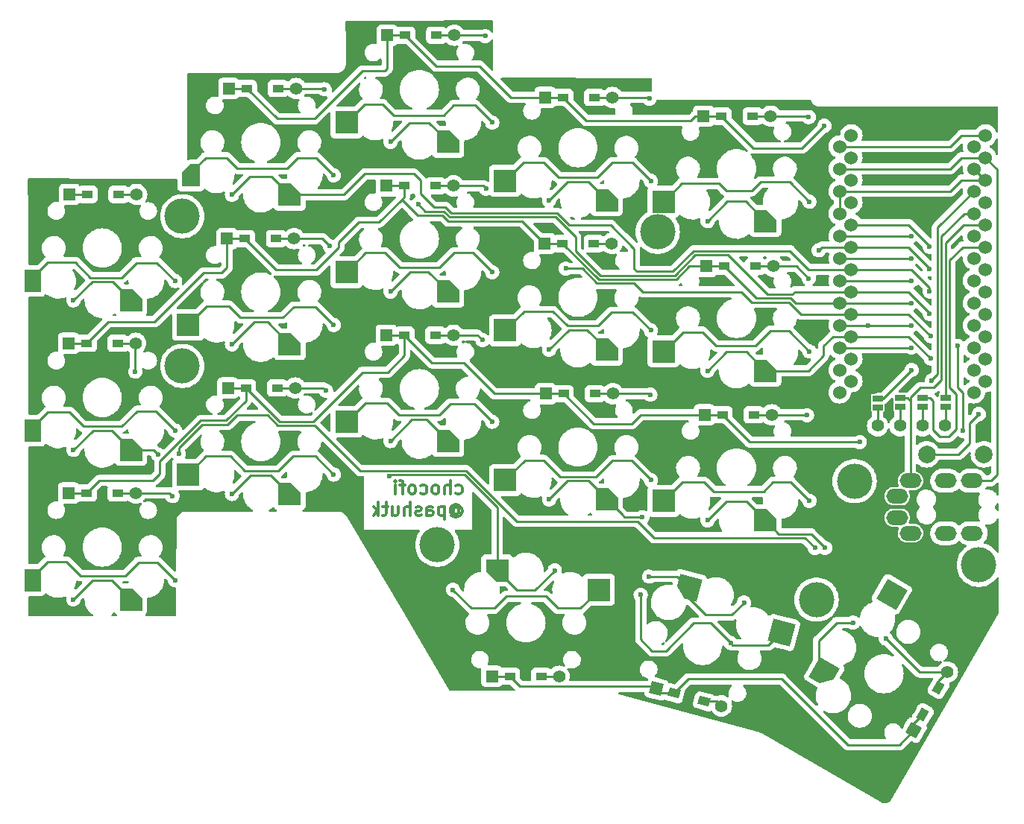
<source format=gbl>
G04 #@! TF.GenerationSoftware,KiCad,Pcbnew,(6.0.0-rc1-307-gc186d1f319)*
G04 #@! TF.CreationDate,2022-03-27T09:47:18+01:00*
G04 #@! TF.ProjectId,chocofi,63686f63-6f66-4692-9e6b-696361645f70,2.1*
G04 #@! TF.SameCoordinates,Original*
G04 #@! TF.FileFunction,Copper,L2,Bot*
G04 #@! TF.FilePolarity,Positive*
%FSLAX46Y46*%
G04 Gerber Fmt 4.6, Leading zero omitted, Abs format (unit mm)*
G04 Created by KiCad (PCBNEW (6.0.0-rc1-307-gc186d1f319)) date 2022-03-27 09:47:18*
%MOMM*%
%LPD*%
G01*
G04 APERTURE LIST*
G04 Aperture macros list*
%AMRotRect*
0 Rectangle, with rotation*
0 The origin of the aperture is its center*
0 $1 length*
0 $2 width*
0 $3 Rotation angle, in degrees counterclockwise*
0 Add horizontal line*
21,1,$1,$2,0,0,$3*%
%AMOutline5P*
0 Free polygon, 5 corners , with rotation*
0 The origin of the aperture is its center*
0 number of corners: always 5*
0 $1 to $10 corner X, Y*
0 $11 Rotation angle, in degrees counterclockwise*
0 create outline with 5 corners*
4,1,5,$1,$2,$3,$4,$5,$6,$7,$8,$9,$10,$1,$2,$11*%
%AMOutline6P*
0 Free polygon, 6 corners , with rotation*
0 The origin of the aperture is its center*
0 number of corners: always 6*
0 $1 to $12 corner X, Y*
0 $13 Rotation angle, in degrees counterclockwise*
0 create outline with 6 corners*
4,1,6,$1,$2,$3,$4,$5,$6,$7,$8,$9,$10,$11,$12,$1,$2,$13*%
%AMOutline7P*
0 Free polygon, 7 corners , with rotation*
0 The origin of the aperture is its center*
0 number of corners: always 7*
0 $1 to $14 corner X, Y*
0 $15 Rotation angle, in degrees counterclockwise*
0 create outline with 7 corners*
4,1,7,$1,$2,$3,$4,$5,$6,$7,$8,$9,$10,$11,$12,$13,$14,$1,$2,$15*%
%AMOutline8P*
0 Free polygon, 8 corners , with rotation*
0 The origin of the aperture is its center*
0 number of corners: always 8*
0 $1 to $16 corner X, Y*
0 $17 Rotation angle, in degrees counterclockwise*
0 create outline with 8 corners*
4,1,8,$1,$2,$3,$4,$5,$6,$7,$8,$9,$10,$11,$12,$13,$14,$15,$16,$1,$2,$17*%
G04 Aperture macros list end*
%ADD10C,0.300000*%
G04 #@! TA.AperFunction,NonConductor*
%ADD11C,0.300000*%
G04 #@! TD*
G04 #@! TA.AperFunction,ComponentPad*
%ADD12R,1.397000X1.397000*%
G04 #@! TD*
G04 #@! TA.AperFunction,SMDPad,CuDef*
%ADD13R,1.300000X0.950000*%
G04 #@! TD*
G04 #@! TA.AperFunction,ComponentPad*
%ADD14C,1.397000*%
G04 #@! TD*
G04 #@! TA.AperFunction,SMDPad,CuDef*
%ADD15RotRect,1.300000X0.950000X345.000000*%
G04 #@! TD*
G04 #@! TA.AperFunction,ComponentPad*
%ADD16RotRect,1.397000X1.397000X345.000000*%
G04 #@! TD*
G04 #@! TA.AperFunction,ComponentPad*
%ADD17RotRect,1.397000X1.397000X60.000000*%
G04 #@! TD*
G04 #@! TA.AperFunction,SMDPad,CuDef*
%ADD18RotRect,1.300000X0.950000X60.000000*%
G04 #@! TD*
G04 #@! TA.AperFunction,ComponentPad*
%ADD19O,2.500000X1.700000*%
G04 #@! TD*
G04 #@! TA.AperFunction,SMDPad,CuDef*
%ADD20Outline5P,-1.300000X1.300000X0.130000X1.300000X1.300000X0.130000X1.300000X-1.300000X-1.300000X-1.300000X0.000000*%
G04 #@! TD*
G04 #@! TA.AperFunction,SMDPad,CuDef*
%ADD21R,1.850000X2.600000*%
G04 #@! TD*
G04 #@! TA.AperFunction,SMDPad,CuDef*
%ADD22Outline5P,-1.025000X0.275000X0.000000X1.300000X1.025000X1.300000X1.025000X-1.300000X-1.025000X-1.300000X0.000000*%
G04 #@! TD*
G04 #@! TA.AperFunction,SMDPad,CuDef*
%ADD23R,2.600000X2.600000*%
G04 #@! TD*
G04 #@! TA.AperFunction,SMDPad,CuDef*
%ADD24R,1.875000X2.600000*%
G04 #@! TD*
G04 #@! TA.AperFunction,SMDPad,CuDef*
%ADD25Outline5P,-1.300000X1.300000X0.130000X1.300000X1.300000X0.130000X1.300000X-1.300000X-1.300000X-1.300000X180.000000*%
G04 #@! TD*
G04 #@! TA.AperFunction,SMDPad,CuDef*
%ADD26Outline5P,-1.300000X1.300000X0.130000X1.300000X1.300000X0.130000X1.300000X-1.300000X-1.300000X-1.300000X165.000000*%
G04 #@! TD*
G04 #@! TA.AperFunction,SMDPad,CuDef*
%ADD27RotRect,2.600000X2.600000X165.000000*%
G04 #@! TD*
G04 #@! TA.AperFunction,SMDPad,CuDef*
%ADD28Outline5P,-1.300000X1.300000X0.130000X1.300000X1.300000X0.130000X1.300000X-1.300000X-1.300000X-1.300000X240.000000*%
G04 #@! TD*
G04 #@! TA.AperFunction,SMDPad,CuDef*
%ADD29RotRect,2.600000X2.600000X240.000000*%
G04 #@! TD*
G04 #@! TA.AperFunction,ComponentPad*
%ADD30C,1.524000*%
G04 #@! TD*
G04 #@! TA.AperFunction,ComponentPad*
%ADD31C,2.000000*%
G04 #@! TD*
G04 #@! TA.AperFunction,ComponentPad*
%ADD32C,4.000000*%
G04 #@! TD*
G04 #@! TA.AperFunction,SMDPad,CuDef*
%ADD33R,1.143000X0.635000*%
G04 #@! TD*
G04 #@! TA.AperFunction,ViaPad*
%ADD34C,0.600000*%
G04 #@! TD*
G04 #@! TA.AperFunction,Conductor*
%ADD35C,0.250000*%
G04 #@! TD*
G04 APERTURE END LIST*
D10*
D11*
X126055000Y-98289642D02*
X126197857Y-98361071D01*
X126483571Y-98361071D01*
X126626428Y-98289642D01*
X126697857Y-98218214D01*
X126769285Y-98075357D01*
X126769285Y-97646785D01*
X126697857Y-97503928D01*
X126626428Y-97432500D01*
X126483571Y-97361071D01*
X126197857Y-97361071D01*
X126055000Y-97432500D01*
X125412142Y-98361071D02*
X125412142Y-96861071D01*
X124769285Y-98361071D02*
X124769285Y-97575357D01*
X124840714Y-97432500D01*
X124983571Y-97361071D01*
X125197857Y-97361071D01*
X125340714Y-97432500D01*
X125412142Y-97503928D01*
X123840714Y-98361071D02*
X123983571Y-98289642D01*
X124055000Y-98218214D01*
X124126428Y-98075357D01*
X124126428Y-97646785D01*
X124055000Y-97503928D01*
X123983571Y-97432500D01*
X123840714Y-97361071D01*
X123626428Y-97361071D01*
X123483571Y-97432500D01*
X123412142Y-97503928D01*
X123340714Y-97646785D01*
X123340714Y-98075357D01*
X123412142Y-98218214D01*
X123483571Y-98289642D01*
X123626428Y-98361071D01*
X123840714Y-98361071D01*
X122055000Y-98289642D02*
X122197857Y-98361071D01*
X122483571Y-98361071D01*
X122626428Y-98289642D01*
X122697857Y-98218214D01*
X122769285Y-98075357D01*
X122769285Y-97646785D01*
X122697857Y-97503928D01*
X122626428Y-97432500D01*
X122483571Y-97361071D01*
X122197857Y-97361071D01*
X122055000Y-97432500D01*
X121197857Y-98361071D02*
X121340714Y-98289642D01*
X121412142Y-98218214D01*
X121483571Y-98075357D01*
X121483571Y-97646785D01*
X121412142Y-97503928D01*
X121340714Y-97432500D01*
X121197857Y-97361071D01*
X120983571Y-97361071D01*
X120840714Y-97432500D01*
X120769285Y-97503928D01*
X120697857Y-97646785D01*
X120697857Y-98075357D01*
X120769285Y-98218214D01*
X120840714Y-98289642D01*
X120983571Y-98361071D01*
X121197857Y-98361071D01*
X120269285Y-97361071D02*
X119697857Y-97361071D01*
X120055000Y-98361071D02*
X120055000Y-97075357D01*
X119983571Y-96932500D01*
X119840714Y-96861071D01*
X119697857Y-96861071D01*
X119197857Y-98361071D02*
X119197857Y-97361071D01*
X119197857Y-96861071D02*
X119269285Y-96932500D01*
X119197857Y-97003928D01*
X119126428Y-96932500D01*
X119197857Y-96861071D01*
X119197857Y-97003928D01*
X125769285Y-100061785D02*
X125840714Y-99990357D01*
X125983571Y-99918928D01*
X126126428Y-99918928D01*
X126269285Y-99990357D01*
X126340714Y-100061785D01*
X126412142Y-100204642D01*
X126412142Y-100347500D01*
X126340714Y-100490357D01*
X126269285Y-100561785D01*
X126126428Y-100633214D01*
X125983571Y-100633214D01*
X125840714Y-100561785D01*
X125769285Y-100490357D01*
X125769285Y-99918928D02*
X125769285Y-100490357D01*
X125697857Y-100561785D01*
X125626428Y-100561785D01*
X125483571Y-100490357D01*
X125412142Y-100347500D01*
X125412142Y-99990357D01*
X125555000Y-99776071D01*
X125769285Y-99633214D01*
X126055000Y-99561785D01*
X126340714Y-99633214D01*
X126555000Y-99776071D01*
X126697857Y-99990357D01*
X126769285Y-100276071D01*
X126697857Y-100561785D01*
X126555000Y-100776071D01*
X126340714Y-100918928D01*
X126055000Y-100990357D01*
X125769285Y-100918928D01*
X125555000Y-100776071D01*
X124769285Y-99776071D02*
X124769285Y-101276071D01*
X124769285Y-99847500D02*
X124626428Y-99776071D01*
X124340714Y-99776071D01*
X124197857Y-99847500D01*
X124126428Y-99918928D01*
X124055000Y-100061785D01*
X124055000Y-100490357D01*
X124126428Y-100633214D01*
X124197857Y-100704642D01*
X124340714Y-100776071D01*
X124626428Y-100776071D01*
X124769285Y-100704642D01*
X122769285Y-100776071D02*
X122769285Y-99990357D01*
X122840714Y-99847500D01*
X122983571Y-99776071D01*
X123269285Y-99776071D01*
X123412142Y-99847500D01*
X122769285Y-100704642D02*
X122912142Y-100776071D01*
X123269285Y-100776071D01*
X123412142Y-100704642D01*
X123483571Y-100561785D01*
X123483571Y-100418928D01*
X123412142Y-100276071D01*
X123269285Y-100204642D01*
X122912142Y-100204642D01*
X122769285Y-100133214D01*
X122126428Y-100704642D02*
X121983571Y-100776071D01*
X121697857Y-100776071D01*
X121555000Y-100704642D01*
X121483571Y-100561785D01*
X121483571Y-100490357D01*
X121555000Y-100347500D01*
X121697857Y-100276071D01*
X121912142Y-100276071D01*
X122055000Y-100204642D01*
X122126428Y-100061785D01*
X122126428Y-99990357D01*
X122055000Y-99847500D01*
X121912142Y-99776071D01*
X121697857Y-99776071D01*
X121555000Y-99847500D01*
X120840714Y-100776071D02*
X120840714Y-99276071D01*
X120197857Y-100776071D02*
X120197857Y-99990357D01*
X120269285Y-99847500D01*
X120412142Y-99776071D01*
X120626428Y-99776071D01*
X120769285Y-99847500D01*
X120840714Y-99918928D01*
X118840714Y-99776071D02*
X118840714Y-100776071D01*
X119483571Y-99776071D02*
X119483571Y-100561785D01*
X119412142Y-100704642D01*
X119269285Y-100776071D01*
X119055000Y-100776071D01*
X118912142Y-100704642D01*
X118840714Y-100633214D01*
X118340714Y-99776071D02*
X117769285Y-99776071D01*
X118126428Y-99276071D02*
X118126428Y-100561785D01*
X118055000Y-100704642D01*
X117912142Y-100776071D01*
X117769285Y-100776071D01*
X117269285Y-100776071D02*
X117269285Y-99276071D01*
X117126428Y-100204642D02*
X116697857Y-100776071D01*
X116697857Y-99776071D02*
X117269285Y-100347500D01*
D12*
X82194400Y-64312800D03*
D13*
X84229400Y-64312800D03*
X87779400Y-64312800D03*
D14*
X89814400Y-64312800D03*
D12*
X100279200Y-52273200D03*
D13*
X102314200Y-52273200D03*
D14*
X107899200Y-52273200D03*
D13*
X105864200Y-52273200D03*
D12*
X118262400Y-46228000D03*
D13*
X120297400Y-46228000D03*
D14*
X125882400Y-46228000D03*
D13*
X123847400Y-46228000D03*
X138229800Y-53289200D03*
D12*
X136194800Y-53289200D03*
D13*
X141779800Y-53289200D03*
D14*
X143814800Y-53289200D03*
D12*
X154178000Y-55422800D03*
D13*
X156213000Y-55422800D03*
X159763000Y-55422800D03*
D14*
X161798000Y-55422800D03*
D12*
X82092800Y-81229200D03*
D13*
X84127800Y-81229200D03*
D14*
X89712800Y-81229200D03*
D13*
X87677800Y-81229200D03*
D12*
X100076000Y-69342000D03*
D13*
X102111000Y-69342000D03*
D14*
X107696000Y-69342000D03*
D13*
X105661000Y-69342000D03*
X120195800Y-63347600D03*
D12*
X118160800Y-63347600D03*
D13*
X123745800Y-63347600D03*
D14*
X125780800Y-63347600D03*
D13*
X138179000Y-69900800D03*
D12*
X136144000Y-69900800D03*
D14*
X143764000Y-69900800D03*
D13*
X141729000Y-69900800D03*
X156517800Y-72491600D03*
D12*
X154482800Y-72491600D03*
D13*
X160067800Y-72491600D03*
D14*
X162102800Y-72491600D03*
D12*
X82092800Y-98247200D03*
D13*
X84127800Y-98247200D03*
D14*
X89712800Y-98247200D03*
D13*
X87677800Y-98247200D03*
D12*
X100177600Y-86309200D03*
D13*
X102212600Y-86309200D03*
D14*
X107797600Y-86309200D03*
D13*
X105762600Y-86309200D03*
D12*
X118160800Y-80314800D03*
D13*
X120195800Y-80314800D03*
X123745800Y-80314800D03*
D14*
X125780800Y-80314800D03*
D12*
X136245600Y-86969600D03*
D13*
X138280600Y-86969600D03*
D14*
X143865600Y-86969600D03*
D13*
X141830600Y-86969600D03*
X156314600Y-89357200D03*
D12*
X154279600Y-89357200D03*
D13*
X159864600Y-89357200D03*
D14*
X161899600Y-89357200D03*
D13*
X132184600Y-119075200D03*
D12*
X130149600Y-119075200D03*
D13*
X135734600Y-119075200D03*
D14*
X137769600Y-119075200D03*
D15*
X150799764Y-121001192D03*
D16*
X148834105Y-120474495D03*
D14*
X156194459Y-122446697D03*
D15*
X154228800Y-121920000D03*
D17*
X178053166Y-125194992D03*
D18*
X179070666Y-123432630D03*
X180845666Y-120358240D03*
D14*
X181863166Y-118595878D03*
D19*
X176160000Y-101061000D03*
X176160000Y-98611000D03*
X184660000Y-102811000D03*
X184660000Y-96861000D03*
X181660000Y-96861000D03*
X181660000Y-102811000D03*
X177660000Y-96861000D03*
X177660000Y-102811000D03*
D20*
X89185000Y-76350000D03*
D21*
X78010000Y-74150000D03*
D20*
X107185000Y-64350000D03*
D22*
X95960000Y-62150000D03*
D20*
X125185000Y-58350000D03*
D23*
X113635000Y-56150000D03*
D20*
X143185000Y-64970000D03*
D23*
X131635000Y-62770000D03*
D20*
X161185000Y-67350000D03*
D23*
X149635000Y-65150000D03*
D20*
X89185000Y-93350000D03*
D24*
X78010000Y-91150000D03*
D20*
X107185000Y-81350000D03*
D23*
X95635000Y-79150000D03*
D20*
X125185000Y-75350000D03*
D23*
X113635000Y-73150000D03*
D20*
X143185000Y-81970000D03*
D23*
X131635000Y-79770000D03*
D20*
X161185000Y-84350000D03*
D23*
X149635000Y-82150000D03*
D20*
X89185000Y-110350000D03*
D24*
X78010000Y-108150000D03*
D20*
X107185000Y-98350000D03*
D23*
X95635000Y-96150000D03*
D20*
X125185000Y-92350000D03*
D23*
X113635000Y-90150000D03*
D20*
X143185000Y-98975000D03*
D23*
X131635000Y-96775000D03*
D20*
X161185000Y-101350000D03*
D23*
X149635000Y-99150000D03*
D25*
X130735000Y-107040000D03*
D23*
X142285000Y-109240000D03*
D26*
X152436566Y-108985109D03*
D27*
X163023608Y-114099506D03*
D28*
X167869649Y-118651233D03*
D29*
X175549905Y-109748640D03*
D30*
X169620000Y-58870400D03*
X186166400Y-57600400D03*
X186166400Y-60140400D03*
X169620000Y-61410400D03*
X186166400Y-62680400D03*
X169620000Y-63950400D03*
X186166400Y-65220400D03*
X169620000Y-66490400D03*
X169620000Y-69030400D03*
X186166400Y-67760400D03*
X169620000Y-71570400D03*
X186166400Y-70300400D03*
X169620000Y-74110400D03*
X186166400Y-72840400D03*
X169620000Y-76650400D03*
X186166400Y-75380400D03*
X186166400Y-77920400D03*
X169620000Y-79190400D03*
X186166400Y-80460400D03*
X169620000Y-81730400D03*
X186166400Y-83000400D03*
X169620000Y-84270400D03*
X186166400Y-85540400D03*
X169620000Y-86810400D03*
X170946400Y-85540400D03*
X184860000Y-86810400D03*
X170946400Y-83000400D03*
X184860000Y-84270400D03*
X184860000Y-81730400D03*
X170946400Y-80460400D03*
X184860000Y-79190400D03*
X170946400Y-77920400D03*
X184860000Y-76650400D03*
X170946400Y-75380400D03*
X184860000Y-74110400D03*
X170946400Y-72840400D03*
X184860000Y-71570400D03*
X170946400Y-70300400D03*
X170946400Y-67760400D03*
X184860000Y-69030400D03*
X184860000Y-66490400D03*
X170946400Y-65220400D03*
X184860000Y-63950400D03*
X170946400Y-62680400D03*
X170946400Y-60140400D03*
X184860000Y-61410400D03*
X184860000Y-58870400D03*
X170946400Y-57600400D03*
D14*
X173930000Y-90608400D03*
X176470000Y-90608400D03*
X179010000Y-90608400D03*
X181550000Y-90608400D03*
D31*
X186003000Y-93853000D03*
X179503000Y-93853000D03*
D32*
X171323000Y-96901000D03*
X185420000Y-106426000D03*
X95000000Y-66802000D03*
X148971000Y-68580000D03*
X123952000Y-104140000D03*
X167005000Y-110363000D03*
X95000000Y-83820000D03*
D33*
X176480000Y-87478020D03*
X176480000Y-88478780D03*
X173930000Y-87507620D03*
X173930000Y-88508380D03*
X181640000Y-87428020D03*
X181640000Y-88428780D03*
X179060000Y-87448020D03*
X179060000Y-88448780D03*
D34*
X177800000Y-74110400D03*
X167894000Y-56515000D03*
X177800000Y-76650400D03*
X94185000Y-74150000D03*
X171907200Y-92456000D03*
X172855490Y-79190400D03*
X177800000Y-79190400D03*
X112185000Y-62150000D03*
X111150400Y-52374800D03*
X183032400Y-81534000D03*
X177800000Y-81730400D03*
X183642000Y-91186000D03*
X129387600Y-46329600D03*
X130185000Y-56150000D03*
X148031200Y-53441600D03*
X148185000Y-62770000D03*
X166116000Y-55524400D03*
X166185000Y-65150000D03*
X94185000Y-91150000D03*
X89662000Y-84455000D03*
X112185000Y-79150000D03*
X111760000Y-70205600D03*
X130185000Y-73150000D03*
X129489200Y-63652400D03*
X148185000Y-79770000D03*
X166185000Y-82150000D03*
X166116000Y-73863200D03*
X94185000Y-108150000D03*
X93878400Y-98602800D03*
X112185000Y-96150000D03*
X111302800Y-86614000D03*
X130185000Y-90150000D03*
X129082800Y-80873600D03*
X148185000Y-96775000D03*
X148132800Y-87071200D03*
X166185000Y-99150000D03*
X165912800Y-89408000D03*
X125735000Y-109240000D03*
X147037535Y-109816051D03*
X157251400Y-115290600D03*
X174866300Y-114795300D03*
X175549905Y-109748640D03*
X177800000Y-84268400D03*
X179832000Y-70256400D03*
X94589600Y-93776800D03*
X179832000Y-72796400D03*
X167233600Y-70662800D03*
X166830000Y-104495600D03*
X82635000Y-110350000D03*
X92252800Y-93878400D03*
X82635000Y-93350000D03*
X82635000Y-76350000D03*
X100635000Y-64350000D03*
X179832000Y-75336400D03*
X100635000Y-81350000D03*
X100635000Y-98350000D03*
X179832000Y-77876400D03*
X137285000Y-107040000D03*
X118635000Y-58350000D03*
X118635000Y-92350000D03*
X118635000Y-75350000D03*
X118480000Y-96334500D03*
X121767600Y-65430400D03*
X158763380Y-110680374D03*
X136635000Y-98975000D03*
X136635000Y-64970000D03*
X147980400Y-107746800D03*
X179959000Y-80416400D03*
X136635000Y-81970000D03*
X147218400Y-100990400D03*
X138531600Y-72745600D03*
X171144649Y-112978767D03*
X154635000Y-101350000D03*
X154635000Y-67350000D03*
X154635000Y-84350000D03*
X179959000Y-82956400D03*
X167970000Y-104480000D03*
X185420000Y-89281000D03*
X180086000Y-85471000D03*
X177800000Y-71570400D03*
X177800000Y-69030400D03*
D35*
X102314200Y-52273200D02*
X100279200Y-52273200D01*
X128727200Y-49733200D02*
X132283200Y-53289200D01*
X140871400Y-55930800D02*
X138229800Y-53289200D01*
X152721500Y-55930800D02*
X140871400Y-55930800D01*
X159845200Y-59055000D02*
X156213000Y-55422800D01*
X120297400Y-46228000D02*
X118262400Y-46228000D01*
X153229500Y-55422800D02*
X152721500Y-55930800D01*
X165354000Y-59055000D02*
X159845200Y-59055000D01*
X118262400Y-46228000D02*
X118262400Y-50012600D01*
X123802600Y-49733200D02*
X128727200Y-49733200D01*
X154178000Y-55422800D02*
X153229500Y-55422800D01*
X84229400Y-64312800D02*
X82194400Y-64312800D01*
X118262400Y-50012600D02*
X117983000Y-50292000D01*
X132283200Y-53289200D02*
X136194800Y-53289200D01*
X105768600Y-55727600D02*
X102314200Y-52273200D01*
X169620000Y-74110400D02*
X177800000Y-74110400D01*
X138229800Y-53289200D02*
X136194800Y-53289200D01*
X117983000Y-50292000D02*
X115443000Y-50292000D01*
X110007400Y-55727600D02*
X105768600Y-55727600D01*
X115443000Y-50292000D02*
X110007400Y-55727600D01*
X156213000Y-55422800D02*
X154178000Y-55422800D01*
X120297400Y-46228000D02*
X123802600Y-49733200D01*
X167894000Y-56515000D02*
X165354000Y-59055000D01*
X164071887Y-76110969D02*
X164668918Y-76708000D01*
X138179000Y-69900800D02*
X136144000Y-69900800D01*
X115062000Y-67462400D02*
X112776000Y-69748400D01*
X120195800Y-63347600D02*
X120195800Y-64614600D01*
X169620000Y-76650400D02*
X177800000Y-76650400D01*
X86566200Y-78790800D02*
X91846400Y-78790800D01*
X160137169Y-76110969D02*
X164071887Y-76110969D01*
X100076000Y-72644000D02*
X100076000Y-69342000D01*
X102111000Y-69342000D02*
X100076000Y-69342000D01*
X121716800Y-66700400D02*
X119913400Y-64897000D01*
X97383600Y-73253600D02*
X99466400Y-73253600D01*
X112776000Y-69748400D02*
X112776000Y-70358000D01*
X154482800Y-72491600D02*
X152552400Y-72491600D01*
X110236000Y-72898000D02*
X105667000Y-72898000D01*
X133596320Y-67353120D02*
X125163520Y-67353120D01*
X84127800Y-81229200D02*
X86566200Y-78790800D01*
X136144000Y-69900800D02*
X133596320Y-67353120D01*
X119913400Y-64897000D02*
X117348000Y-67462400D01*
X151071520Y-73972480D02*
X142250680Y-73972480D01*
X112776000Y-70358000D02*
X110236000Y-72898000D01*
X120195800Y-64614600D02*
X119913400Y-64897000D01*
X105667000Y-72898000D02*
X102111000Y-69342000D01*
X99466400Y-73253600D02*
X100076000Y-72644000D01*
X169562400Y-76708000D02*
X169620000Y-76650400D01*
X91846400Y-78790800D02*
X97383600Y-73253600D01*
X156517800Y-72491600D02*
X154482800Y-72491600D01*
X125163520Y-67353120D02*
X124510800Y-66700400D01*
X142250680Y-73972480D02*
X138179000Y-69900800D01*
X120195800Y-63347600D02*
X118160800Y-63347600D01*
X124510800Y-66700400D02*
X121716800Y-66700400D01*
X152552400Y-72491600D02*
X151071520Y-73972480D01*
X84127800Y-81229200D02*
X82092800Y-81229200D01*
X156517800Y-72491600D02*
X160137169Y-76110969D01*
X117348000Y-67462400D02*
X115062000Y-67462400D01*
X164668918Y-76708000D02*
X169562400Y-76708000D01*
X89763600Y-72085200D02*
X92120200Y-72085200D01*
X77635000Y-74150000D02*
X79750600Y-72034400D01*
X88079520Y-73769280D02*
X89763600Y-72085200D01*
X82845123Y-72034400D02*
X84580003Y-73769280D01*
X84580003Y-73769280D02*
X88079520Y-73769280D01*
X79750600Y-72034400D02*
X82845123Y-72034400D01*
X87779400Y-64312800D02*
X89814400Y-64312800D01*
X92120200Y-72085200D02*
X94185000Y-74150000D01*
X97078800Y-90017600D02*
X92456000Y-94640400D01*
X102212600Y-87779400D02*
X99974400Y-90017600D01*
X138280600Y-86969600D02*
X136245600Y-86969600D01*
X92456000Y-94640400D02*
X92456000Y-96062800D01*
X130454400Y-86969600D02*
X126949200Y-83464400D01*
X123345400Y-83464400D02*
X120195800Y-80314800D01*
X102212600Y-86309200D02*
X102212600Y-87779400D01*
X159413400Y-92456000D02*
X171907200Y-92456000D01*
X145999200Y-90373200D02*
X141684200Y-90373200D01*
X109829600Y-90119200D02*
X106022600Y-90119200D01*
X85550200Y-96824800D02*
X84127800Y-98247200D01*
X120195800Y-80314800D02*
X118160800Y-80314800D01*
X141684200Y-90373200D02*
X138280600Y-86969600D01*
X120195800Y-82648600D02*
X118313200Y-84531200D01*
X99974400Y-90017600D02*
X97078800Y-90017600D01*
X92456000Y-96062800D02*
X91694000Y-96824800D01*
X84127800Y-98247200D02*
X82092800Y-98247200D01*
X91694000Y-96824800D02*
X85550200Y-96824800D01*
X115417600Y-84531200D02*
X109829600Y-90119200D01*
X169620000Y-79190400D02*
X177800000Y-79190400D01*
X118313200Y-84531200D02*
X115417600Y-84531200D01*
X156314600Y-89357200D02*
X154279600Y-89357200D01*
X136245600Y-86969600D02*
X130454400Y-86969600D01*
X156314600Y-89357200D02*
X159413400Y-92456000D01*
X120195800Y-80314800D02*
X120195800Y-82648600D01*
X147015200Y-89357200D02*
X145999200Y-90373200D01*
X154279600Y-89357200D02*
X147015200Y-89357200D01*
X102212600Y-86309200D02*
X100177600Y-86309200D01*
X126949200Y-83464400D02*
X123345400Y-83464400D01*
X106022600Y-90119200D02*
X102212600Y-86309200D01*
X101266257Y-61366400D02*
X106883200Y-61366400D01*
X106883200Y-61366400D02*
X108102400Y-60147200D01*
X105864200Y-52273200D02*
X107899200Y-52273200D01*
X107899200Y-52273200D02*
X111048800Y-52273200D01*
X97637800Y-60147200D02*
X100047057Y-60147200D01*
X95635000Y-62150000D02*
X97637800Y-60147200D01*
X110182200Y-60147200D02*
X112185000Y-62150000D01*
X100047057Y-60147200D02*
X101266257Y-61366400D01*
X108102400Y-60147200D02*
X110182200Y-60147200D01*
X111048800Y-52273200D02*
X111150400Y-52374800D01*
X133353000Y-120243600D02*
X132184600Y-119075200D01*
X178053166Y-124450130D02*
X179070666Y-123432630D01*
X152420956Y-119380000D02*
X163068000Y-119380000D01*
X169620000Y-81730400D02*
X177800000Y-81730400D01*
X176403000Y-126873000D02*
X178053166Y-125222834D01*
X183591200Y-91135200D02*
X183642000Y-91186000D01*
X150799764Y-121001192D02*
X149360802Y-121001192D01*
X183032400Y-86258400D02*
X183591200Y-86817200D01*
X170561000Y-126873000D02*
X176403000Y-126873000D01*
X178053166Y-125194992D02*
X178053166Y-124450130D01*
X150799764Y-121001192D02*
X152420956Y-119380000D01*
X149360802Y-121001192D02*
X148834105Y-120474495D01*
X148834105Y-120474495D02*
X148603210Y-120243600D01*
X148603210Y-120243600D02*
X133353000Y-120243600D01*
X132184600Y-119075200D02*
X130149600Y-119075200D01*
X163068000Y-119380000D02*
X170561000Y-126873000D01*
X183032400Y-81534000D02*
X183032400Y-86258400D01*
X178053166Y-125222834D02*
X178053166Y-125194992D01*
X183591200Y-86817200D02*
X183591200Y-91135200D01*
X113635000Y-56150000D02*
X115683000Y-54102000D01*
X117754400Y-54102000D02*
X118973600Y-55321200D01*
X129387600Y-46329600D02*
X129286000Y-46228000D01*
X115683000Y-54102000D02*
X117754400Y-54102000D01*
X125780800Y-54203600D02*
X128238600Y-54203600D01*
X118973600Y-55321200D02*
X124663200Y-55321200D01*
X124663200Y-55321200D02*
X125780800Y-54203600D01*
X125882400Y-46228000D02*
X123847400Y-46228000D01*
X128238600Y-54203600D02*
X130185000Y-56150000D01*
X129286000Y-46228000D02*
X125882400Y-46228000D01*
X147878800Y-53289200D02*
X148031200Y-53441600D01*
X142138400Y-62382400D02*
X143814800Y-60706000D01*
X143814800Y-60706000D02*
X146121000Y-60706000D01*
X133699000Y-60706000D02*
X136042400Y-60706000D01*
X143814800Y-53289200D02*
X147878800Y-53289200D01*
X137718800Y-62382400D02*
X142138400Y-62382400D01*
X131635000Y-62770000D02*
X133699000Y-60706000D01*
X136042400Y-60706000D02*
X137718800Y-62382400D01*
X146121000Y-60706000D02*
X148185000Y-62770000D01*
X141779800Y-53289200D02*
X143814800Y-53289200D01*
X160629600Y-62890400D02*
X163925400Y-62890400D01*
X151691400Y-63093600D02*
X155956000Y-63093600D01*
X155956000Y-63093600D02*
X156768800Y-63906400D01*
X166014400Y-55422800D02*
X161798000Y-55422800D01*
X166116000Y-55524400D02*
X166014400Y-55422800D01*
X156768800Y-63906400D02*
X159613600Y-63906400D01*
X159613600Y-63906400D02*
X160629600Y-62890400D01*
X163925400Y-62890400D02*
X166185000Y-65150000D01*
X161798000Y-55422800D02*
X159763000Y-55422800D01*
X149635000Y-65150000D02*
X151691400Y-63093600D01*
X79732600Y-89052400D02*
X82143600Y-89052400D01*
X87677800Y-81229200D02*
X89712800Y-81229200D01*
X83769200Y-90678000D02*
X88138000Y-90678000D01*
X89860511Y-88955489D02*
X91990489Y-88955489D01*
X91990489Y-88955489D02*
X94185000Y-91150000D01*
X82143600Y-89052400D02*
X83769200Y-90678000D01*
X89662000Y-81280000D02*
X89712800Y-81229200D01*
X77635000Y-91150000D02*
X79732600Y-89052400D01*
X88138000Y-90678000D02*
X89860511Y-88955489D01*
X89662000Y-84455000D02*
X89662000Y-81280000D01*
X110149400Y-77114400D02*
X112185000Y-79150000D01*
X106426000Y-78333600D02*
X107645200Y-77114400D01*
X101600000Y-78333600D02*
X106426000Y-78333600D01*
X100279200Y-77012800D02*
X101600000Y-78333600D01*
X97772200Y-77012800D02*
X100279200Y-77012800D01*
X107645200Y-77114400D02*
X110149400Y-77114400D01*
X110896400Y-69342000D02*
X111760000Y-70205600D01*
X107696000Y-69342000D02*
X105661000Y-69342000D01*
X107696000Y-69342000D02*
X110896400Y-69342000D01*
X95635000Y-79150000D02*
X97772200Y-77012800D01*
X119684800Y-72644000D02*
X124155200Y-72644000D01*
X113635000Y-73150000D02*
X115817400Y-70967600D01*
X125780800Y-63347600D02*
X129184400Y-63347600D01*
X118008400Y-70967600D02*
X119684800Y-72644000D01*
X124155200Y-72644000D02*
X125831600Y-70967600D01*
X128002600Y-70967600D02*
X130185000Y-73150000D01*
X125831600Y-70967600D02*
X128002600Y-70967600D01*
X115817400Y-70967600D02*
X118008400Y-70967600D01*
X123745800Y-63347600D02*
X125780800Y-63347600D01*
X129184400Y-63347600D02*
X129489200Y-63652400D01*
X146139000Y-77724000D02*
X148185000Y-79770000D01*
X142181520Y-79255680D02*
X143713200Y-77724000D01*
X141729000Y-69900800D02*
X143764000Y-69900800D01*
X131635000Y-79770000D02*
X133782600Y-77622400D01*
X133782600Y-77622400D02*
X137080323Y-77622400D01*
X137080323Y-77622400D02*
X138713603Y-79255680D01*
X143713200Y-77724000D02*
X146139000Y-77724000D01*
X138713603Y-79255680D02*
X142181520Y-79255680D01*
X161722518Y-79857600D02*
X163892600Y-79857600D01*
X151825800Y-79959200D02*
X154025600Y-79959200D01*
X163892600Y-79857600D02*
X166185000Y-82150000D01*
X164744400Y-72491600D02*
X162102800Y-72491600D01*
X160067800Y-72491600D02*
X162102800Y-72491600D01*
X154025600Y-79959200D02*
X155600400Y-81534000D01*
X155600400Y-81534000D02*
X160046118Y-81534000D01*
X166116000Y-73863200D02*
X164744400Y-72491600D01*
X149635000Y-82150000D02*
X151825800Y-79959200D01*
X160046118Y-81534000D02*
X161722518Y-79857600D01*
X79714600Y-106070400D02*
X81838800Y-106070400D01*
X88493600Y-107645200D02*
X90017600Y-106121200D01*
X92156200Y-106121200D02*
X94185000Y-108150000D01*
X83413600Y-107645200D02*
X88493600Y-107645200D01*
X93522800Y-98247200D02*
X93878400Y-98602800D01*
X89712800Y-98247200D02*
X93522800Y-98247200D01*
X77635000Y-108150000D02*
X79714600Y-106070400D01*
X90017600Y-106121200D02*
X92156200Y-106121200D01*
X81838800Y-106070400D02*
X83413600Y-107645200D01*
X87677800Y-98247200D02*
X89712800Y-98247200D01*
X107594400Y-94081600D02*
X110116600Y-94081600D01*
X97703400Y-94081600D02*
X100431600Y-94081600D01*
X110998000Y-86309200D02*
X111302800Y-86614000D01*
X105918000Y-95758000D02*
X107594400Y-94081600D01*
X105762600Y-86309200D02*
X107797600Y-86309200D01*
X107797600Y-86309200D02*
X110998000Y-86309200D01*
X110116600Y-94081600D02*
X112185000Y-96150000D01*
X102108000Y-95758000D02*
X105918000Y-95758000D01*
X100431600Y-94081600D02*
X102108000Y-95758000D01*
X95635000Y-96150000D02*
X97703400Y-94081600D01*
X128524000Y-80314800D02*
X129082800Y-80873600D01*
X124155200Y-89408000D02*
X125425200Y-88138000D01*
X119583200Y-89408000D02*
X124155200Y-89408000D01*
X125780800Y-80314800D02*
X128524000Y-80314800D01*
X115748600Y-88036400D02*
X118211600Y-88036400D01*
X125425200Y-88138000D02*
X128173000Y-88138000D01*
X118211600Y-88036400D02*
X119583200Y-89408000D01*
X123745800Y-80314800D02*
X125780800Y-80314800D01*
X128173000Y-88138000D02*
X130185000Y-90150000D01*
X113635000Y-90150000D02*
X115748600Y-88036400D01*
X148031200Y-86969600D02*
X148132800Y-87071200D01*
X145999600Y-94589600D02*
X148185000Y-96775000D01*
X143814800Y-94589600D02*
X145999600Y-94589600D01*
X137922000Y-96418400D02*
X141986000Y-96418400D01*
X133871200Y-94538800D02*
X136042400Y-94538800D01*
X141986000Y-96418400D02*
X143814800Y-94589600D01*
X131635000Y-96775000D02*
X133871200Y-94538800D01*
X141830600Y-86969600D02*
X143865600Y-86969600D01*
X143865600Y-86969600D02*
X148031200Y-86969600D01*
X136042400Y-94538800D02*
X137922000Y-96418400D01*
X162052000Y-97028000D02*
X164063000Y-97028000D01*
X149635000Y-99150000D02*
X151757000Y-97028000D01*
X161899600Y-89357200D02*
X165862000Y-89357200D01*
X164063000Y-97028000D02*
X166185000Y-99150000D01*
X151757000Y-97028000D02*
X154228800Y-97028000D01*
X160985200Y-98094800D02*
X162052000Y-97028000D01*
X165862000Y-89357200D02*
X165912800Y-89408000D01*
X154228800Y-97028000D02*
X155295600Y-98094800D01*
X159864600Y-89357200D02*
X161899600Y-89357200D01*
X155295600Y-98094800D02*
X160985200Y-98094800D01*
X136245600Y-109982000D02*
X131775200Y-109982000D01*
X142285000Y-109240000D02*
X140171400Y-111353600D01*
X127848600Y-111353600D02*
X125735000Y-109240000D01*
X131775200Y-109982000D02*
X130403600Y-111353600D01*
X135734600Y-119075200D02*
X137769600Y-119075200D01*
X130403600Y-111353600D02*
X127848600Y-111353600D01*
X137617200Y-111353600D02*
X136245600Y-109982000D01*
X140171400Y-111353600D02*
X137617200Y-111353600D01*
X148343171Y-116195319D02*
X147037535Y-114889683D01*
X161962162Y-115160952D02*
X161902248Y-115160952D01*
X154228800Y-121920000D02*
X155667762Y-121920000D01*
X161544000Y-115519200D02*
X157480000Y-115519200D01*
X157480000Y-115519200D02*
X157251400Y-115290600D01*
X155667762Y-121920000D02*
X156194459Y-122446697D01*
X161902248Y-115160952D02*
X161544000Y-115519200D01*
X163023608Y-114099506D02*
X161962162Y-115160952D01*
X157251400Y-115290600D02*
X154990800Y-113030000D01*
X154990800Y-113030000D02*
X153035000Y-113030000D01*
X147037535Y-114889683D02*
X147037535Y-109816051D01*
X153035000Y-113030000D02*
X149869681Y-116195319D01*
X149869681Y-116195319D02*
X148343171Y-116195319D01*
X178666878Y-118595878D02*
X174866300Y-114795300D01*
X180845666Y-120358240D02*
X180845666Y-119613378D01*
X180845666Y-119613378D02*
X181863166Y-118595878D01*
X181863166Y-118595878D02*
X178666878Y-118595878D01*
X177800000Y-84268400D02*
X177800000Y-84268400D01*
X182201000Y-63950400D02*
X169620000Y-63950400D01*
X184860000Y-61410400D02*
X184896400Y-61410400D01*
X173930000Y-87507620D02*
X174560780Y-87507620D01*
X186166400Y-62680400D02*
X183471000Y-62680400D01*
X183471000Y-62680400D02*
X182201000Y-63950400D01*
X174560780Y-87507620D02*
X177800000Y-84268400D01*
X184896400Y-61410400D02*
X186166400Y-62680400D01*
X169620000Y-63950400D02*
X169620000Y-66490400D01*
X181189990Y-85378410D02*
X181189991Y-69082779D01*
X176480000Y-87478020D02*
X177301500Y-87478020D01*
X177301500Y-87478020D02*
X177660000Y-87836520D01*
X183782370Y-66490400D02*
X184860000Y-66490400D01*
X180300000Y-86268400D02*
X181189990Y-85378410D01*
X181189991Y-69082779D02*
X183782370Y-66490400D01*
X177660000Y-87836520D02*
X177660000Y-87374018D01*
X177660000Y-87374018D02*
X178765618Y-86268400D01*
X177660000Y-87836520D02*
X177660000Y-96861000D01*
X178765618Y-86268400D02*
X180300000Y-86268400D01*
X170946400Y-67760400D02*
X177455002Y-67760400D01*
X179832000Y-70137398D02*
X179832000Y-70256400D01*
X177455002Y-67760400D02*
X179832000Y-70137398D01*
X101219718Y-89408000D02*
X100160598Y-90467120D01*
X89185000Y-76350000D02*
X87053800Y-74218800D01*
X165674400Y-103340000D02*
X148540000Y-103340000D01*
X166830000Y-104495600D02*
X165674400Y-103340000D01*
X170946400Y-70300400D02*
X167596000Y-70300400D01*
X105836402Y-90568720D02*
X104675682Y-89408000D01*
X115166400Y-95710000D02*
X110025120Y-90568720D01*
X94589600Y-93142518D02*
X94589600Y-93776800D01*
X110025120Y-90568720D02*
X105836402Y-90568720D01*
X97264998Y-90467120D02*
X94589600Y-93142518D01*
X84849800Y-91135200D02*
X82635000Y-93350000D01*
X177455002Y-70300400D02*
X179832000Y-72677398D01*
X167596000Y-70300400D02*
X167233600Y-70662800D01*
X104675682Y-89408000D02*
X101219718Y-89408000D01*
X91724400Y-93350000D02*
X89185000Y-93350000D01*
X170946400Y-70300400D02*
X177455002Y-70300400D01*
X179832000Y-72677398D02*
X179832000Y-72796400D01*
X84831800Y-108153200D02*
X82635000Y-110350000D01*
X87053800Y-74218800D02*
X84766200Y-74218800D01*
X132973000Y-101473000D02*
X127210000Y-95710000D01*
X89185000Y-110350000D02*
X86988200Y-108153200D01*
X86970200Y-91135200D02*
X84849800Y-91135200D01*
X89185000Y-93350000D02*
X86970200Y-91135200D01*
X92252800Y-93878400D02*
X91724400Y-93350000D01*
X86988200Y-108153200D02*
X84831800Y-108153200D01*
X127210000Y-95710000D02*
X115166400Y-95710000D01*
X84766200Y-74218800D02*
X82635000Y-76350000D01*
X148540000Y-103340000D02*
X146673000Y-101473000D01*
X100160598Y-90467120D02*
X97264998Y-90467120D01*
X146673000Y-101473000D02*
X132973000Y-101473000D01*
X138913318Y-67818000D02*
X137549398Y-66454080D01*
X146304000Y-72771000D02*
X146304000Y-70485000D01*
X150699124Y-73073440D02*
X146606440Y-73073440D01*
X115722400Y-61976000D02*
X113348400Y-64350000D01*
X107185000Y-81350000D02*
X104676600Y-78841600D01*
X122021600Y-62738000D02*
X121259600Y-61976000D01*
X170946400Y-72840400D02*
X177760264Y-72840400D01*
X103143400Y-78841600D02*
X100635000Y-81350000D01*
X166109200Y-72840400D02*
X163991058Y-70722258D01*
X125535916Y-66454080D02*
X124883196Y-65801360D01*
X124883196Y-65801360D02*
X123611760Y-65801360D01*
X146304000Y-70485000D02*
X143637000Y-67818000D01*
X163991058Y-70722258D02*
X153050306Y-70722258D01*
X177760264Y-72840400D02*
X179832000Y-74912136D01*
X122021600Y-64211200D02*
X122021600Y-62738000D01*
X105042520Y-96207520D02*
X102777480Y-96207520D01*
X102777480Y-96207520D02*
X100635000Y-98350000D01*
X137549398Y-66454080D02*
X125535916Y-66454080D01*
X143637000Y-67818000D02*
X138913318Y-67818000D01*
X107185000Y-64350000D02*
X105115800Y-62280800D01*
X105115800Y-62280800D02*
X102704200Y-62280800D01*
X102704200Y-62280800D02*
X100635000Y-64350000D01*
X170946400Y-72840400D02*
X166109200Y-72840400D01*
X179832000Y-74912136D02*
X179832000Y-75336400D01*
X113348400Y-64350000D02*
X107185000Y-64350000D01*
X146606440Y-73073440D02*
X146304000Y-72771000D01*
X104676600Y-78841600D02*
X103143400Y-78841600D01*
X153050306Y-70722258D02*
X150699124Y-73073440D01*
X121259600Y-61976000D02*
X115722400Y-61976000D01*
X107185000Y-98350000D02*
X105042520Y-96207520D01*
X123611760Y-65801360D02*
X122021600Y-64211200D01*
X120891480Y-73093520D02*
X118635000Y-75350000D01*
X164539133Y-75380400D02*
X164258084Y-75661449D01*
X122751000Y-89916000D02*
X121069000Y-89916000D01*
X130735000Y-107040000D02*
X133016600Y-109321600D01*
X118480000Y-96334500D02*
X118654980Y-96159520D01*
X156972000Y-71171778D02*
X153236504Y-71171778D01*
X170946400Y-75380400D02*
X164539133Y-75380400D01*
X164258084Y-75661449D02*
X161461671Y-75661449D01*
X137363200Y-66903600D02*
X125349718Y-66903600D01*
X123019800Y-56184800D02*
X120800200Y-56184800D01*
X127023802Y-96159520D02*
X130735000Y-99870718D01*
X153236504Y-71171778D02*
X150885322Y-73522960D01*
X121069000Y-89916000D02*
X118635000Y-92350000D01*
X125185000Y-75350000D02*
X122928520Y-73093520D01*
X118654980Y-96159520D02*
X127023802Y-96159520D01*
X142436878Y-73522960D02*
X139649200Y-70735282D01*
X139649200Y-70735282D02*
X139649200Y-69189600D01*
X125185000Y-92350000D02*
X122751000Y-89916000D01*
X122588080Y-66250880D02*
X121767600Y-65430400D01*
X130735000Y-99870718D02*
X130735000Y-107040000D01*
X120800200Y-56184800D02*
X118635000Y-58350000D01*
X124696998Y-66250880D02*
X122588080Y-66250880D01*
X133016600Y-109321600D02*
X135003400Y-109321600D01*
X139649200Y-69189600D02*
X137363200Y-66903600D01*
X122928520Y-73093520D02*
X120891480Y-73093520D01*
X177455002Y-75380400D02*
X179832000Y-77757398D01*
X125349718Y-66903600D02*
X124696998Y-66250880D01*
X161461671Y-75661449D02*
X156972000Y-71171778D01*
X179832000Y-77757398D02*
X179832000Y-77876400D01*
X150885322Y-73522960D02*
X142436878Y-73522960D01*
X135003400Y-109321600D02*
X137285000Y-107040000D01*
X170946400Y-75380400D02*
X177455002Y-75380400D01*
X125185000Y-58350000D02*
X123019800Y-56184800D01*
X152436566Y-110120166D02*
X154432000Y-112115600D01*
X142064482Y-74422000D02*
X140388082Y-72745600D01*
X147269200Y-75387200D02*
X146304000Y-74422000D01*
X151198257Y-107746800D02*
X152436566Y-108985109D01*
X163885689Y-76560489D02*
X159618489Y-76560489D01*
X143185000Y-64970000D02*
X141105400Y-62890400D01*
X140388082Y-72745600D02*
X138531600Y-72745600D01*
X138714600Y-62890400D02*
X136635000Y-64970000D01*
X138734400Y-96875600D02*
X136635000Y-98975000D01*
X138899800Y-79705200D02*
X136635000Y-81970000D01*
X159618489Y-76560489D02*
X158445200Y-75387200D01*
X143185000Y-98975000D02*
X144895600Y-100685600D01*
X146304000Y-74422000D02*
X142064482Y-74422000D01*
X170946400Y-77920400D02*
X165245600Y-77920400D01*
X145200400Y-100990400D02*
X147218400Y-100990400D01*
X158445200Y-75387200D02*
X147269200Y-75387200D01*
X152436566Y-108985109D02*
X152436566Y-110120166D01*
X141105400Y-62890400D02*
X138714600Y-62890400D01*
X143185000Y-81970000D02*
X140920200Y-79705200D01*
X140920200Y-79705200D02*
X138899800Y-79705200D01*
X144895600Y-100685600D02*
X145200400Y-100990400D01*
X141085600Y-96875600D02*
X138734400Y-96875600D01*
X143185000Y-98975000D02*
X141085600Y-96875600D01*
X147980400Y-107746800D02*
X151198257Y-107746800D01*
X179951002Y-80416400D02*
X179959000Y-80416400D01*
X157328154Y-112115600D02*
X158763380Y-110680374D01*
X154432000Y-112115600D02*
X157328154Y-112115600D01*
X177455002Y-77920400D02*
X179951002Y-80416400D01*
X170946400Y-77920400D02*
X177455002Y-77920400D01*
X165245600Y-77920400D02*
X163885689Y-76560489D01*
X162725000Y-102890000D02*
X161185000Y-101350000D01*
X156859400Y-65125600D02*
X154635000Y-67350000D01*
X167792400Y-82600800D02*
X167792400Y-81534000D01*
X179951002Y-82956400D02*
X179959000Y-82956400D01*
X161185000Y-84350000D02*
X166043200Y-84350000D01*
X161185000Y-67350000D02*
X158960600Y-65125600D01*
X159047400Y-99212400D02*
X156772600Y-99212400D01*
X167792400Y-81534000D02*
X168866000Y-80460400D01*
X156790600Y-82194400D02*
X154635000Y-84350000D01*
X159029400Y-82194400D02*
X156790600Y-82194400D01*
X166043200Y-84350000D02*
X167792400Y-82600800D01*
X177455002Y-80460400D02*
X179951002Y-82956400D01*
X167233600Y-115011200D02*
X169266033Y-112978767D01*
X156772600Y-99212400D02*
X154635000Y-101350000D01*
X167869649Y-118651233D02*
X167233600Y-118015184D01*
X167970000Y-104480000D02*
X166380000Y-102890000D01*
X161185000Y-84350000D02*
X159029400Y-82194400D01*
X167233600Y-118015184D02*
X167233600Y-115011200D01*
X168866000Y-80460400D02*
X170946400Y-80460400D01*
X161185000Y-101350000D02*
X159047400Y-99212400D01*
X166380000Y-102890000D02*
X162725000Y-102890000D01*
X169266033Y-112978767D02*
X171144649Y-112978767D01*
X158960600Y-65125600D02*
X156859400Y-65125600D01*
X170946400Y-80460400D02*
X177455002Y-80460400D01*
X169620000Y-58870400D02*
X182198000Y-58870400D01*
X182198000Y-58870400D02*
X183468000Y-57600400D01*
X183468000Y-57600400D02*
X186166400Y-57600400D01*
X169620000Y-61410400D02*
X182158000Y-61410400D01*
X182158000Y-61410400D02*
X183428000Y-60140400D01*
X184660000Y-96861000D02*
X186787400Y-96861000D01*
X183428000Y-60140400D02*
X186166400Y-60140400D01*
X187500000Y-61474000D02*
X186166400Y-60140400D01*
X186787400Y-96861000D02*
X187500000Y-96148400D01*
X187500000Y-96148400D02*
X187500000Y-61474000D01*
X179959000Y-85496400D02*
X179959000Y-85496400D01*
X180721000Y-68089400D02*
X180721000Y-84734400D01*
X180721000Y-84734400D02*
X179959000Y-85496400D01*
X184860000Y-63950400D02*
X180721000Y-68089400D01*
X179959000Y-85496400D02*
X180060600Y-85496400D01*
X183134000Y-93853000D02*
X179503000Y-93853000D01*
X180060600Y-85496400D02*
X180086000Y-85471000D01*
X184404000Y-90297000D02*
X184404000Y-92583000D01*
X184404000Y-92583000D02*
X183134000Y-93853000D01*
X185420000Y-89281000D02*
X184404000Y-90297000D01*
X180213000Y-87779520D02*
X180213000Y-91081400D01*
X182090010Y-86258410D02*
X182090010Y-71778390D01*
X182090010Y-71778390D02*
X183568000Y-70300400D01*
X179060000Y-87448020D02*
X179881500Y-87448020D01*
X182880000Y-90988400D02*
X182880000Y-87048400D01*
X183568000Y-70300400D02*
X186166400Y-70300400D01*
X179881500Y-87448020D02*
X180213000Y-87779520D01*
X169620000Y-71570400D02*
X177800000Y-71570400D01*
X182022000Y-91846400D02*
X182880000Y-90988400D01*
X182880000Y-87048400D02*
X182090010Y-86258410D01*
X180978000Y-91846400D02*
X182022000Y-91846400D01*
X180213000Y-91081400D02*
X180978000Y-91846400D01*
X181640000Y-69828400D02*
X181640000Y-87428020D01*
X183708000Y-67760400D02*
X181640000Y-69828400D01*
X169620000Y-69030400D02*
X177800000Y-69030400D01*
X186166400Y-67760400D02*
X183708000Y-67760400D01*
X173930000Y-88508380D02*
X173930000Y-90608400D01*
X176480000Y-88478780D02*
X176480000Y-90598400D01*
X176480000Y-90598400D02*
X176470000Y-90608400D01*
X181640000Y-90518400D02*
X181550000Y-90608400D01*
X181640000Y-88428780D02*
X181640000Y-90518400D01*
X179060000Y-90558400D02*
X179010000Y-90608400D01*
X179060000Y-88448780D02*
X179060000Y-90558400D01*
G04 #@! TA.AperFunction,NonConductor*
G36*
X130259953Y-46737765D02*
G01*
X130297423Y-46798069D01*
X130302000Y-46831722D01*
X130302000Y-50000194D01*
X130300254Y-50021098D01*
X130296929Y-50040862D01*
X130296776Y-50053401D01*
X130297465Y-50058208D01*
X130297465Y-50058215D01*
X130299815Y-50074620D01*
X130300609Y-50081503D01*
X130302000Y-50097403D01*
X130288010Y-50167008D01*
X130238611Y-50218000D01*
X130169485Y-50234190D01*
X130102579Y-50210437D01*
X130087384Y-50197479D01*
X129230852Y-49340947D01*
X129223312Y-49332661D01*
X129219200Y-49326182D01*
X129169548Y-49279556D01*
X129166707Y-49276802D01*
X129146970Y-49257065D01*
X129143773Y-49254585D01*
X129134751Y-49246880D01*
X129108300Y-49222041D01*
X129102521Y-49216614D01*
X129095575Y-49212795D01*
X129095572Y-49212793D01*
X129084766Y-49206852D01*
X129068247Y-49196001D01*
X129062672Y-49191677D01*
X129052241Y-49183586D01*
X129044972Y-49180441D01*
X129044968Y-49180438D01*
X129011663Y-49166026D01*
X129001013Y-49160809D01*
X128962260Y-49139505D01*
X128942637Y-49134467D01*
X128923934Y-49128063D01*
X128912620Y-49123167D01*
X128912619Y-49123167D01*
X128905345Y-49120019D01*
X128897522Y-49118780D01*
X128897512Y-49118777D01*
X128861676Y-49113101D01*
X128850056Y-49110695D01*
X128814911Y-49101672D01*
X128814910Y-49101672D01*
X128807230Y-49099700D01*
X128786976Y-49099700D01*
X128767265Y-49098149D01*
X128755086Y-49096220D01*
X128747257Y-49094980D01*
X128739365Y-49095726D01*
X128703239Y-49099141D01*
X128691381Y-49099700D01*
X127954698Y-49099700D01*
X127886577Y-49079698D01*
X127840084Y-49026042D01*
X127829980Y-48955768D01*
X127859316Y-48891369D01*
X127950195Y-48786084D01*
X127950195Y-48786083D01*
X127954219Y-48781422D01*
X127974116Y-48746398D01*
X128048407Y-48615621D01*
X128051454Y-48610258D01*
X128113591Y-48423466D01*
X128119595Y-48375940D01*
X128137822Y-48231666D01*
X128137823Y-48231656D01*
X128138264Y-48228163D01*
X128138657Y-48200000D01*
X128119447Y-48004084D01*
X128117666Y-47998185D01*
X128117665Y-47998180D01*
X128064331Y-47821530D01*
X128062550Y-47815631D01*
X127970132Y-47641818D01*
X127966242Y-47637048D01*
X127966239Y-47637044D01*
X127849608Y-47494041D01*
X127849605Y-47494038D01*
X127845713Y-47489266D01*
X127839422Y-47484061D01*
X127710147Y-47377115D01*
X127694034Y-47363785D01*
X127688617Y-47360856D01*
X127688614Y-47360854D01*
X127526290Y-47273086D01*
X127526285Y-47273084D01*
X127520870Y-47270156D01*
X127497917Y-47263051D01*
X127338706Y-47213767D01*
X127338703Y-47213766D01*
X127332819Y-47211945D01*
X127326694Y-47211301D01*
X127326693Y-47211301D01*
X127143170Y-47192012D01*
X127143169Y-47192012D01*
X127137042Y-47191368D01*
X126940997Y-47209209D01*
X126935090Y-47210947D01*
X126929707Y-47211974D01*
X126859046Y-47205088D01*
X126803324Y-47161092D01*
X126780234Y-47093955D01*
X126797107Y-47024992D01*
X126808259Y-47009098D01*
X126810548Y-47006809D01*
X126874672Y-46915230D01*
X126930129Y-46870901D01*
X126977885Y-46861500D01*
X128723755Y-46861500D01*
X128791876Y-46881502D01*
X128814391Y-46899973D01*
X128864083Y-46951430D01*
X128864088Y-46951434D01*
X128868982Y-46956502D01*
X128874878Y-46960360D01*
X129003022Y-47044215D01*
X129020759Y-47055822D01*
X129027363Y-47058278D01*
X129027365Y-47058279D01*
X129184158Y-47116590D01*
X129184160Y-47116590D01*
X129190768Y-47119048D01*
X129274595Y-47130233D01*
X129363580Y-47142107D01*
X129363584Y-47142107D01*
X129370561Y-47143038D01*
X129377572Y-47142400D01*
X129377576Y-47142400D01*
X129520059Y-47129432D01*
X129551200Y-47126598D01*
X129557902Y-47124420D01*
X129557904Y-47124420D01*
X129717009Y-47072724D01*
X129717012Y-47072723D01*
X129723708Y-47070547D01*
X129879512Y-46977669D01*
X130010866Y-46852582D01*
X130024726Y-46831722D01*
X130071052Y-46761995D01*
X130125410Y-46716324D01*
X130195829Y-46707292D01*
X130259953Y-46737765D01*
G37*
G04 #@! TD.AperFunction*
G04 #@! TA.AperFunction,NonConductor*
G36*
X115851507Y-50945502D02*
G01*
X115898000Y-50999158D01*
X115908104Y-51069432D01*
X115878610Y-51134012D01*
X115841566Y-51163263D01*
X115787769Y-51191268D01*
X115718110Y-51204981D01*
X115652095Y-51178856D01*
X115610683Y-51121188D01*
X115607024Y-51050285D01*
X115640494Y-50990410D01*
X115668499Y-50962405D01*
X115730811Y-50928379D01*
X115757594Y-50925500D01*
X115783386Y-50925500D01*
X115851507Y-50945502D01*
G37*
G04 #@! TD.AperFunction*
G04 #@! TA.AperFunction,NonConductor*
G36*
X115130971Y-51604099D02*
G01*
X115187807Y-51646646D01*
X115212618Y-51713166D01*
X115201226Y-51775206D01*
X115159811Y-51864427D01*
X115129840Y-51928993D01*
X115070102Y-52144401D01*
X115046348Y-52366673D01*
X115046645Y-52371825D01*
X115046645Y-52371829D01*
X115056090Y-52535630D01*
X115059216Y-52589840D01*
X115060353Y-52594886D01*
X115060354Y-52594892D01*
X115084917Y-52703884D01*
X115108360Y-52807909D01*
X115152292Y-52916101D01*
X115189853Y-53008603D01*
X115192460Y-53015024D01*
X115195165Y-53019439D01*
X115195166Y-53019440D01*
X115197267Y-53022869D01*
X115309259Y-53205621D01*
X115346502Y-53248616D01*
X115427103Y-53341665D01*
X115456585Y-53406251D01*
X115446470Y-53476523D01*
X115399968Y-53530171D01*
X115389584Y-53535498D01*
X115389701Y-53535711D01*
X115382757Y-53539529D01*
X115375383Y-53542448D01*
X115368967Y-53547109D01*
X115368966Y-53547110D01*
X115339625Y-53568428D01*
X115329701Y-53574947D01*
X115298460Y-53593422D01*
X115298455Y-53593426D01*
X115291637Y-53597458D01*
X115277313Y-53611782D01*
X115262281Y-53624621D01*
X115245893Y-53636528D01*
X115222047Y-53665353D01*
X115217712Y-53670593D01*
X115209722Y-53679373D01*
X114584500Y-54304595D01*
X114522188Y-54338621D01*
X114495405Y-54341500D01*
X112593594Y-54341500D01*
X112525473Y-54321498D01*
X112478980Y-54267842D01*
X112468876Y-54197568D01*
X112498370Y-54132988D01*
X112504499Y-54126405D01*
X114997844Y-51633060D01*
X115060156Y-51599034D01*
X115130971Y-51604099D01*
G37*
G04 #@! TD.AperFunction*
G04 #@! TA.AperFunction,NonConductor*
G36*
X110554676Y-52926702D02*
G01*
X110577191Y-52945173D01*
X110626883Y-52996630D01*
X110626888Y-52996634D01*
X110631782Y-53001702D01*
X110637678Y-53005560D01*
X110742753Y-53074319D01*
X110783559Y-53101022D01*
X110790163Y-53103478D01*
X110790165Y-53103479D01*
X110946958Y-53161790D01*
X110946960Y-53161790D01*
X110953568Y-53164248D01*
X111037395Y-53175433D01*
X111126380Y-53187307D01*
X111126384Y-53187307D01*
X111133361Y-53188238D01*
X111140372Y-53187600D01*
X111140376Y-53187600D01*
X111282859Y-53174632D01*
X111314000Y-53171798D01*
X111338203Y-53163934D01*
X111409168Y-53161906D01*
X111469966Y-53198568D01*
X111501292Y-53262280D01*
X111493200Y-53332814D01*
X111466233Y-53372862D01*
X110330143Y-54508952D01*
X110267831Y-54542978D01*
X110197016Y-54537913D01*
X110140180Y-54495366D01*
X110115369Y-54428846D01*
X110116042Y-54404065D01*
X110137822Y-54231666D01*
X110137823Y-54231656D01*
X110138264Y-54228163D01*
X110138657Y-54200000D01*
X110119447Y-54004084D01*
X110117666Y-53998185D01*
X110117665Y-53998180D01*
X110064331Y-53821530D01*
X110062550Y-53815631D01*
X110008182Y-53713379D01*
X109973026Y-53647260D01*
X109973024Y-53647257D01*
X109970132Y-53641818D01*
X109966242Y-53637048D01*
X109966239Y-53637044D01*
X109849608Y-53494041D01*
X109849605Y-53494038D01*
X109845713Y-53489266D01*
X109839422Y-53484061D01*
X109698782Y-53367713D01*
X109694034Y-53363785D01*
X109688617Y-53360856D01*
X109688614Y-53360854D01*
X109526290Y-53273086D01*
X109526285Y-53273084D01*
X109520870Y-53270156D01*
X109495427Y-53262280D01*
X109338706Y-53213767D01*
X109338703Y-53213766D01*
X109332819Y-53211945D01*
X109326694Y-53211301D01*
X109326693Y-53211301D01*
X109143170Y-53192012D01*
X109143169Y-53192012D01*
X109137042Y-53191368D01*
X108972372Y-53206354D01*
X108902720Y-53192609D01*
X108851556Y-53143388D01*
X108835125Y-53074319D01*
X108857741Y-53008603D01*
X108891472Y-52960430D01*
X108946929Y-52916101D01*
X108994685Y-52906700D01*
X110486555Y-52906700D01*
X110554676Y-52926702D01*
G37*
G04 #@! TD.AperFunction*
G04 #@! TA.AperFunction,NonConductor*
G36*
X148159318Y-51076896D02*
G01*
X148227418Y-51096961D01*
X148273862Y-51150659D01*
X148285200Y-51202896D01*
X148285200Y-52515697D01*
X148265198Y-52583818D01*
X148211542Y-52630311D01*
X148144281Y-52640811D01*
X148036880Y-52628004D01*
X148029877Y-52628740D01*
X148029876Y-52628740D01*
X147863488Y-52646228D01*
X147863486Y-52646229D01*
X147856488Y-52646964D01*
X147849825Y-52649232D01*
X147842941Y-52650746D01*
X147842834Y-52650259D01*
X147809967Y-52655700D01*
X144910285Y-52655700D01*
X144842164Y-52635698D01*
X144807072Y-52601970D01*
X144801267Y-52593680D01*
X144742948Y-52510391D01*
X144593609Y-52361052D01*
X144589101Y-52357895D01*
X144589098Y-52357893D01*
X144425115Y-52243071D01*
X144425112Y-52243069D01*
X144420606Y-52239914D01*
X144415624Y-52237591D01*
X144415619Y-52237588D01*
X144234177Y-52152981D01*
X144234176Y-52152981D01*
X144229195Y-52150658D01*
X144223887Y-52149236D01*
X144223885Y-52149235D01*
X144030509Y-52097420D01*
X144030507Y-52097420D01*
X144025194Y-52095996D01*
X143814800Y-52077589D01*
X143604406Y-52095996D01*
X143599093Y-52097420D01*
X143599091Y-52097420D01*
X143405715Y-52149235D01*
X143405713Y-52149236D01*
X143400405Y-52150658D01*
X143395424Y-52152980D01*
X143395423Y-52152981D01*
X143213976Y-52237591D01*
X143213973Y-52237593D01*
X143208995Y-52239914D01*
X143035991Y-52361052D01*
X142957778Y-52439265D01*
X142895466Y-52473291D01*
X142824651Y-52468226D01*
X142794586Y-52448904D01*
X142793061Y-52450939D01*
X142676505Y-52363585D01*
X142540116Y-52312455D01*
X142477934Y-52305700D01*
X141081666Y-52305700D01*
X141019484Y-52312455D01*
X140883095Y-52363585D01*
X140766539Y-52450939D01*
X140679185Y-52567495D01*
X140628055Y-52703884D01*
X140621300Y-52766066D01*
X140621300Y-53812334D01*
X140628055Y-53874516D01*
X140679185Y-54010905D01*
X140766539Y-54127461D01*
X140883095Y-54214815D01*
X141019484Y-54265945D01*
X141081666Y-54272700D01*
X142477934Y-54272700D01*
X142540116Y-54265945D01*
X142676505Y-54214815D01*
X142793061Y-54127461D01*
X142795357Y-54130524D01*
X142841900Y-54105109D01*
X142912715Y-54110174D01*
X142957778Y-54139135D01*
X143035991Y-54217348D01*
X143040499Y-54220505D01*
X143040502Y-54220507D01*
X143194367Y-54328244D01*
X143208994Y-54338486D01*
X143213976Y-54340809D01*
X143213981Y-54340812D01*
X143389481Y-54422648D01*
X143400405Y-54427742D01*
X143405713Y-54429164D01*
X143405715Y-54429165D01*
X143599091Y-54480980D01*
X143599093Y-54480980D01*
X143604406Y-54482404D01*
X143814800Y-54500811D01*
X143820275Y-54500332D01*
X143820276Y-54500332D01*
X144005687Y-54484111D01*
X144075291Y-54498100D01*
X144126284Y-54547500D01*
X144141883Y-54623678D01*
X144135025Y-54684821D01*
X144121441Y-54805917D01*
X144121957Y-54812060D01*
X144136945Y-54990538D01*
X144137914Y-55002082D01*
X144139613Y-55008007D01*
X144176477Y-55136570D01*
X144176026Y-55207566D01*
X144137264Y-55267047D01*
X144072497Y-55296129D01*
X144055358Y-55297300D01*
X141185994Y-55297300D01*
X141117873Y-55277298D01*
X141096899Y-55260395D01*
X139425205Y-53588700D01*
X139391179Y-53526388D01*
X139388300Y-53499605D01*
X139388300Y-52766066D01*
X139381545Y-52703884D01*
X139330415Y-52567495D01*
X139243061Y-52450939D01*
X139126505Y-52363585D01*
X138990116Y-52312455D01*
X138927934Y-52305700D01*
X137531666Y-52305700D01*
X137469484Y-52312455D01*
X137462089Y-52315227D01*
X137462086Y-52315228D01*
X137441424Y-52322974D01*
X137370616Y-52328156D01*
X137308248Y-52294234D01*
X137296370Y-52280556D01*
X137256561Y-52227439D01*
X137140005Y-52140085D01*
X137003616Y-52088955D01*
X136941434Y-52082200D01*
X135448166Y-52082200D01*
X135385984Y-52088955D01*
X135249595Y-52140085D01*
X135133039Y-52227439D01*
X135045685Y-52343995D01*
X134994555Y-52480384D01*
X134987800Y-52542566D01*
X134986226Y-52542395D01*
X134964674Y-52603428D01*
X134908594Y-52646965D01*
X134862497Y-52655700D01*
X132597795Y-52655700D01*
X132529674Y-52635698D01*
X132508700Y-52618795D01*
X131166138Y-51276233D01*
X131132112Y-51213921D01*
X131137177Y-51143106D01*
X131179724Y-51086270D01*
X131246244Y-51061459D01*
X131276136Y-51062884D01*
X131292662Y-51065664D01*
X131292665Y-51065664D01*
X131297460Y-51066471D01*
X131303759Y-51066548D01*
X131305140Y-51066565D01*
X131305144Y-51066565D01*
X131309999Y-51066624D01*
X131337305Y-51062713D01*
X131355273Y-51061441D01*
X148159318Y-51076896D01*
G37*
G04 #@! TD.AperFunction*
G04 #@! TA.AperFunction,NonConductor*
G36*
X124763132Y-55953218D02*
G01*
X124825346Y-55961259D01*
X124879659Y-56006982D01*
X124900631Y-56074810D01*
X124900256Y-56086493D01*
X124896917Y-56128918D01*
X124912561Y-56400226D01*
X124912561Y-56400228D01*
X124912682Y-56402320D01*
X124912220Y-56402347D01*
X124901342Y-56469794D01*
X124853939Y-56522647D01*
X124787640Y-56541500D01*
X124324595Y-56541500D01*
X124256474Y-56521498D01*
X124235500Y-56504595D01*
X123900700Y-56169795D01*
X123866674Y-56107483D01*
X123871739Y-56036668D01*
X123914286Y-55979832D01*
X123980806Y-55955021D01*
X123989795Y-55954700D01*
X124584433Y-55954700D01*
X124595616Y-55955227D01*
X124603109Y-55956902D01*
X124611035Y-55956653D01*
X124611036Y-55956653D01*
X124671186Y-55954762D01*
X124675145Y-55954700D01*
X124703056Y-55954700D01*
X124706991Y-55954203D01*
X124707056Y-55954195D01*
X124718893Y-55953262D01*
X124758692Y-55952011D01*
X124763090Y-55951873D01*
X124763132Y-55953218D01*
G37*
G04 #@! TD.AperFunction*
G04 #@! TA.AperFunction,NonConductor*
G36*
X119898326Y-55974702D02*
G01*
X119944819Y-56028358D01*
X119954923Y-56098632D01*
X119925429Y-56163212D01*
X119919300Y-56169795D01*
X118926597Y-57162498D01*
X118864285Y-57196524D01*
X118793470Y-57191459D01*
X118736634Y-57148912D01*
X118711823Y-57082392D01*
X118726771Y-57013281D01*
X118738418Y-56991830D01*
X118738419Y-56991828D01*
X118740468Y-56988054D01*
X118807364Y-56811019D01*
X118835751Y-56735895D01*
X118835752Y-56735891D01*
X118837269Y-56731877D01*
X118885189Y-56522647D01*
X118897449Y-56469117D01*
X118897450Y-56469113D01*
X118898407Y-56464933D01*
X118900347Y-56443205D01*
X118922531Y-56194627D01*
X118922531Y-56194625D01*
X118922751Y-56192161D01*
X118922806Y-56186966D01*
X118923167Y-56152484D01*
X118923167Y-56152483D01*
X118923193Y-56150000D01*
X118922819Y-56144505D01*
X118919053Y-56089270D01*
X118934375Y-56019946D01*
X118984745Y-55969912D01*
X119044761Y-55954700D01*
X119830205Y-55954700D01*
X119898326Y-55974702D01*
G37*
G04 #@! TD.AperFunction*
G04 #@! TA.AperFunction,NonConductor*
G36*
X187541700Y-57932670D02*
G01*
X187596445Y-57977874D01*
X187618097Y-58048290D01*
X187620774Y-59691980D01*
X187620791Y-59702154D01*
X187600900Y-59770307D01*
X187547320Y-59816887D01*
X187477063Y-59827106D01*
X187412434Y-59797718D01*
X187373085Y-59734971D01*
X187366266Y-59709522D01*
X187366262Y-59709511D01*
X187364840Y-59704204D01*
X187356199Y-59685673D01*
X187273214Y-59507711D01*
X187273211Y-59507706D01*
X187270888Y-59502724D01*
X187264491Y-59493588D01*
X187146536Y-59325130D01*
X187146534Y-59325127D01*
X187143377Y-59320619D01*
X186986181Y-59163423D01*
X186981673Y-59160266D01*
X186981670Y-59160264D01*
X186881254Y-59089952D01*
X186804077Y-59035912D01*
X186799095Y-59033589D01*
X186799090Y-59033586D01*
X186694027Y-58984595D01*
X186640742Y-58937678D01*
X186621281Y-58869401D01*
X186641823Y-58801441D01*
X186694027Y-58756205D01*
X186799090Y-58707214D01*
X186799095Y-58707211D01*
X186804077Y-58704888D01*
X186968382Y-58589840D01*
X186981670Y-58580536D01*
X186981673Y-58580534D01*
X186986181Y-58577377D01*
X187143377Y-58420181D01*
X187155128Y-58403400D01*
X187267731Y-58242585D01*
X187267732Y-58242583D01*
X187270888Y-58238076D01*
X187273211Y-58233094D01*
X187273214Y-58233089D01*
X187362517Y-58041578D01*
X187362518Y-58041577D01*
X187364840Y-58036596D01*
X187366330Y-58031035D01*
X187370391Y-58015882D01*
X187407344Y-57955260D01*
X187471205Y-57924240D01*
X187541700Y-57932670D01*
G37*
G04 #@! TD.AperFunction*
G04 #@! TA.AperFunction,NonConductor*
G36*
X183520037Y-58548433D02*
G01*
X183576873Y-58590980D01*
X183601684Y-58657500D01*
X183601526Y-58677467D01*
X183584647Y-58870400D01*
X183604022Y-59091863D01*
X183634249Y-59204671D01*
X183659050Y-59297227D01*
X183661560Y-59306596D01*
X183663883Y-59311578D01*
X183663885Y-59311583D01*
X183671377Y-59327649D01*
X183682039Y-59397840D01*
X183653060Y-59462653D01*
X183593641Y-59501510D01*
X183557183Y-59506900D01*
X183506767Y-59506900D01*
X183495584Y-59506373D01*
X183488091Y-59504698D01*
X183480165Y-59504947D01*
X183480164Y-59504947D01*
X183420014Y-59506838D01*
X183416055Y-59506900D01*
X183388144Y-59506900D01*
X183384210Y-59507397D01*
X183384209Y-59507397D01*
X183384144Y-59507405D01*
X183372307Y-59508338D01*
X183340490Y-59509338D01*
X183336029Y-59509478D01*
X183328110Y-59509727D01*
X183312696Y-59514205D01*
X183308658Y-59515378D01*
X183289306Y-59519386D01*
X183282235Y-59520280D01*
X183269203Y-59521926D01*
X183261834Y-59524843D01*
X183261832Y-59524844D01*
X183228097Y-59538200D01*
X183216869Y-59542045D01*
X183174407Y-59554382D01*
X183167585Y-59558416D01*
X183167579Y-59558419D01*
X183156968Y-59564694D01*
X183139218Y-59573390D01*
X183127756Y-59577928D01*
X183127751Y-59577931D01*
X183120383Y-59580848D01*
X183113968Y-59585509D01*
X183084625Y-59606827D01*
X183074707Y-59613343D01*
X183063194Y-59620152D01*
X183036637Y-59635858D01*
X183022313Y-59650182D01*
X183007281Y-59663021D01*
X182990893Y-59674928D01*
X182968885Y-59701531D01*
X182962712Y-59708993D01*
X182954722Y-59717773D01*
X181932500Y-60739995D01*
X181870188Y-60774021D01*
X181843405Y-60776900D01*
X172249217Y-60776900D01*
X172181096Y-60756898D01*
X172134603Y-60703242D01*
X172124499Y-60632968D01*
X172135023Y-60597649D01*
X172142515Y-60581583D01*
X172142517Y-60581578D01*
X172144840Y-60576596D01*
X172202378Y-60361863D01*
X172221753Y-60140400D01*
X172202378Y-59918937D01*
X172144840Y-59704204D01*
X172142010Y-59698134D01*
X172135023Y-59683151D01*
X172124361Y-59612960D01*
X172153340Y-59548147D01*
X172212759Y-59509290D01*
X172249217Y-59503900D01*
X182119233Y-59503900D01*
X182130416Y-59504427D01*
X182137909Y-59506102D01*
X182145835Y-59505853D01*
X182145836Y-59505853D01*
X182205986Y-59503962D01*
X182209945Y-59503900D01*
X182237856Y-59503900D01*
X182241791Y-59503403D01*
X182241856Y-59503395D01*
X182253693Y-59502462D01*
X182285951Y-59501448D01*
X182289970Y-59501322D01*
X182297889Y-59501073D01*
X182317343Y-59495421D01*
X182336700Y-59491413D01*
X182348930Y-59489868D01*
X182348931Y-59489868D01*
X182356797Y-59488874D01*
X182364168Y-59485955D01*
X182364170Y-59485955D01*
X182397912Y-59472596D01*
X182409142Y-59468751D01*
X182443983Y-59458629D01*
X182443984Y-59458629D01*
X182451593Y-59456418D01*
X182458412Y-59452385D01*
X182458417Y-59452383D01*
X182469028Y-59446107D01*
X182486776Y-59437412D01*
X182505617Y-59429952D01*
X182541387Y-59403964D01*
X182551307Y-59397448D01*
X182582535Y-59378980D01*
X182582538Y-59378978D01*
X182589362Y-59374942D01*
X182603683Y-59360621D01*
X182618717Y-59347780D01*
X182628694Y-59340531D01*
X182635107Y-59335872D01*
X182663298Y-59301795D01*
X182671288Y-59293016D01*
X183386910Y-58577394D01*
X183449222Y-58543368D01*
X183520037Y-58548433D01*
G37*
G04 #@! TD.AperFunction*
G04 #@! TA.AperFunction,NonConductor*
G36*
X106839354Y-62019902D02*
G01*
X106885847Y-62073558D01*
X106897099Y-62126612D01*
X106896917Y-62128918D01*
X106912561Y-62400226D01*
X106912561Y-62400228D01*
X106912682Y-62402320D01*
X106912220Y-62402347D01*
X106901342Y-62469794D01*
X106853939Y-62522647D01*
X106787640Y-62541500D01*
X106324595Y-62541500D01*
X106256474Y-62521498D01*
X106235500Y-62504595D01*
X105945900Y-62214995D01*
X105911874Y-62152683D01*
X105916939Y-62081868D01*
X105959486Y-62025032D01*
X106026006Y-62000221D01*
X106034995Y-61999900D01*
X106771233Y-61999900D01*
X106839354Y-62019902D01*
G37*
G04 #@! TD.AperFunction*
G04 #@! TA.AperFunction,NonConductor*
G36*
X142818843Y-62702027D02*
G01*
X142875679Y-62744574D01*
X142900602Y-62812829D01*
X142903825Y-62868717D01*
X142912561Y-63020226D01*
X142912561Y-63020228D01*
X142912682Y-63022319D01*
X142912220Y-63022346D01*
X142901342Y-63089794D01*
X142853939Y-63142647D01*
X142787640Y-63161500D01*
X142531624Y-63161500D01*
X142463503Y-63141498D01*
X142417010Y-63087842D01*
X142406906Y-63017568D01*
X142436400Y-62952988D01*
X142457563Y-62933564D01*
X142481786Y-62915965D01*
X142491707Y-62909448D01*
X142522935Y-62890980D01*
X142522938Y-62890978D01*
X142529762Y-62886942D01*
X142544083Y-62872621D01*
X142559117Y-62859780D01*
X142560831Y-62858535D01*
X142575507Y-62847872D01*
X142603698Y-62813795D01*
X142611688Y-62805016D01*
X142685716Y-62730988D01*
X142748028Y-62696962D01*
X142818843Y-62702027D01*
G37*
G04 #@! TD.AperFunction*
G04 #@! TA.AperFunction,NonConductor*
G36*
X101080937Y-61976476D02*
G01*
X101088112Y-61979581D01*
X101095936Y-61980820D01*
X101095942Y-61980822D01*
X101131781Y-61986499D01*
X101143401Y-61988905D01*
X101178546Y-61997928D01*
X101186227Y-61999900D01*
X101206481Y-61999900D01*
X101226191Y-62001451D01*
X101246200Y-62004620D01*
X101254092Y-62003874D01*
X101265520Y-62002794D01*
X101290219Y-62000459D01*
X101302076Y-61999900D01*
X101785006Y-61999900D01*
X101853127Y-62019902D01*
X101899620Y-62073558D01*
X101909724Y-62143832D01*
X101880230Y-62208412D01*
X101874116Y-62214980D01*
X100926594Y-63162501D01*
X100864284Y-63196525D01*
X100793468Y-63191460D01*
X100736633Y-63148913D01*
X100711822Y-63082393D01*
X100726771Y-63013281D01*
X100738416Y-62991834D01*
X100738418Y-62991830D01*
X100740468Y-62988054D01*
X100805301Y-62816479D01*
X100835751Y-62735895D01*
X100835752Y-62735891D01*
X100837269Y-62731877D01*
X100873587Y-62573303D01*
X100897449Y-62469117D01*
X100897450Y-62469113D01*
X100898407Y-62464933D01*
X100898839Y-62460100D01*
X100922531Y-62194627D01*
X100922531Y-62194625D01*
X100922751Y-62192161D01*
X100923152Y-62153962D01*
X100923167Y-62152484D01*
X100923167Y-62152483D01*
X100923193Y-62150000D01*
X100922574Y-62140915D01*
X100920198Y-62106064D01*
X100935521Y-62036741D01*
X100985890Y-61986707D01*
X101055314Y-61971847D01*
X101080937Y-61976476D01*
G37*
G04 #@! TD.AperFunction*
G04 #@! TA.AperFunction,NonConductor*
G36*
X183525522Y-61042948D02*
G01*
X183582358Y-61085495D01*
X183607169Y-61152015D01*
X183605576Y-61182883D01*
X183605445Y-61183627D01*
X183604022Y-61188937D01*
X183584647Y-61410400D01*
X183604022Y-61631863D01*
X183630023Y-61728898D01*
X183659050Y-61837227D01*
X183661560Y-61846596D01*
X183663883Y-61851578D01*
X183663885Y-61851583D01*
X183671377Y-61867649D01*
X183682039Y-61937840D01*
X183653060Y-62002653D01*
X183593641Y-62041510D01*
X183557183Y-62046900D01*
X183549767Y-62046900D01*
X183538584Y-62046373D01*
X183531091Y-62044698D01*
X183523165Y-62044947D01*
X183523164Y-62044947D01*
X183463014Y-62046838D01*
X183459055Y-62046900D01*
X183431144Y-62046900D01*
X183427210Y-62047397D01*
X183427209Y-62047397D01*
X183427144Y-62047405D01*
X183415307Y-62048338D01*
X183383490Y-62049338D01*
X183379029Y-62049478D01*
X183371110Y-62049727D01*
X183353454Y-62054856D01*
X183351658Y-62055378D01*
X183332306Y-62059386D01*
X183325235Y-62060280D01*
X183312203Y-62061926D01*
X183304834Y-62064843D01*
X183304832Y-62064844D01*
X183271097Y-62078200D01*
X183259869Y-62082045D01*
X183217407Y-62094382D01*
X183210585Y-62098416D01*
X183210579Y-62098419D01*
X183199968Y-62104694D01*
X183182218Y-62113390D01*
X183170756Y-62117928D01*
X183170751Y-62117931D01*
X183163383Y-62120848D01*
X183147837Y-62132143D01*
X183127625Y-62146827D01*
X183117707Y-62153343D01*
X183115927Y-62154396D01*
X183079637Y-62175858D01*
X183065313Y-62190182D01*
X183050281Y-62203021D01*
X183033893Y-62214928D01*
X183009674Y-62244204D01*
X183005712Y-62248993D01*
X182997722Y-62257773D01*
X181975500Y-63279995D01*
X181913188Y-63314021D01*
X181886405Y-63316900D01*
X172249217Y-63316900D01*
X172181096Y-63296898D01*
X172134603Y-63243242D01*
X172124499Y-63172968D01*
X172135023Y-63137649D01*
X172142515Y-63121583D01*
X172142517Y-63121578D01*
X172144840Y-63116596D01*
X172202378Y-62901863D01*
X172221753Y-62680400D01*
X172202378Y-62458937D01*
X172162714Y-62310911D01*
X172146263Y-62249514D01*
X172146262Y-62249512D01*
X172144840Y-62244204D01*
X172140119Y-62234078D01*
X172135023Y-62223151D01*
X172124361Y-62152960D01*
X172153340Y-62088147D01*
X172212759Y-62049290D01*
X172249217Y-62043900D01*
X182079233Y-62043900D01*
X182090416Y-62044427D01*
X182097909Y-62046102D01*
X182105835Y-62045853D01*
X182105836Y-62045853D01*
X182165986Y-62043962D01*
X182169945Y-62043900D01*
X182197856Y-62043900D01*
X182201791Y-62043403D01*
X182201856Y-62043395D01*
X182213693Y-62042462D01*
X182245951Y-62041448D01*
X182249970Y-62041322D01*
X182257889Y-62041073D01*
X182277343Y-62035421D01*
X182296700Y-62031413D01*
X182308930Y-62029868D01*
X182308931Y-62029868D01*
X182316797Y-62028874D01*
X182324168Y-62025955D01*
X182324170Y-62025955D01*
X182357912Y-62012596D01*
X182369142Y-62008751D01*
X182403983Y-61998629D01*
X182403984Y-61998629D01*
X182411593Y-61996418D01*
X182418412Y-61992385D01*
X182418417Y-61992383D01*
X182429028Y-61986107D01*
X182446776Y-61977412D01*
X182465617Y-61969952D01*
X182501387Y-61943964D01*
X182511307Y-61937448D01*
X182542535Y-61918980D01*
X182542538Y-61918978D01*
X182549362Y-61914942D01*
X182563683Y-61900621D01*
X182578717Y-61887780D01*
X182588694Y-61880531D01*
X182595107Y-61875872D01*
X182623298Y-61841795D01*
X182631288Y-61833016D01*
X183392395Y-61071909D01*
X183454707Y-61037883D01*
X183525522Y-61042948D01*
G37*
G04 #@! TD.AperFunction*
G04 #@! TA.AperFunction,NonConductor*
G36*
X130244036Y-44564255D02*
G01*
X130290572Y-44617874D01*
X130302000Y-44670307D01*
X130302000Y-45827742D01*
X130281998Y-45895863D01*
X130228342Y-45942356D01*
X130158068Y-45952460D01*
X130093488Y-45922966D01*
X130069146Y-45894512D01*
X130025226Y-45824224D01*
X130020264Y-45819227D01*
X129902378Y-45700515D01*
X129902374Y-45700512D01*
X129897415Y-45695518D01*
X129744266Y-45598327D01*
X129714641Y-45587778D01*
X129580025Y-45539843D01*
X129580020Y-45539842D01*
X129573390Y-45537481D01*
X129566402Y-45536648D01*
X129566399Y-45536647D01*
X129443298Y-45521968D01*
X129393280Y-45516004D01*
X129386277Y-45516740D01*
X129386276Y-45516740D01*
X129219888Y-45534228D01*
X129219886Y-45534229D01*
X129212888Y-45534964D01*
X129096757Y-45574498D01*
X129057747Y-45587778D01*
X129017142Y-45594500D01*
X126977885Y-45594500D01*
X126909764Y-45574498D01*
X126874672Y-45540770D01*
X126845501Y-45499109D01*
X126810548Y-45449191D01*
X126661209Y-45299852D01*
X126656701Y-45296695D01*
X126656698Y-45296693D01*
X126492715Y-45181871D01*
X126492712Y-45181869D01*
X126488206Y-45178714D01*
X126483224Y-45176391D01*
X126483219Y-45176388D01*
X126301777Y-45091781D01*
X126301776Y-45091781D01*
X126296795Y-45089458D01*
X126291487Y-45088036D01*
X126291485Y-45088035D01*
X126098109Y-45036220D01*
X126098107Y-45036220D01*
X126092794Y-45034796D01*
X125882400Y-45016389D01*
X125672006Y-45034796D01*
X125666693Y-45036220D01*
X125666691Y-45036220D01*
X125473315Y-45088035D01*
X125473313Y-45088036D01*
X125468005Y-45089458D01*
X125463024Y-45091780D01*
X125463023Y-45091781D01*
X125281576Y-45176391D01*
X125281573Y-45176393D01*
X125276595Y-45178714D01*
X125103591Y-45299852D01*
X125025378Y-45378065D01*
X124963066Y-45412091D01*
X124892251Y-45407026D01*
X124862186Y-45387704D01*
X124860661Y-45389739D01*
X124744105Y-45302385D01*
X124607716Y-45251255D01*
X124545534Y-45244500D01*
X123149266Y-45244500D01*
X123087084Y-45251255D01*
X122950695Y-45302385D01*
X122834139Y-45389739D01*
X122746785Y-45506295D01*
X122695655Y-45642684D01*
X122688900Y-45704866D01*
X122688900Y-46751134D01*
X122695655Y-46813316D01*
X122746785Y-46949705D01*
X122834139Y-47066261D01*
X122950695Y-47153615D01*
X123087084Y-47204745D01*
X123149266Y-47211500D01*
X124545534Y-47211500D01*
X124607716Y-47204745D01*
X124744105Y-47153615D01*
X124860661Y-47066261D01*
X124862957Y-47069324D01*
X124909500Y-47043909D01*
X124980315Y-47048974D01*
X125025378Y-47077935D01*
X125103591Y-47156148D01*
X125108099Y-47159305D01*
X125108102Y-47159307D01*
X125272085Y-47274129D01*
X125276594Y-47277286D01*
X125281576Y-47279609D01*
X125281581Y-47279612D01*
X125463023Y-47364219D01*
X125468005Y-47366542D01*
X125473313Y-47367964D01*
X125473315Y-47367965D01*
X125666691Y-47419780D01*
X125666693Y-47419780D01*
X125672006Y-47421204D01*
X125882400Y-47439611D01*
X126092794Y-47421204D01*
X126098107Y-47419780D01*
X126098109Y-47419780D01*
X126197356Y-47393187D01*
X126268333Y-47394877D01*
X126327128Y-47434671D01*
X126355076Y-47499936D01*
X126343302Y-47569949D01*
X126326489Y-47595885D01*
X126297743Y-47630142D01*
X126202908Y-47802648D01*
X126201044Y-47808523D01*
X126201043Y-47808526D01*
X126192118Y-47836663D01*
X126143385Y-47990288D01*
X126121441Y-48185917D01*
X126137914Y-48382082D01*
X126139613Y-48388007D01*
X126188304Y-48557813D01*
X126192174Y-48571311D01*
X126194993Y-48576796D01*
X126279339Y-48740916D01*
X126279342Y-48740921D01*
X126282157Y-48746398D01*
X126285986Y-48751229D01*
X126400282Y-48895435D01*
X126426920Y-48961246D01*
X126413749Y-49031010D01*
X126364952Y-49082579D01*
X126301537Y-49099700D01*
X124117195Y-49099700D01*
X124049074Y-49079698D01*
X124028100Y-49062795D01*
X121492805Y-46527500D01*
X121458779Y-46465188D01*
X121455900Y-46438405D01*
X121455900Y-45704866D01*
X121449145Y-45642684D01*
X121398015Y-45506295D01*
X121310661Y-45389739D01*
X121194105Y-45302385D01*
X121057716Y-45251255D01*
X120995534Y-45244500D01*
X119599266Y-45244500D01*
X119537084Y-45251255D01*
X119529689Y-45254027D01*
X119529686Y-45254028D01*
X119509024Y-45261774D01*
X119438216Y-45266956D01*
X119375848Y-45233034D01*
X119363970Y-45219356D01*
X119324161Y-45166239D01*
X119207605Y-45078885D01*
X119071216Y-45027755D01*
X119009034Y-45021000D01*
X117515766Y-45021000D01*
X117453584Y-45027755D01*
X117317195Y-45078885D01*
X117200639Y-45166239D01*
X117113285Y-45282795D01*
X117062155Y-45419184D01*
X117055400Y-45481366D01*
X117055400Y-46974634D01*
X117062155Y-47036816D01*
X117064929Y-47044215D01*
X117068473Y-47053669D01*
X117073656Y-47124476D01*
X117039735Y-47186845D01*
X116977480Y-47220974D01*
X116913233Y-47218264D01*
X116892819Y-47211945D01*
X116886694Y-47211301D01*
X116886693Y-47211301D01*
X116703170Y-47192012D01*
X116703169Y-47192012D01*
X116697042Y-47191368D01*
X116614104Y-47198916D01*
X116507136Y-47208650D01*
X116507133Y-47208651D01*
X116500997Y-47209209D01*
X116312150Y-47264790D01*
X116137697Y-47355992D01*
X116132897Y-47359852D01*
X116132896Y-47359852D01*
X116118124Y-47371729D01*
X115984280Y-47479342D01*
X115980321Y-47484060D01*
X115980320Y-47484061D01*
X115861706Y-47625419D01*
X115857743Y-47630142D01*
X115762908Y-47802648D01*
X115761044Y-47808523D01*
X115761043Y-47808526D01*
X115752118Y-47836663D01*
X115703385Y-47990288D01*
X115681441Y-48185917D01*
X115697914Y-48382082D01*
X115699613Y-48388007D01*
X115748304Y-48557813D01*
X115752174Y-48571311D01*
X115754993Y-48576796D01*
X115839339Y-48740916D01*
X115839342Y-48740921D01*
X115842157Y-48746398D01*
X115964433Y-48900672D01*
X115969127Y-48904666D01*
X115969127Y-48904667D01*
X116029171Y-48955768D01*
X116114346Y-49028258D01*
X116286185Y-49124296D01*
X116473406Y-49185127D01*
X116668876Y-49208436D01*
X116675011Y-49207964D01*
X116675013Y-49207964D01*
X116859010Y-49193806D01*
X116859015Y-49193805D01*
X116865151Y-49193333D01*
X116871081Y-49191677D01*
X116871083Y-49191677D01*
X117048827Y-49142050D01*
X117048826Y-49142050D01*
X117054755Y-49140395D01*
X117066491Y-49134467D01*
X117144661Y-49094980D01*
X117230465Y-49051637D01*
X117263226Y-49026042D01*
X117380740Y-48934230D01*
X117385590Y-48930441D01*
X117407518Y-48905037D01*
X117467171Y-48866540D01*
X117538168Y-48866404D01*
X117597967Y-48904674D01*
X117627583Y-48969198D01*
X117628900Y-48987368D01*
X117628900Y-49532500D01*
X117608898Y-49600621D01*
X117555242Y-49647114D01*
X117502900Y-49658500D01*
X115521767Y-49658500D01*
X115510584Y-49657973D01*
X115503091Y-49656298D01*
X115495165Y-49656547D01*
X115495164Y-49656547D01*
X115435014Y-49658438D01*
X115431055Y-49658500D01*
X115403144Y-49658500D01*
X115399210Y-49658997D01*
X115399209Y-49658997D01*
X115399144Y-49659005D01*
X115387307Y-49659938D01*
X115355490Y-49660938D01*
X115351029Y-49661078D01*
X115343110Y-49661327D01*
X115325454Y-49666456D01*
X115323658Y-49666978D01*
X115304306Y-49670986D01*
X115297235Y-49671880D01*
X115284203Y-49673526D01*
X115276834Y-49676443D01*
X115276832Y-49676444D01*
X115243097Y-49689800D01*
X115231869Y-49693645D01*
X115189407Y-49705982D01*
X115182585Y-49710016D01*
X115182579Y-49710019D01*
X115171968Y-49716294D01*
X115154218Y-49724990D01*
X115142756Y-49729528D01*
X115142751Y-49729531D01*
X115135383Y-49732448D01*
X115128968Y-49737109D01*
X115099625Y-49758427D01*
X115089707Y-49764943D01*
X115071019Y-49775995D01*
X115051637Y-49787458D01*
X115037313Y-49801782D01*
X115022281Y-49814621D01*
X115005893Y-49826528D01*
X114977712Y-49860593D01*
X114969722Y-49869373D01*
X112151287Y-52687808D01*
X112088975Y-52721834D01*
X112018160Y-52716769D01*
X111961324Y-52674222D01*
X111936513Y-52607702D01*
X111939260Y-52577251D01*
X111938455Y-52577138D01*
X111963148Y-52401439D01*
X111963148Y-52401436D01*
X111963699Y-52397517D01*
X111964016Y-52374800D01*
X111943797Y-52194545D01*
X111928124Y-52149538D01*
X111886464Y-52029906D01*
X111886462Y-52029903D01*
X111884145Y-52023248D01*
X111848012Y-51965423D01*
X111791759Y-51875398D01*
X111788026Y-51869424D01*
X111742333Y-51823411D01*
X111665178Y-51745715D01*
X111665174Y-51745712D01*
X111660215Y-51740718D01*
X111507066Y-51643527D01*
X111477441Y-51632978D01*
X111342825Y-51585043D01*
X111342820Y-51585042D01*
X111336190Y-51582681D01*
X111329202Y-51581848D01*
X111329199Y-51581847D01*
X111178739Y-51563906D01*
X111156080Y-51561204D01*
X111149077Y-51561940D01*
X111149076Y-51561940D01*
X110982688Y-51579428D01*
X110982686Y-51579429D01*
X110975688Y-51580164D01*
X110859557Y-51619698D01*
X110820547Y-51632978D01*
X110779942Y-51639700D01*
X108994685Y-51639700D01*
X108926564Y-51619698D01*
X108891472Y-51585970D01*
X108857766Y-51537833D01*
X108827348Y-51494391D01*
X108678009Y-51345052D01*
X108673501Y-51341895D01*
X108673498Y-51341893D01*
X108509515Y-51227071D01*
X108509512Y-51227069D01*
X108505006Y-51223914D01*
X108500024Y-51221591D01*
X108500019Y-51221588D01*
X108318577Y-51136981D01*
X108318576Y-51136981D01*
X108313595Y-51134658D01*
X108308287Y-51133236D01*
X108308285Y-51133235D01*
X108114909Y-51081420D01*
X108114907Y-51081420D01*
X108109594Y-51079996D01*
X107899200Y-51061589D01*
X107688806Y-51079996D01*
X107683493Y-51081420D01*
X107683491Y-51081420D01*
X107490115Y-51133235D01*
X107490113Y-51133236D01*
X107484805Y-51134658D01*
X107479824Y-51136980D01*
X107479823Y-51136981D01*
X107298376Y-51221591D01*
X107298373Y-51221593D01*
X107293395Y-51223914D01*
X107120391Y-51345052D01*
X107042178Y-51423265D01*
X106979866Y-51457291D01*
X106909051Y-51452226D01*
X106878986Y-51432904D01*
X106877461Y-51434939D01*
X106760905Y-51347585D01*
X106624516Y-51296455D01*
X106562334Y-51289700D01*
X105166066Y-51289700D01*
X105103884Y-51296455D01*
X104967495Y-51347585D01*
X104850939Y-51434939D01*
X104763585Y-51551495D01*
X104712455Y-51687884D01*
X104705700Y-51750066D01*
X104705700Y-52796334D01*
X104712455Y-52858516D01*
X104763585Y-52994905D01*
X104850939Y-53111461D01*
X104967495Y-53198815D01*
X105103884Y-53249945D01*
X105159760Y-53256015D01*
X105161786Y-53256235D01*
X105166066Y-53256700D01*
X106562334Y-53256700D01*
X106566615Y-53256235D01*
X106568640Y-53256015D01*
X106624516Y-53249945D01*
X106760905Y-53198815D01*
X106877461Y-53111461D01*
X106879757Y-53114524D01*
X106926300Y-53089109D01*
X106997115Y-53094174D01*
X107042178Y-53123135D01*
X107120391Y-53201348D01*
X107124899Y-53204505D01*
X107124902Y-53204507D01*
X107288885Y-53319329D01*
X107293394Y-53322486D01*
X107298376Y-53324809D01*
X107298381Y-53324812D01*
X107473029Y-53406251D01*
X107484805Y-53411742D01*
X107490113Y-53413164D01*
X107490115Y-53413165D01*
X107683491Y-53464980D01*
X107683493Y-53464980D01*
X107688806Y-53466404D01*
X107899200Y-53484811D01*
X108109594Y-53466404D01*
X108119387Y-53463780D01*
X108150477Y-53455450D01*
X108221453Y-53457140D01*
X108280249Y-53496935D01*
X108308196Y-53562199D01*
X108293502Y-53637856D01*
X108202908Y-53802648D01*
X108201044Y-53808523D01*
X108201043Y-53808526D01*
X108145448Y-53983785D01*
X108143385Y-53990288D01*
X108128117Y-54126405D01*
X108123904Y-54163964D01*
X108121441Y-54185917D01*
X108125069Y-54229117D01*
X108137195Y-54373514D01*
X108137914Y-54382082D01*
X108139613Y-54388007D01*
X108186597Y-54551861D01*
X108192174Y-54571311D01*
X108198972Y-54584539D01*
X108279339Y-54740916D01*
X108279342Y-54740921D01*
X108282157Y-54746398D01*
X108393235Y-54886543D01*
X108395844Y-54889835D01*
X108422482Y-54955645D01*
X108409311Y-55025410D01*
X108360514Y-55076978D01*
X108297099Y-55094100D01*
X106083195Y-55094100D01*
X106015074Y-55074098D01*
X105994100Y-55057195D01*
X103509605Y-52572700D01*
X103475579Y-52510388D01*
X103472700Y-52483605D01*
X103472700Y-51750066D01*
X103465945Y-51687884D01*
X103414815Y-51551495D01*
X103327461Y-51434939D01*
X103210905Y-51347585D01*
X103074516Y-51296455D01*
X103012334Y-51289700D01*
X101616066Y-51289700D01*
X101553884Y-51296455D01*
X101546489Y-51299227D01*
X101546486Y-51299228D01*
X101525824Y-51306974D01*
X101455016Y-51312156D01*
X101392648Y-51278234D01*
X101380770Y-51264556D01*
X101378369Y-51261352D01*
X101340961Y-51211439D01*
X101224405Y-51124085D01*
X101088016Y-51072955D01*
X101025834Y-51066200D01*
X99532566Y-51066200D01*
X99470384Y-51072955D01*
X99333995Y-51124085D01*
X99217439Y-51211439D01*
X99130085Y-51327995D01*
X99078955Y-51464384D01*
X99072200Y-51526566D01*
X99072200Y-53019834D01*
X99072569Y-53023231D01*
X99078955Y-53082016D01*
X99076472Y-53082286D01*
X99073409Y-53140907D01*
X99031961Y-53198549D01*
X98965930Y-53224632D01*
X98917271Y-53219514D01*
X98898706Y-53213767D01*
X98898703Y-53213766D01*
X98892819Y-53211945D01*
X98886694Y-53211301D01*
X98886693Y-53211301D01*
X98703170Y-53192012D01*
X98703169Y-53192012D01*
X98697042Y-53191368D01*
X98618134Y-53198549D01*
X98507136Y-53208650D01*
X98507133Y-53208651D01*
X98500997Y-53209209D01*
X98312150Y-53264790D01*
X98137697Y-53355992D01*
X97984280Y-53479342D01*
X97980321Y-53484060D01*
X97980320Y-53484061D01*
X97880464Y-53603064D01*
X97857743Y-53630142D01*
X97818806Y-53700968D01*
X97766243Y-53796582D01*
X97762908Y-53802648D01*
X97761044Y-53808523D01*
X97761043Y-53808526D01*
X97705448Y-53983785D01*
X97703385Y-53990288D01*
X97688117Y-54126405D01*
X97683904Y-54163964D01*
X97681441Y-54185917D01*
X97685069Y-54229117D01*
X97697195Y-54373514D01*
X97697914Y-54382082D01*
X97699613Y-54388007D01*
X97746597Y-54551861D01*
X97752174Y-54571311D01*
X97758972Y-54584539D01*
X97839339Y-54740916D01*
X97839342Y-54740921D01*
X97842157Y-54746398D01*
X97964433Y-54900672D01*
X97969127Y-54904666D01*
X97969127Y-54904667D01*
X98097625Y-55014027D01*
X98114346Y-55028258D01*
X98286185Y-55124296D01*
X98473406Y-55185127D01*
X98668876Y-55208436D01*
X98675011Y-55207964D01*
X98675013Y-55207964D01*
X98859010Y-55193806D01*
X98859015Y-55193805D01*
X98865151Y-55193333D01*
X98871081Y-55191677D01*
X98871083Y-55191677D01*
X98989853Y-55158516D01*
X99054755Y-55140395D01*
X99062328Y-55136570D01*
X99146403Y-55094100D01*
X99230465Y-55051637D01*
X99240924Y-55043466D01*
X99380740Y-54934230D01*
X99385590Y-54930441D01*
X99407838Y-54904667D01*
X99510195Y-54786084D01*
X99510195Y-54786083D01*
X99514219Y-54781422D01*
X99521107Y-54769298D01*
X99573073Y-54677820D01*
X99611454Y-54610258D01*
X99673591Y-54423466D01*
X99682751Y-54350961D01*
X99697822Y-54231666D01*
X99697823Y-54231656D01*
X99698264Y-54228163D01*
X99698657Y-54200000D01*
X99679447Y-54004084D01*
X99677666Y-53998185D01*
X99677665Y-53998180D01*
X99624331Y-53821530D01*
X99622550Y-53815631D01*
X99568182Y-53713379D01*
X99542646Y-53665353D01*
X99528326Y-53595816D01*
X99553874Y-53529575D01*
X99611179Y-53487663D01*
X99653897Y-53480200D01*
X101025834Y-53480200D01*
X101088016Y-53473445D01*
X101224405Y-53422315D01*
X101340961Y-53334961D01*
X101380770Y-53281844D01*
X101437629Y-53239329D01*
X101508448Y-53234303D01*
X101525824Y-53239426D01*
X101546486Y-53247172D01*
X101546489Y-53247173D01*
X101553884Y-53249945D01*
X101609760Y-53256015D01*
X101611786Y-53256235D01*
X101616066Y-53256700D01*
X102349606Y-53256700D01*
X102417727Y-53276702D01*
X102438701Y-53293605D01*
X105264943Y-56119847D01*
X105272487Y-56128137D01*
X105276600Y-56134618D01*
X105282377Y-56140043D01*
X105326267Y-56181258D01*
X105329109Y-56184013D01*
X105348830Y-56203734D01*
X105352025Y-56206212D01*
X105361047Y-56213918D01*
X105393279Y-56244186D01*
X105400228Y-56248006D01*
X105411032Y-56253946D01*
X105427556Y-56264799D01*
X105443559Y-56277213D01*
X105484143Y-56294776D01*
X105494773Y-56299983D01*
X105533540Y-56321295D01*
X105541217Y-56323266D01*
X105541222Y-56323268D01*
X105553158Y-56326332D01*
X105571866Y-56332737D01*
X105590455Y-56340781D01*
X105598280Y-56342020D01*
X105598282Y-56342021D01*
X105634119Y-56347697D01*
X105645740Y-56350104D01*
X105677559Y-56358273D01*
X105688570Y-56361100D01*
X105708831Y-56361100D01*
X105728540Y-56362651D01*
X105748543Y-56365819D01*
X105756435Y-56365073D01*
X105761662Y-56364579D01*
X105792554Y-56361659D01*
X105804411Y-56361100D01*
X109928633Y-56361100D01*
X109939816Y-56361627D01*
X109947309Y-56363302D01*
X109955235Y-56363053D01*
X109955236Y-56363053D01*
X110015386Y-56361162D01*
X110019345Y-56361100D01*
X110047256Y-56361100D01*
X110051191Y-56360603D01*
X110051256Y-56360595D01*
X110063093Y-56359662D01*
X110095351Y-56358648D01*
X110099370Y-56358522D01*
X110107289Y-56358273D01*
X110126743Y-56352621D01*
X110146100Y-56348613D01*
X110158330Y-56347068D01*
X110158331Y-56347068D01*
X110166197Y-56346074D01*
X110173568Y-56343155D01*
X110173570Y-56343155D01*
X110207312Y-56329796D01*
X110218542Y-56325951D01*
X110253383Y-56315829D01*
X110253384Y-56315829D01*
X110260993Y-56313618D01*
X110267812Y-56309585D01*
X110267817Y-56309583D01*
X110278428Y-56303307D01*
X110296176Y-56294612D01*
X110315017Y-56287152D01*
X110335387Y-56272353D01*
X110350787Y-56261164D01*
X110360707Y-56254648D01*
X110391935Y-56236180D01*
X110391938Y-56236178D01*
X110398762Y-56232142D01*
X110413083Y-56217821D01*
X110428117Y-56204980D01*
X110432757Y-56201609D01*
X110444507Y-56193072D01*
X110472698Y-56158995D01*
X110480688Y-56150216D01*
X111611405Y-55019499D01*
X111673717Y-54985473D01*
X111744532Y-54990538D01*
X111801368Y-55033085D01*
X111826179Y-55099605D01*
X111826500Y-55108594D01*
X111826500Y-57498134D01*
X111833255Y-57560316D01*
X111884385Y-57696705D01*
X111971739Y-57813261D01*
X112088295Y-57900615D01*
X112224684Y-57951745D01*
X112286866Y-57958500D01*
X114983134Y-57958500D01*
X115045316Y-57951745D01*
X115181705Y-57900615D01*
X115298261Y-57813261D01*
X115366691Y-57721955D01*
X115380231Y-57703889D01*
X115380231Y-57703888D01*
X115385615Y-57696705D01*
X115388018Y-57690295D01*
X115437519Y-57640906D01*
X115506911Y-57625893D01*
X115578601Y-57654899D01*
X115658800Y-57721955D01*
X115726675Y-57778707D01*
X115730316Y-57780991D01*
X115955024Y-57921951D01*
X115955028Y-57921953D01*
X115958664Y-57924234D01*
X116038787Y-57960411D01*
X116204345Y-58035164D01*
X116204349Y-58035166D01*
X116208257Y-58036930D01*
X116245116Y-58047848D01*
X116466723Y-58113491D01*
X116466727Y-58113492D01*
X116470836Y-58114709D01*
X116475070Y-58115357D01*
X116475075Y-58115358D01*
X116737298Y-58155483D01*
X116737300Y-58155483D01*
X116741540Y-58156132D01*
X116880912Y-58158322D01*
X117011071Y-58160367D01*
X117011077Y-58160367D01*
X117015362Y-58160434D01*
X117287235Y-58127534D01*
X117552127Y-58058041D01*
X117675725Y-58006845D01*
X117746313Y-57999256D01*
X117809800Y-58031035D01*
X117846028Y-58092093D01*
X117846407Y-58152612D01*
X117844197Y-58158685D01*
X117821463Y-58338640D01*
X117839163Y-58519160D01*
X117896418Y-58691273D01*
X117900065Y-58697295D01*
X117900066Y-58697297D01*
X117967055Y-58807909D01*
X117990380Y-58846424D01*
X117995269Y-58851487D01*
X117995270Y-58851488D01*
X118048671Y-58906786D01*
X118116382Y-58976902D01*
X118268159Y-59076222D01*
X118274763Y-59078678D01*
X118274765Y-59078679D01*
X118431558Y-59136990D01*
X118431560Y-59136990D01*
X118438168Y-59139448D01*
X118521995Y-59150633D01*
X118610980Y-59162507D01*
X118610984Y-59162507D01*
X118617961Y-59163438D01*
X118624972Y-59162800D01*
X118624976Y-59162800D01*
X118767459Y-59149832D01*
X118798600Y-59146998D01*
X118805302Y-59144820D01*
X118805304Y-59144820D01*
X118964409Y-59093124D01*
X118964412Y-59093123D01*
X118971108Y-59090947D01*
X119084478Y-59023365D01*
X119120860Y-59001677D01*
X119120862Y-59001676D01*
X119126912Y-58998069D01*
X119258266Y-58872982D01*
X119358643Y-58721902D01*
X119410773Y-58584671D01*
X119420555Y-58558920D01*
X119420556Y-58558918D01*
X119423055Y-58552338D01*
X119424185Y-58544302D01*
X119432639Y-58484145D01*
X119461927Y-58419471D01*
X119468318Y-58412586D01*
X119684879Y-58196025D01*
X119747191Y-58161999D01*
X119818006Y-58167064D01*
X119874842Y-58209611D01*
X119899653Y-58276131D01*
X119899586Y-58295006D01*
X119896917Y-58328918D01*
X119912682Y-58602320D01*
X119913507Y-58606525D01*
X119913508Y-58606533D01*
X119942873Y-58756205D01*
X119965405Y-58871053D01*
X119966792Y-58875103D01*
X119966793Y-58875108D01*
X120046099Y-59106741D01*
X120054112Y-59130144D01*
X120075279Y-59172230D01*
X120174630Y-59369768D01*
X120177160Y-59374799D01*
X120179586Y-59378328D01*
X120179589Y-59378334D01*
X120329593Y-59596589D01*
X120332274Y-59600490D01*
X120335161Y-59603663D01*
X120335162Y-59603664D01*
X120441363Y-59720378D01*
X120516582Y-59803043D01*
X120519877Y-59805798D01*
X120519878Y-59805799D01*
X120548255Y-59829526D01*
X120726675Y-59978707D01*
X120730316Y-59980991D01*
X120955024Y-60121951D01*
X120955028Y-60121953D01*
X120958664Y-60124234D01*
X121070830Y-60174879D01*
X121204345Y-60235164D01*
X121204349Y-60235166D01*
X121208257Y-60236930D01*
X121248509Y-60248853D01*
X121466723Y-60313491D01*
X121466727Y-60313492D01*
X121470836Y-60314709D01*
X121475070Y-60315357D01*
X121475075Y-60315358D01*
X121737298Y-60355483D01*
X121737300Y-60355483D01*
X121741540Y-60356132D01*
X121880912Y-60358322D01*
X122011071Y-60360367D01*
X122011077Y-60360367D01*
X122015362Y-60360434D01*
X122287235Y-60327534D01*
X122552127Y-60258041D01*
X122556087Y-60256401D01*
X122556092Y-60256399D01*
X122717807Y-60189414D01*
X122805136Y-60153241D01*
X122928426Y-60081196D01*
X123037879Y-60017237D01*
X123037880Y-60017236D01*
X123041582Y-60015073D01*
X123245847Y-59854909D01*
X123311793Y-59828618D01*
X123381487Y-59842153D01*
X123432680Y-59892156D01*
X123434385Y-59896705D01*
X123439769Y-59903888D01*
X123439769Y-59903889D01*
X123439908Y-59904074D01*
X123521739Y-60013261D01*
X123638295Y-60100615D01*
X123774684Y-60151745D01*
X123836866Y-60158500D01*
X126533134Y-60158500D01*
X126595316Y-60151745D01*
X126731705Y-60100615D01*
X126848261Y-60013261D01*
X126935615Y-59896705D01*
X126986745Y-59760316D01*
X126993500Y-59698134D01*
X126993500Y-58986673D01*
X126993501Y-58274751D01*
X127013503Y-58206630D01*
X127067159Y-58160137D01*
X127104364Y-58149664D01*
X127282971Y-58128050D01*
X127287235Y-58127534D01*
X127552127Y-58058041D01*
X127556087Y-58056401D01*
X127556092Y-58056399D01*
X127720646Y-57988238D01*
X127805136Y-57953241D01*
X127954871Y-57865743D01*
X128037879Y-57817237D01*
X128037880Y-57817236D01*
X128041582Y-57815073D01*
X128257089Y-57646094D01*
X128286402Y-57615846D01*
X128381059Y-57518167D01*
X128447669Y-57449431D01*
X128450202Y-57445983D01*
X128450206Y-57445978D01*
X128607257Y-57232178D01*
X128609795Y-57228723D01*
X128611841Y-57224955D01*
X128738418Y-56991830D01*
X128738419Y-56991828D01*
X128740468Y-56988054D01*
X128807364Y-56811019D01*
X128835751Y-56735895D01*
X128835752Y-56735891D01*
X128837269Y-56731877D01*
X128885189Y-56522647D01*
X128897449Y-56469117D01*
X128897450Y-56469113D01*
X128898407Y-56464933D01*
X128900347Y-56443205D01*
X128922531Y-56194627D01*
X128922531Y-56194625D01*
X128922751Y-56192161D01*
X128922806Y-56186966D01*
X128923167Y-56152484D01*
X128923167Y-56152483D01*
X128923193Y-56150000D01*
X128922925Y-56146062D01*
X128919284Y-56092655D01*
X128934607Y-56023332D01*
X128984976Y-55973298D01*
X129054400Y-55958438D01*
X129120837Y-55983470D01*
X129134087Y-55994991D01*
X129349750Y-56210654D01*
X129383776Y-56272966D01*
X129386054Y-56287453D01*
X129389163Y-56319160D01*
X129446418Y-56491273D01*
X129450065Y-56497295D01*
X129450066Y-56497297D01*
X129535253Y-56637958D01*
X129540380Y-56646424D01*
X129666382Y-56776902D01*
X129708547Y-56804494D01*
X129804577Y-56867334D01*
X129818159Y-56876222D01*
X129824763Y-56878678D01*
X129824765Y-56878679D01*
X129981558Y-56936990D01*
X129981560Y-56936990D01*
X129988168Y-56939448D01*
X130071995Y-56950633D01*
X130160980Y-56962507D01*
X130160984Y-56962507D01*
X130167961Y-56963438D01*
X130174972Y-56962800D01*
X130174976Y-56962800D01*
X130317459Y-56949832D01*
X130348600Y-56946998D01*
X130355302Y-56944820D01*
X130355304Y-56944820D01*
X130514409Y-56893124D01*
X130514412Y-56893123D01*
X130521108Y-56890947D01*
X130653387Y-56812093D01*
X130670860Y-56801677D01*
X130670862Y-56801676D01*
X130676912Y-56798069D01*
X130808266Y-56672982D01*
X130908643Y-56521902D01*
X130956176Y-56396771D01*
X130970555Y-56358920D01*
X130970556Y-56358918D01*
X130973055Y-56352338D01*
X130975122Y-56337634D01*
X130997748Y-56176639D01*
X130997748Y-56176636D01*
X130998299Y-56172717D01*
X130998478Y-56159861D01*
X130998561Y-56153962D01*
X130998561Y-56153957D01*
X130998616Y-56150000D01*
X130978397Y-55969745D01*
X130975442Y-55961259D01*
X130921064Y-55805106D01*
X130921062Y-55805103D01*
X130918745Y-55798448D01*
X130883029Y-55741290D01*
X130826359Y-55650598D01*
X130822626Y-55644624D01*
X130817664Y-55639627D01*
X130699778Y-55520915D01*
X130699774Y-55520912D01*
X130694815Y-55515918D01*
X130541666Y-55418727D01*
X130478021Y-55396064D01*
X130377425Y-55360243D01*
X130377420Y-55360242D01*
X130370790Y-55357881D01*
X130363802Y-55357048D01*
X130363799Y-55357047D01*
X130321008Y-55351945D01*
X130255734Y-55324018D01*
X130246831Y-55315926D01*
X128742252Y-53811347D01*
X128734712Y-53803061D01*
X128730600Y-53796582D01*
X128704634Y-53772198D01*
X128680949Y-53749957D01*
X128678107Y-53747202D01*
X128658370Y-53727465D01*
X128655173Y-53724985D01*
X128646151Y-53717280D01*
X128629499Y-53701643D01*
X128613921Y-53687014D01*
X128606975Y-53683195D01*
X128606972Y-53683193D01*
X128596166Y-53677252D01*
X128579647Y-53666401D01*
X128578296Y-53665353D01*
X128563641Y-53653986D01*
X128556372Y-53650841D01*
X128556368Y-53650838D01*
X128523063Y-53636426D01*
X128512413Y-53631209D01*
X128473660Y-53609905D01*
X128454037Y-53604867D01*
X128435334Y-53598463D01*
X128424018Y-53593566D01*
X128424016Y-53593565D01*
X128416745Y-53590419D01*
X128408923Y-53589180D01*
X128407722Y-53588831D01*
X128347889Y-53550616D01*
X128318214Y-53486118D01*
X128328121Y-53415816D01*
X128353941Y-53378585D01*
X128370983Y-53361603D01*
X128448783Y-53284074D01*
X128459634Y-53268974D01*
X128475300Y-53247172D01*
X128579227Y-53102542D01*
X128620920Y-53018184D01*
X128675976Y-52906786D01*
X128675977Y-52906784D01*
X128678270Y-52902144D01*
X128743253Y-52688259D01*
X128772431Y-52466634D01*
X128772639Y-52458119D01*
X128773977Y-52403365D01*
X128773977Y-52403361D01*
X128774059Y-52400000D01*
X128755743Y-52177214D01*
X128701285Y-51960411D01*
X128612150Y-51755413D01*
X128500405Y-51582681D01*
X128493538Y-51572066D01*
X128493536Y-51572063D01*
X128490730Y-51567726D01*
X128340286Y-51402390D01*
X128336235Y-51399191D01*
X128336231Y-51399187D01*
X128168914Y-51267048D01*
X128168910Y-51267046D01*
X128164859Y-51263846D01*
X128132066Y-51245743D01*
X128033384Y-51191268D01*
X127969159Y-51155814D01*
X127818350Y-51102410D01*
X127763315Y-51082921D01*
X127763312Y-51082920D01*
X127758443Y-51081196D01*
X127753354Y-51080289D01*
X127753352Y-51080289D01*
X127543458Y-51042901D01*
X127543452Y-51042900D01*
X127538369Y-51041995D01*
X127452707Y-51040948D01*
X127320017Y-51039327D01*
X127320015Y-51039327D01*
X127314848Y-51039264D01*
X127093882Y-51073076D01*
X126975712Y-51111700D01*
X126886325Y-51140916D01*
X126886323Y-51140917D01*
X126881406Y-51142524D01*
X126876820Y-51144911D01*
X126876816Y-51144913D01*
X126759359Y-51206058D01*
X126683125Y-51245743D01*
X126678983Y-51248853D01*
X126540310Y-51352971D01*
X126504365Y-51379959D01*
X126349927Y-51541570D01*
X126347013Y-51545842D01*
X126347012Y-51545843D01*
X126329124Y-51572066D01*
X126223958Y-51726234D01*
X126210414Y-51755413D01*
X126159811Y-51864427D01*
X126129840Y-51928993D01*
X126070102Y-52144401D01*
X126046348Y-52366673D01*
X126046645Y-52371825D01*
X126046645Y-52371829D01*
X126056090Y-52535630D01*
X126059216Y-52589840D01*
X126060353Y-52594886D01*
X126060354Y-52594892D01*
X126084917Y-52703884D01*
X126108360Y-52807909D01*
X126152292Y-52916101D01*
X126189853Y-53008603D01*
X126192460Y-53015024D01*
X126195165Y-53019439D01*
X126195166Y-53019440D01*
X126197267Y-53022869D01*
X126309259Y-53205621D01*
X126359006Y-53263051D01*
X126444374Y-53361603D01*
X126473856Y-53426189D01*
X126463741Y-53496461D01*
X126417240Y-53550109D01*
X126349136Y-53570100D01*
X125859567Y-53570100D01*
X125848384Y-53569573D01*
X125840891Y-53567898D01*
X125832965Y-53568147D01*
X125832964Y-53568147D01*
X125772814Y-53570038D01*
X125768855Y-53570100D01*
X125740944Y-53570100D01*
X125737010Y-53570597D01*
X125737009Y-53570597D01*
X125736944Y-53570605D01*
X125725107Y-53571538D01*
X125692849Y-53572552D01*
X125688830Y-53572678D01*
X125680911Y-53572927D01*
X125661457Y-53578579D01*
X125642100Y-53582587D01*
X125629870Y-53584132D01*
X125629869Y-53584132D01*
X125622003Y-53585126D01*
X125614632Y-53588045D01*
X125614630Y-53588045D01*
X125580888Y-53601404D01*
X125569658Y-53605249D01*
X125534817Y-53615371D01*
X125534816Y-53615371D01*
X125527207Y-53617582D01*
X125520388Y-53621615D01*
X125520383Y-53621617D01*
X125509772Y-53627893D01*
X125492024Y-53636588D01*
X125473183Y-53644048D01*
X125466767Y-53648710D01*
X125466766Y-53648710D01*
X125437413Y-53670036D01*
X125427493Y-53676552D01*
X125396265Y-53695020D01*
X125396262Y-53695022D01*
X125389438Y-53699058D01*
X125375117Y-53713379D01*
X125360084Y-53726219D01*
X125343693Y-53738128D01*
X125338643Y-53744232D01*
X125338638Y-53744237D01*
X125315507Y-53772198D01*
X125307517Y-53780979D01*
X124437699Y-54650796D01*
X124375387Y-54684821D01*
X124348604Y-54687700D01*
X122837518Y-54687700D01*
X122769397Y-54667698D01*
X122722904Y-54614042D01*
X122712800Y-54543768D01*
X122742294Y-54479188D01*
X122781789Y-54448694D01*
X122872287Y-54404065D01*
X123023885Y-54329305D01*
X123030852Y-54324650D01*
X123262749Y-54169702D01*
X123262754Y-54169698D01*
X123266180Y-54167409D01*
X123269274Y-54164695D01*
X123269280Y-54164691D01*
X123482182Y-53977980D01*
X123485271Y-53975271D01*
X123527236Y-53927419D01*
X123674691Y-53759280D01*
X123674695Y-53759274D01*
X123677409Y-53756180D01*
X123681568Y-53749957D01*
X123837010Y-53517320D01*
X123837011Y-53517318D01*
X123839305Y-53513885D01*
X123871550Y-53448498D01*
X123966365Y-53256235D01*
X123966368Y-53256227D01*
X123968191Y-53252531D01*
X123970010Y-53247172D01*
X124060535Y-52980496D01*
X124060536Y-52980492D01*
X124061861Y-52976589D01*
X124065076Y-52960430D01*
X124117907Y-52694825D01*
X124117907Y-52694822D01*
X124118711Y-52690782D01*
X124119213Y-52683132D01*
X124137500Y-52404119D01*
X124137770Y-52400000D01*
X124126107Y-52222058D01*
X124118981Y-52113333D01*
X124118980Y-52113329D01*
X124118711Y-52109218D01*
X124115232Y-52091729D01*
X124062666Y-51827456D01*
X124062664Y-51827450D01*
X124061861Y-51823411D01*
X124033791Y-51740718D01*
X123969520Y-51551384D01*
X123968191Y-51547469D01*
X123966368Y-51543773D01*
X123966365Y-51543765D01*
X123852147Y-51312156D01*
X123839305Y-51286115D01*
X123824900Y-51264556D01*
X123679702Y-51047251D01*
X123679698Y-51047246D01*
X123677409Y-51043820D01*
X123674695Y-51040726D01*
X123674691Y-51040720D01*
X123487980Y-50827818D01*
X123485271Y-50824729D01*
X123369211Y-50722947D01*
X123269280Y-50635309D01*
X123269274Y-50635305D01*
X123266180Y-50632591D01*
X123262754Y-50630302D01*
X123262749Y-50630298D01*
X123027320Y-50472990D01*
X123027318Y-50472989D01*
X123023885Y-50470695D01*
X122930183Y-50424486D01*
X122766235Y-50343635D01*
X122766227Y-50343632D01*
X122762531Y-50341809D01*
X122740702Y-50334399D01*
X122490496Y-50249465D01*
X122490492Y-50249464D01*
X122486589Y-50248139D01*
X122482550Y-50247336D01*
X122482544Y-50247334D01*
X122204825Y-50192093D01*
X122204822Y-50192093D01*
X122200782Y-50191289D01*
X122196671Y-50191020D01*
X122196667Y-50191019D01*
X121914119Y-50172500D01*
X121910000Y-50172230D01*
X121905881Y-50172500D01*
X121623333Y-50191019D01*
X121623329Y-50191020D01*
X121619218Y-50191289D01*
X121615178Y-50192093D01*
X121615175Y-50192093D01*
X121337456Y-50247334D01*
X121337450Y-50247336D01*
X121333411Y-50248139D01*
X121329508Y-50249464D01*
X121329504Y-50249465D01*
X121079298Y-50334399D01*
X121057469Y-50341809D01*
X121053773Y-50343632D01*
X121053765Y-50343635D01*
X120889817Y-50424486D01*
X120796115Y-50470695D01*
X120792682Y-50472989D01*
X120792680Y-50472990D01*
X120557251Y-50630298D01*
X120557246Y-50630302D01*
X120553820Y-50632591D01*
X120550726Y-50635305D01*
X120550720Y-50635309D01*
X120450789Y-50722947D01*
X120334729Y-50824729D01*
X120332020Y-50827818D01*
X120145309Y-51040720D01*
X120145305Y-51040726D01*
X120142591Y-51043820D01*
X120140302Y-51047246D01*
X120140298Y-51047251D01*
X119995100Y-51264556D01*
X119980695Y-51286115D01*
X119967853Y-51312156D01*
X119853635Y-51543765D01*
X119853632Y-51543773D01*
X119851809Y-51547469D01*
X119850480Y-51551384D01*
X119786210Y-51740718D01*
X119758139Y-51823411D01*
X119757336Y-51827450D01*
X119757334Y-51827456D01*
X119704768Y-52091729D01*
X119701289Y-52109218D01*
X119701020Y-52113329D01*
X119701019Y-52113333D01*
X119693893Y-52222058D01*
X119682230Y-52400000D01*
X119682500Y-52404119D01*
X119700788Y-52683132D01*
X119701289Y-52690782D01*
X119702093Y-52694822D01*
X119702093Y-52694825D01*
X119754925Y-52960430D01*
X119758139Y-52976589D01*
X119759464Y-52980492D01*
X119759465Y-52980496D01*
X119849990Y-53247172D01*
X119851809Y-53252531D01*
X119853632Y-53256227D01*
X119853635Y-53256235D01*
X119948450Y-53448498D01*
X119980695Y-53513885D01*
X119982989Y-53517318D01*
X119982990Y-53517320D01*
X120138433Y-53749957D01*
X120142591Y-53756180D01*
X120145305Y-53759274D01*
X120145309Y-53759280D01*
X120292764Y-53927419D01*
X120334729Y-53975271D01*
X120337818Y-53977980D01*
X120550720Y-54164691D01*
X120550726Y-54164695D01*
X120553820Y-54167409D01*
X120557246Y-54169698D01*
X120557251Y-54169702D01*
X120789148Y-54324650D01*
X120796115Y-54329305D01*
X120947713Y-54404065D01*
X121038211Y-54448694D01*
X121090459Y-54496763D01*
X121108426Y-54565448D01*
X121086407Y-54632944D01*
X121031392Y-54677820D01*
X120982482Y-54687700D01*
X119288195Y-54687700D01*
X119220074Y-54667698D01*
X119199100Y-54650795D01*
X118258052Y-53709747D01*
X118250512Y-53701461D01*
X118246400Y-53694982D01*
X118196748Y-53648356D01*
X118193907Y-53645602D01*
X118174170Y-53625865D01*
X118170973Y-53623385D01*
X118161951Y-53615680D01*
X118150436Y-53604867D01*
X118129721Y-53585414D01*
X118122775Y-53581595D01*
X118122772Y-53581593D01*
X118111966Y-53575652D01*
X118095447Y-53564801D01*
X118093233Y-53563084D01*
X118079441Y-53552386D01*
X118072172Y-53549241D01*
X118072168Y-53549238D01*
X118038863Y-53534826D01*
X118028213Y-53529609D01*
X117989460Y-53508305D01*
X117969837Y-53503267D01*
X117951134Y-53496863D01*
X117939820Y-53491967D01*
X117939819Y-53491967D01*
X117932545Y-53488819D01*
X117924722Y-53487580D01*
X117924712Y-53487577D01*
X117888876Y-53481901D01*
X117877256Y-53479495D01*
X117842111Y-53470472D01*
X117842110Y-53470472D01*
X117834430Y-53468500D01*
X117814176Y-53468500D01*
X117794465Y-53466949D01*
X117794049Y-53466883D01*
X117774457Y-53463780D01*
X117766565Y-53464526D01*
X117730439Y-53467941D01*
X117718581Y-53468500D01*
X117561956Y-53468500D01*
X117493835Y-53448498D01*
X117447342Y-53394842D01*
X117437238Y-53324568D01*
X117459634Y-53268974D01*
X117576204Y-53106750D01*
X117576208Y-53106744D01*
X117579227Y-53102542D01*
X117620920Y-53018184D01*
X117675976Y-52906786D01*
X117675977Y-52906784D01*
X117678270Y-52902144D01*
X117743253Y-52688259D01*
X117772431Y-52466634D01*
X117772639Y-52458119D01*
X117773977Y-52403365D01*
X117773977Y-52403361D01*
X117774059Y-52400000D01*
X117755743Y-52177214D01*
X117701285Y-51960411D01*
X117612150Y-51755413D01*
X117500405Y-51582681D01*
X117493538Y-51572066D01*
X117493536Y-51572063D01*
X117490730Y-51567726D01*
X117340286Y-51402390D01*
X117336235Y-51399191D01*
X117336231Y-51399187D01*
X117168914Y-51267048D01*
X117168910Y-51267046D01*
X117164859Y-51263846D01*
X116980017Y-51161808D01*
X116930048Y-51111376D01*
X116915276Y-51041933D01*
X116940392Y-50975528D01*
X116997423Y-50933243D01*
X117040912Y-50925500D01*
X117904233Y-50925500D01*
X117915416Y-50926027D01*
X117922909Y-50927702D01*
X117930835Y-50927453D01*
X117930836Y-50927453D01*
X117990986Y-50925562D01*
X117994945Y-50925500D01*
X118022856Y-50925500D01*
X118026791Y-50925003D01*
X118026856Y-50924995D01*
X118038693Y-50924062D01*
X118070951Y-50923048D01*
X118074970Y-50922922D01*
X118082889Y-50922673D01*
X118102343Y-50917021D01*
X118121700Y-50913013D01*
X118133930Y-50911468D01*
X118133931Y-50911468D01*
X118141797Y-50910474D01*
X118149168Y-50907555D01*
X118149170Y-50907555D01*
X118182912Y-50894196D01*
X118194142Y-50890351D01*
X118228983Y-50880229D01*
X118228984Y-50880229D01*
X118236593Y-50878018D01*
X118243412Y-50873985D01*
X118243417Y-50873983D01*
X118254028Y-50867707D01*
X118271776Y-50859012D01*
X118290617Y-50851552D01*
X118326387Y-50825564D01*
X118336307Y-50819048D01*
X118367535Y-50800580D01*
X118367538Y-50800578D01*
X118374362Y-50796542D01*
X118388683Y-50782221D01*
X118403717Y-50769380D01*
X118413694Y-50762131D01*
X118420107Y-50757472D01*
X118448298Y-50723395D01*
X118456288Y-50714616D01*
X118654647Y-50516257D01*
X118662937Y-50508713D01*
X118669418Y-50504600D01*
X118716059Y-50454932D01*
X118718813Y-50452091D01*
X118738534Y-50432370D01*
X118741012Y-50429175D01*
X118748718Y-50420153D01*
X118773558Y-50393701D01*
X118778986Y-50387921D01*
X118788746Y-50370168D01*
X118799599Y-50353645D01*
X118800756Y-50352153D01*
X118812013Y-50337641D01*
X118829576Y-50297057D01*
X118834783Y-50286427D01*
X118856095Y-50247660D01*
X118858066Y-50239983D01*
X118858068Y-50239978D01*
X118861132Y-50228042D01*
X118867538Y-50209330D01*
X118872433Y-50198019D01*
X118875581Y-50190745D01*
X118876821Y-50182917D01*
X118876823Y-50182910D01*
X118882499Y-50147076D01*
X118884905Y-50135456D01*
X118893928Y-50100311D01*
X118893928Y-50100310D01*
X118895900Y-50092630D01*
X118895900Y-50072376D01*
X118897451Y-50052665D01*
X118899380Y-50040486D01*
X118900620Y-50032657D01*
X118899425Y-50020010D01*
X118896459Y-49988639D01*
X118895900Y-49976781D01*
X118895900Y-47560303D01*
X118915902Y-47492182D01*
X118969558Y-47445689D01*
X119009138Y-47435956D01*
X119009034Y-47435000D01*
X119071216Y-47428245D01*
X119207605Y-47377115D01*
X119324161Y-47289761D01*
X119363970Y-47236644D01*
X119420829Y-47194129D01*
X119491648Y-47189103D01*
X119509024Y-47194226D01*
X119529686Y-47201972D01*
X119529689Y-47201973D01*
X119537084Y-47204745D01*
X119599266Y-47211500D01*
X120332806Y-47211500D01*
X120400927Y-47231502D01*
X120421901Y-47248405D01*
X123298943Y-50125447D01*
X123306487Y-50133737D01*
X123310600Y-50140218D01*
X123316377Y-50145643D01*
X123360267Y-50186858D01*
X123363109Y-50189613D01*
X123382830Y-50209334D01*
X123386025Y-50211812D01*
X123395047Y-50219518D01*
X123427279Y-50249786D01*
X123434228Y-50253606D01*
X123445032Y-50259546D01*
X123461556Y-50270399D01*
X123477559Y-50282813D01*
X123518143Y-50300376D01*
X123528773Y-50305583D01*
X123567540Y-50326895D01*
X123575217Y-50328866D01*
X123575222Y-50328868D01*
X123587158Y-50331932D01*
X123605866Y-50338337D01*
X123624455Y-50346381D01*
X123632280Y-50347620D01*
X123632282Y-50347621D01*
X123668119Y-50353297D01*
X123679740Y-50355704D01*
X123714889Y-50364728D01*
X123722570Y-50366700D01*
X123742831Y-50366700D01*
X123762540Y-50368251D01*
X123782543Y-50371419D01*
X123790435Y-50370673D01*
X123795662Y-50370179D01*
X123826554Y-50367259D01*
X123838411Y-50366700D01*
X128412606Y-50366700D01*
X128480727Y-50386702D01*
X128501701Y-50403605D01*
X131779543Y-53681447D01*
X131787087Y-53689737D01*
X131791200Y-53696218D01*
X131796977Y-53701643D01*
X131840867Y-53742858D01*
X131843709Y-53745613D01*
X131863430Y-53765334D01*
X131866625Y-53767812D01*
X131875647Y-53775518D01*
X131907879Y-53805786D01*
X131914828Y-53809606D01*
X131925632Y-53815546D01*
X131942156Y-53826399D01*
X131958159Y-53838813D01*
X131998743Y-53856376D01*
X132009373Y-53861583D01*
X132048140Y-53882895D01*
X132055817Y-53884866D01*
X132055822Y-53884868D01*
X132067758Y-53887932D01*
X132086466Y-53894337D01*
X132105055Y-53902381D01*
X132112880Y-53903620D01*
X132112882Y-53903621D01*
X132148719Y-53909297D01*
X132160340Y-53911704D01*
X132195489Y-53920728D01*
X132203170Y-53922700D01*
X132223431Y-53922700D01*
X132243140Y-53924251D01*
X132263143Y-53927419D01*
X132271035Y-53926673D01*
X132276262Y-53926179D01*
X132307154Y-53923259D01*
X132319011Y-53922700D01*
X133862292Y-53922700D01*
X133930413Y-53942702D01*
X133976906Y-53996358D01*
X133987010Y-54066632D01*
X133958813Y-54129691D01*
X133861709Y-54245414D01*
X133861703Y-54245422D01*
X133857743Y-54250142D01*
X133825053Y-54309605D01*
X133788586Y-54375940D01*
X133762908Y-54422648D01*
X133761044Y-54428523D01*
X133761043Y-54428526D01*
X133712199Y-54582504D01*
X133703385Y-54610288D01*
X133681441Y-54805917D01*
X133681957Y-54812060D01*
X133696945Y-54990538D01*
X133697914Y-55002082D01*
X133699613Y-55008007D01*
X133750401Y-55185127D01*
X133752174Y-55191311D01*
X133754993Y-55196796D01*
X133839339Y-55360916D01*
X133839342Y-55360921D01*
X133842157Y-55366398D01*
X133964433Y-55520672D01*
X133969127Y-55524666D01*
X133969127Y-55524667D01*
X134104205Y-55639627D01*
X134114346Y-55648258D01*
X134286185Y-55744296D01*
X134473406Y-55805127D01*
X134668876Y-55828436D01*
X134675011Y-55827964D01*
X134675013Y-55827964D01*
X134859010Y-55813806D01*
X134859015Y-55813805D01*
X134865151Y-55813333D01*
X134871081Y-55811677D01*
X134871083Y-55811677D01*
X135048827Y-55762050D01*
X135048826Y-55762050D01*
X135054755Y-55760395D01*
X135082857Y-55746200D01*
X135142610Y-55716016D01*
X135230465Y-55671637D01*
X135385590Y-55550441D01*
X135391878Y-55543157D01*
X135510195Y-55406084D01*
X135510195Y-55406083D01*
X135514219Y-55401422D01*
X135534116Y-55366398D01*
X135590555Y-55267047D01*
X135611454Y-55230258D01*
X135673591Y-55043466D01*
X135679595Y-54995940D01*
X135697822Y-54851666D01*
X135697823Y-54851656D01*
X135698264Y-54848163D01*
X135698657Y-54820000D01*
X135686998Y-54701095D01*
X135680468Y-54634496D01*
X135693727Y-54564748D01*
X135742590Y-54513241D01*
X135805867Y-54496200D01*
X136941434Y-54496200D01*
X137003616Y-54489445D01*
X137140005Y-54438315D01*
X137256561Y-54350961D01*
X137296370Y-54297844D01*
X137353229Y-54255329D01*
X137424048Y-54250303D01*
X137441424Y-54255426D01*
X137462086Y-54263172D01*
X137462089Y-54263173D01*
X137469484Y-54265945D01*
X137531666Y-54272700D01*
X138265206Y-54272700D01*
X138333327Y-54292702D01*
X138354301Y-54309605D01*
X140367743Y-56323047D01*
X140375287Y-56331337D01*
X140379400Y-56337818D01*
X140385177Y-56343243D01*
X140429067Y-56384458D01*
X140431909Y-56387213D01*
X140451631Y-56406935D01*
X140454755Y-56409358D01*
X140454759Y-56409362D01*
X140454824Y-56409412D01*
X140463845Y-56417117D01*
X140496079Y-56447386D01*
X140503027Y-56451205D01*
X140503029Y-56451207D01*
X140513832Y-56457146D01*
X140530359Y-56468002D01*
X140540098Y-56475557D01*
X140540100Y-56475558D01*
X140546360Y-56480414D01*
X140586940Y-56497974D01*
X140597588Y-56503191D01*
X140626276Y-56518962D01*
X140636340Y-56524495D01*
X140644016Y-56526466D01*
X140644019Y-56526467D01*
X140655962Y-56529533D01*
X140674666Y-56535937D01*
X140678780Y-56537717D01*
X140693255Y-56543981D01*
X140701078Y-56545220D01*
X140701088Y-56545223D01*
X140736924Y-56550899D01*
X140748544Y-56553305D01*
X140783689Y-56562328D01*
X140791370Y-56564300D01*
X140811624Y-56564300D01*
X140831334Y-56565851D01*
X140851343Y-56569020D01*
X140859235Y-56568274D01*
X140895361Y-56564859D01*
X140907219Y-56564300D01*
X151680886Y-56564300D01*
X151749007Y-56584302D01*
X151795500Y-56637958D01*
X151805604Y-56708232D01*
X151791301Y-56751000D01*
X151768096Y-56793211D01*
X151762908Y-56802648D01*
X151761044Y-56808523D01*
X151761043Y-56808526D01*
X151706038Y-56981926D01*
X151703385Y-56990288D01*
X151685849Y-57146618D01*
X151682355Y-57177773D01*
X151681441Y-57185917D01*
X151681957Y-57192060D01*
X151692573Y-57318475D01*
X151697914Y-57382082D01*
X151699613Y-57388007D01*
X151750051Y-57563906D01*
X151752174Y-57571311D01*
X151754993Y-57576796D01*
X151839339Y-57740916D01*
X151839342Y-57740921D01*
X151842157Y-57746398D01*
X151964433Y-57900672D01*
X151969127Y-57904666D01*
X151969127Y-57904667D01*
X152103688Y-58019187D01*
X152114346Y-58028258D01*
X152286185Y-58124296D01*
X152473406Y-58185127D01*
X152668876Y-58208436D01*
X152675011Y-58207964D01*
X152675013Y-58207964D01*
X152859010Y-58193806D01*
X152859015Y-58193805D01*
X152865151Y-58193333D01*
X152871081Y-58191677D01*
X152871083Y-58191677D01*
X153048827Y-58142050D01*
X153048826Y-58142050D01*
X153054755Y-58140395D01*
X153080216Y-58127534D01*
X153218563Y-58057649D01*
X153230465Y-58051637D01*
X153272000Y-58019187D01*
X153350148Y-57958131D01*
X153385590Y-57930441D01*
X153392919Y-57921951D01*
X153510195Y-57786084D01*
X153510195Y-57786083D01*
X153514219Y-57781422D01*
X153523598Y-57764913D01*
X153565557Y-57691051D01*
X153611454Y-57610258D01*
X153673591Y-57423466D01*
X153687377Y-57314340D01*
X153697822Y-57231666D01*
X153697823Y-57231656D01*
X153698264Y-57228163D01*
X153698657Y-57200000D01*
X153679447Y-57004084D01*
X153677666Y-56998185D01*
X153677665Y-56998180D01*
X153624331Y-56821530D01*
X153622550Y-56815631D01*
X153619656Y-56810189D01*
X153617309Y-56804494D01*
X153619810Y-56803463D01*
X153607876Y-56745344D01*
X153633462Y-56679118D01*
X153690790Y-56637238D01*
X153733441Y-56629800D01*
X154924634Y-56629800D01*
X154986816Y-56623045D01*
X155123205Y-56571915D01*
X155239761Y-56484561D01*
X155279570Y-56431444D01*
X155336429Y-56388929D01*
X155407248Y-56383903D01*
X155424624Y-56389026D01*
X155445286Y-56396772D01*
X155445289Y-56396773D01*
X155452684Y-56399545D01*
X155514866Y-56406300D01*
X156248406Y-56406300D01*
X156316527Y-56426302D01*
X156337501Y-56443205D01*
X159157228Y-59262932D01*
X159191254Y-59325244D01*
X159186189Y-59396059D01*
X159143642Y-59452895D01*
X159077122Y-59477706D01*
X159012405Y-59465033D01*
X158766241Y-59343638D01*
X158766234Y-59343635D01*
X158762531Y-59341809D01*
X158713732Y-59325244D01*
X158490496Y-59249465D01*
X158490492Y-59249464D01*
X158486589Y-59248139D01*
X158482550Y-59247336D01*
X158482544Y-59247334D01*
X158204825Y-59192093D01*
X158204822Y-59192093D01*
X158200782Y-59191289D01*
X158196671Y-59191020D01*
X158196667Y-59191019D01*
X157914119Y-59172500D01*
X157910000Y-59172230D01*
X157905881Y-59172500D01*
X157623333Y-59191019D01*
X157623329Y-59191020D01*
X157619218Y-59191289D01*
X157615178Y-59192093D01*
X157615175Y-59192093D01*
X157337456Y-59247334D01*
X157337450Y-59247336D01*
X157333411Y-59248139D01*
X157329508Y-59249464D01*
X157329504Y-59249465D01*
X157106268Y-59325244D01*
X157057469Y-59341809D01*
X157053773Y-59343632D01*
X157053765Y-59343635D01*
X156888187Y-59425290D01*
X156796115Y-59470695D01*
X156792682Y-59472989D01*
X156792680Y-59472990D01*
X156557251Y-59630298D01*
X156557246Y-59630302D01*
X156553820Y-59632591D01*
X156550726Y-59635305D01*
X156550720Y-59635309D01*
X156440312Y-59732135D01*
X156334729Y-59824729D01*
X156332020Y-59827818D01*
X156145309Y-60040720D01*
X156145305Y-60040726D01*
X156142591Y-60043820D01*
X156140302Y-60047246D01*
X156140298Y-60047251D01*
X155993435Y-60267048D01*
X155980695Y-60286115D01*
X155978869Y-60289818D01*
X155853635Y-60543765D01*
X155853632Y-60543773D01*
X155851809Y-60547469D01*
X155850480Y-60551384D01*
X155769582Y-60789702D01*
X155758139Y-60823411D01*
X155757336Y-60827450D01*
X155757334Y-60827456D01*
X155707196Y-61079520D01*
X155701289Y-61109218D01*
X155701020Y-61113329D01*
X155701019Y-61113333D01*
X155685830Y-61345078D01*
X155682230Y-61400000D01*
X155682820Y-61408994D01*
X155700788Y-61683132D01*
X155701289Y-61690782D01*
X155702093Y-61694822D01*
X155702093Y-61694825D01*
X155757196Y-61971847D01*
X155758139Y-61976589D01*
X155759464Y-61980492D01*
X155759465Y-61980496D01*
X155841118Y-62221037D01*
X155851809Y-62252531D01*
X155853632Y-62256227D01*
X155853635Y-62256235D01*
X155864552Y-62278371D01*
X155876742Y-62348313D01*
X155849183Y-62413743D01*
X155790625Y-62453887D01*
X155751546Y-62460100D01*
X153567992Y-62460100D01*
X153499871Y-62440098D01*
X153453378Y-62386442D01*
X153443274Y-62316168D01*
X153465670Y-62260574D01*
X153576204Y-62106750D01*
X153576208Y-62106744D01*
X153579227Y-62102542D01*
X153586342Y-62088147D01*
X153675976Y-61906786D01*
X153675977Y-61906784D01*
X153678270Y-61902144D01*
X153743253Y-61688259D01*
X153772431Y-61466634D01*
X153772525Y-61462776D01*
X153773977Y-61403365D01*
X153773977Y-61403361D01*
X153774059Y-61400000D01*
X153755743Y-61177214D01*
X153701285Y-60960411D01*
X153626062Y-60787409D01*
X153614210Y-60760150D01*
X153614208Y-60760147D01*
X153612150Y-60755413D01*
X153508550Y-60595271D01*
X153493538Y-60572066D01*
X153493536Y-60572063D01*
X153490730Y-60567726D01*
X153340286Y-60402390D01*
X153336235Y-60399191D01*
X153336231Y-60399187D01*
X153168914Y-60267048D01*
X153168910Y-60267046D01*
X153164859Y-60263846D01*
X153154344Y-60258041D01*
X153084852Y-60219680D01*
X152969159Y-60155814D01*
X152813281Y-60100615D01*
X152763315Y-60082921D01*
X152763312Y-60082920D01*
X152758443Y-60081196D01*
X152753354Y-60080289D01*
X152753352Y-60080289D01*
X152543458Y-60042901D01*
X152543452Y-60042900D01*
X152538369Y-60041995D01*
X152452707Y-60040948D01*
X152320017Y-60039327D01*
X152320015Y-60039327D01*
X152314848Y-60039264D01*
X152093882Y-60073076D01*
X151973861Y-60112305D01*
X151886325Y-60140916D01*
X151886323Y-60140917D01*
X151881406Y-60142524D01*
X151876820Y-60144911D01*
X151876816Y-60144913D01*
X151697711Y-60238150D01*
X151683125Y-60245743D01*
X151666746Y-60258041D01*
X151513968Y-60372749D01*
X151504365Y-60379959D01*
X151349927Y-60541570D01*
X151347013Y-60545842D01*
X151347012Y-60545843D01*
X151311447Y-60597980D01*
X151223958Y-60726234D01*
X151129840Y-60928993D01*
X151070102Y-61144401D01*
X151046348Y-61366673D01*
X151046645Y-61371825D01*
X151046645Y-61371829D01*
X151055325Y-61522357D01*
X151059216Y-61589840D01*
X151060353Y-61594886D01*
X151060354Y-61594892D01*
X151070436Y-61639627D01*
X151108360Y-61807909D01*
X151149543Y-61909331D01*
X151189913Y-62008751D01*
X151192460Y-62015024D01*
X151195161Y-62019431D01*
X151195166Y-62019440D01*
X151208691Y-62041510D01*
X151309259Y-62205621D01*
X151353678Y-62256900D01*
X151424625Y-62338804D01*
X151454107Y-62403390D01*
X151443992Y-62473662D01*
X151397491Y-62527310D01*
X151390911Y-62531226D01*
X151383783Y-62534048D01*
X151377369Y-62538708D01*
X151348013Y-62560036D01*
X151338093Y-62566552D01*
X151306865Y-62585020D01*
X151306862Y-62585022D01*
X151300038Y-62589058D01*
X151285717Y-62603379D01*
X151270684Y-62616219D01*
X151254293Y-62628128D01*
X151239173Y-62646405D01*
X151226102Y-62662205D01*
X151218112Y-62670984D01*
X150584501Y-63304595D01*
X150522189Y-63338621D01*
X150495406Y-63341500D01*
X149011019Y-63341500D01*
X148942898Y-63321498D01*
X148896405Y-63267842D01*
X148886301Y-63197568D01*
X148902690Y-63154632D01*
X148901525Y-63154033D01*
X148904741Y-63147774D01*
X148908643Y-63141902D01*
X148957581Y-63013073D01*
X148970555Y-62978920D01*
X148970556Y-62978918D01*
X148973055Y-62972338D01*
X148974306Y-62963438D01*
X148997748Y-62796639D01*
X148997748Y-62796636D01*
X148998299Y-62792717D01*
X148998471Y-62780426D01*
X148998561Y-62773962D01*
X148998561Y-62773957D01*
X148998616Y-62770000D01*
X148978397Y-62589745D01*
X148971100Y-62568791D01*
X148921064Y-62425106D01*
X148921062Y-62425103D01*
X148918745Y-62418448D01*
X148888473Y-62370002D01*
X148826359Y-62270598D01*
X148822626Y-62264624D01*
X148815456Y-62257404D01*
X148699778Y-62140915D01*
X148699774Y-62140912D01*
X148694815Y-62135918D01*
X148671069Y-62120848D01*
X148634913Y-62097903D01*
X148541666Y-62038727D01*
X148370790Y-61977881D01*
X148321007Y-61971945D01*
X148255733Y-61944018D01*
X148246830Y-61935926D01*
X146624652Y-60313747D01*
X146617112Y-60305461D01*
X146613000Y-60298982D01*
X146563348Y-60252356D01*
X146560507Y-60249602D01*
X146540770Y-60229865D01*
X146537573Y-60227385D01*
X146528551Y-60219680D01*
X146515122Y-60207069D01*
X146496321Y-60189414D01*
X146489375Y-60185595D01*
X146489372Y-60185593D01*
X146478566Y-60179652D01*
X146462047Y-60168801D01*
X146456748Y-60164691D01*
X146446041Y-60156386D01*
X146438770Y-60153239D01*
X146431943Y-60149202D01*
X146433089Y-60147265D01*
X146387319Y-60109180D01*
X146365959Y-60041473D01*
X146384595Y-59972966D01*
X146402995Y-59949703D01*
X146445117Y-59907729D01*
X146445127Y-59907717D01*
X146448783Y-59904074D01*
X146579227Y-59722542D01*
X146585924Y-59708993D01*
X146675976Y-59526786D01*
X146675977Y-59526784D01*
X146678270Y-59522144D01*
X146743253Y-59308259D01*
X146772431Y-59086634D01*
X146772513Y-59083284D01*
X146773977Y-59023365D01*
X146773977Y-59023361D01*
X146774059Y-59020000D01*
X146755743Y-58797214D01*
X146710456Y-58616924D01*
X146702544Y-58585423D01*
X146702544Y-58585422D01*
X146701285Y-58580411D01*
X146622841Y-58400000D01*
X146614210Y-58380150D01*
X146614208Y-58380147D01*
X146612150Y-58375413D01*
X146520077Y-58233089D01*
X146493538Y-58192066D01*
X146493536Y-58192063D01*
X146490730Y-58187726D01*
X146340286Y-58022390D01*
X146336235Y-58019191D01*
X146336231Y-58019187D01*
X146168914Y-57887048D01*
X146168910Y-57887046D01*
X146164859Y-57883846D01*
X146132066Y-57865743D01*
X146055381Y-57823411D01*
X145969159Y-57775814D01*
X145817065Y-57721955D01*
X145763315Y-57702921D01*
X145763312Y-57702920D01*
X145758443Y-57701196D01*
X145753354Y-57700289D01*
X145753352Y-57700289D01*
X145543458Y-57662901D01*
X145543452Y-57662900D01*
X145538369Y-57661995D01*
X145452707Y-57660948D01*
X145320017Y-57659327D01*
X145320015Y-57659327D01*
X145314848Y-57659264D01*
X145093882Y-57693076D01*
X144978065Y-57730931D01*
X144886325Y-57760916D01*
X144886323Y-57760917D01*
X144881406Y-57762524D01*
X144876820Y-57764911D01*
X144876816Y-57764913D01*
X144757211Y-57827176D01*
X144683125Y-57865743D01*
X144643853Y-57895229D01*
X144533780Y-57977874D01*
X144504365Y-57999959D01*
X144349927Y-58161570D01*
X144347013Y-58165842D01*
X144347012Y-58165843D01*
X144318279Y-58207964D01*
X144223958Y-58346234D01*
X144199001Y-58400000D01*
X144146942Y-58512151D01*
X144129840Y-58548993D01*
X144070102Y-58764401D01*
X144046348Y-58986673D01*
X144046645Y-58991825D01*
X144046645Y-58991829D01*
X144055015Y-59136990D01*
X144059216Y-59209840D01*
X144060353Y-59214886D01*
X144060354Y-59214892D01*
X144089368Y-59343635D01*
X144108360Y-59427909D01*
X144154713Y-59542063D01*
X144189118Y-59626793D01*
X144192460Y-59635024D01*
X144195165Y-59639439D01*
X144195166Y-59639440D01*
X144222143Y-59683462D01*
X144309259Y-59825621D01*
X144324729Y-59843480D01*
X144342506Y-59864003D01*
X144371988Y-59928589D01*
X144361873Y-59998861D01*
X144315371Y-60052509D01*
X144247268Y-60072500D01*
X143893568Y-60072500D01*
X143882385Y-60071973D01*
X143874892Y-60070298D01*
X143866966Y-60070547D01*
X143866965Y-60070547D01*
X143806802Y-60072438D01*
X143802844Y-60072500D01*
X143774944Y-60072500D01*
X143770954Y-60073004D01*
X143759120Y-60073936D01*
X143714911Y-60075326D01*
X143707295Y-60077539D01*
X143707293Y-60077539D01*
X143695452Y-60080979D01*
X143676093Y-60084988D01*
X143674783Y-60085154D01*
X143656003Y-60087526D01*
X143648637Y-60090442D01*
X143648631Y-60090444D01*
X143614898Y-60103800D01*
X143603668Y-60107645D01*
X143587628Y-60112305D01*
X143561207Y-60119981D01*
X143554384Y-60124016D01*
X143543766Y-60130295D01*
X143526013Y-60138992D01*
X143518368Y-60142019D01*
X143507183Y-60146448D01*
X143496669Y-60154087D01*
X143471412Y-60172437D01*
X143461495Y-60178951D01*
X143423438Y-60201458D01*
X143409117Y-60215779D01*
X143394084Y-60228619D01*
X143377693Y-60240528D01*
X143363205Y-60258041D01*
X143349502Y-60274605D01*
X143341512Y-60283384D01*
X141912900Y-61711995D01*
X141850588Y-61746021D01*
X141823805Y-61748900D01*
X138033394Y-61748900D01*
X137965273Y-61728898D01*
X137944299Y-61711995D01*
X137257076Y-61024771D01*
X136546052Y-60313747D01*
X136538512Y-60305461D01*
X136534400Y-60298982D01*
X136484748Y-60252356D01*
X136481907Y-60249602D01*
X136462170Y-60229865D01*
X136458973Y-60227385D01*
X136449951Y-60219680D01*
X136436522Y-60207069D01*
X136417721Y-60189414D01*
X136410775Y-60185595D01*
X136410772Y-60185593D01*
X136399966Y-60179652D01*
X136383447Y-60168801D01*
X136378148Y-60164691D01*
X136367441Y-60156386D01*
X136360172Y-60153241D01*
X136360168Y-60153238D01*
X136326863Y-60138826D01*
X136316213Y-60133609D01*
X136277460Y-60112305D01*
X136257837Y-60107267D01*
X136239134Y-60100863D01*
X136227820Y-60095967D01*
X136227819Y-60095967D01*
X136220545Y-60092819D01*
X136212722Y-60091580D01*
X136212712Y-60091577D01*
X136176876Y-60085901D01*
X136165256Y-60083495D01*
X136130111Y-60074472D01*
X136130110Y-60074472D01*
X136122430Y-60072500D01*
X136102176Y-60072500D01*
X136082465Y-60070949D01*
X136070286Y-60069020D01*
X136062457Y-60067780D01*
X136033186Y-60070547D01*
X136018439Y-60071941D01*
X136006581Y-60072500D01*
X135573454Y-60072500D01*
X135505333Y-60052498D01*
X135458840Y-59998842D01*
X135448736Y-59928568D01*
X135471131Y-59872974D01*
X135576209Y-59726742D01*
X135576210Y-59726741D01*
X135579227Y-59722542D01*
X135585924Y-59708993D01*
X135675976Y-59526786D01*
X135675977Y-59526784D01*
X135678270Y-59522144D01*
X135743253Y-59308259D01*
X135772431Y-59086634D01*
X135772513Y-59083284D01*
X135773977Y-59023365D01*
X135773977Y-59023361D01*
X135774059Y-59020000D01*
X137682230Y-59020000D01*
X137682500Y-59024119D01*
X137701015Y-59306596D01*
X137701289Y-59310782D01*
X137702093Y-59314822D01*
X137702093Y-59314825D01*
X137757288Y-59592310D01*
X137758139Y-59596589D01*
X137759463Y-59600490D01*
X137759465Y-59600496D01*
X137826413Y-59797718D01*
X137851809Y-59872531D01*
X137853632Y-59876227D01*
X137853635Y-59876235D01*
X137948463Y-60068526D01*
X137980695Y-60133885D01*
X137982989Y-60137318D01*
X137982990Y-60137320D01*
X138136575Y-60367176D01*
X138142591Y-60376180D01*
X138145305Y-60379274D01*
X138145309Y-60379280D01*
X138310573Y-60567726D01*
X138334729Y-60595271D01*
X138337818Y-60597980D01*
X138550720Y-60784691D01*
X138550726Y-60784695D01*
X138553820Y-60787409D01*
X138557246Y-60789698D01*
X138557251Y-60789702D01*
X138765716Y-60928993D01*
X138796115Y-60949305D01*
X138799818Y-60951131D01*
X139053765Y-61076365D01*
X139053773Y-61076368D01*
X139057469Y-61078191D01*
X139061384Y-61079520D01*
X139329504Y-61170535D01*
X139329508Y-61170536D01*
X139333411Y-61171861D01*
X139337450Y-61172664D01*
X139337456Y-61172666D01*
X139615175Y-61227907D01*
X139615178Y-61227907D01*
X139619218Y-61228711D01*
X139623329Y-61228980D01*
X139623333Y-61228981D01*
X139905881Y-61247500D01*
X139910000Y-61247770D01*
X139914119Y-61247500D01*
X140196667Y-61228981D01*
X140196671Y-61228980D01*
X140200782Y-61228711D01*
X140204822Y-61227907D01*
X140204825Y-61227907D01*
X140482544Y-61172666D01*
X140482550Y-61172664D01*
X140486589Y-61171861D01*
X140490492Y-61170536D01*
X140490496Y-61170535D01*
X140758616Y-61079520D01*
X140762531Y-61078191D01*
X140766227Y-61076368D01*
X140766235Y-61076365D01*
X141020182Y-60951131D01*
X141023885Y-60949305D01*
X141054284Y-60928993D01*
X141262749Y-60789702D01*
X141262754Y-60789698D01*
X141266180Y-60787409D01*
X141269274Y-60784695D01*
X141269280Y-60784691D01*
X141482182Y-60597980D01*
X141485271Y-60595271D01*
X141509427Y-60567726D01*
X141674691Y-60379280D01*
X141674695Y-60379274D01*
X141677409Y-60376180D01*
X141683426Y-60367176D01*
X141837010Y-60137320D01*
X141837011Y-60137318D01*
X141839305Y-60133885D01*
X141871537Y-60068526D01*
X141966365Y-59876235D01*
X141966368Y-59876227D01*
X141968191Y-59872531D01*
X141993587Y-59797718D01*
X142060535Y-59600496D01*
X142060537Y-59600490D01*
X142061861Y-59596589D01*
X142062713Y-59592310D01*
X142117907Y-59314825D01*
X142117907Y-59314822D01*
X142118711Y-59310782D01*
X142118986Y-59306596D01*
X142137500Y-59024119D01*
X142137770Y-59020000D01*
X142128452Y-58877841D01*
X142118981Y-58733333D01*
X142118980Y-58733329D01*
X142118711Y-58729218D01*
X142117256Y-58721902D01*
X142062666Y-58447456D01*
X142062664Y-58447450D01*
X142061861Y-58443411D01*
X142057045Y-58429222D01*
X141969520Y-58171384D01*
X141968191Y-58167469D01*
X141966368Y-58163773D01*
X141966365Y-58163765D01*
X141853045Y-57933977D01*
X141839305Y-57906115D01*
X141835630Y-57900615D01*
X141679702Y-57667251D01*
X141679698Y-57667246D01*
X141677409Y-57663820D01*
X141674695Y-57660726D01*
X141674691Y-57660720D01*
X141487980Y-57447818D01*
X141485271Y-57444729D01*
X141454047Y-57417346D01*
X141269280Y-57255309D01*
X141269274Y-57255305D01*
X141266180Y-57252591D01*
X141262754Y-57250302D01*
X141262749Y-57250298D01*
X141027320Y-57092990D01*
X141027318Y-57092989D01*
X141023885Y-57090695D01*
X140932257Y-57045509D01*
X140766235Y-56963635D01*
X140766227Y-56963632D01*
X140762531Y-56961809D01*
X140758616Y-56960480D01*
X140490496Y-56869465D01*
X140490492Y-56869464D01*
X140486589Y-56868139D01*
X140482550Y-56867336D01*
X140482544Y-56867334D01*
X140204825Y-56812093D01*
X140204822Y-56812093D01*
X140200782Y-56811289D01*
X140196671Y-56811020D01*
X140196667Y-56811019D01*
X139914119Y-56792500D01*
X139910000Y-56792230D01*
X139905881Y-56792500D01*
X139623333Y-56811019D01*
X139623329Y-56811020D01*
X139619218Y-56811289D01*
X139615178Y-56812093D01*
X139615175Y-56812093D01*
X139337456Y-56867334D01*
X139337450Y-56867336D01*
X139333411Y-56868139D01*
X139329508Y-56869464D01*
X139329504Y-56869465D01*
X139061384Y-56960480D01*
X139057469Y-56961809D01*
X139053773Y-56963632D01*
X139053765Y-56963635D01*
X138887743Y-57045509D01*
X138796115Y-57090695D01*
X138792682Y-57092989D01*
X138792680Y-57092990D01*
X138557251Y-57250298D01*
X138557246Y-57250302D01*
X138553820Y-57252591D01*
X138550726Y-57255305D01*
X138550720Y-57255309D01*
X138365953Y-57417346D01*
X138334729Y-57444729D01*
X138332020Y-57447818D01*
X138145309Y-57660720D01*
X138145305Y-57660726D01*
X138142591Y-57663820D01*
X138140302Y-57667246D01*
X138140298Y-57667251D01*
X137984370Y-57900615D01*
X137980695Y-57906115D01*
X137966955Y-57933977D01*
X137853635Y-58163765D01*
X137853632Y-58163773D01*
X137851809Y-58167469D01*
X137850480Y-58171384D01*
X137762956Y-58429222D01*
X137758139Y-58443411D01*
X137757336Y-58447450D01*
X137757334Y-58447456D01*
X137702744Y-58721902D01*
X137701289Y-58729218D01*
X137701020Y-58733329D01*
X137701019Y-58733333D01*
X137691548Y-58877841D01*
X137682230Y-59020000D01*
X135774059Y-59020000D01*
X135755743Y-58797214D01*
X135710456Y-58616924D01*
X135702544Y-58585423D01*
X135702544Y-58585422D01*
X135701285Y-58580411D01*
X135622841Y-58400000D01*
X135614210Y-58380150D01*
X135614208Y-58380147D01*
X135612150Y-58375413D01*
X135520077Y-58233089D01*
X135493538Y-58192066D01*
X135493536Y-58192063D01*
X135490730Y-58187726D01*
X135340286Y-58022390D01*
X135336235Y-58019191D01*
X135336231Y-58019187D01*
X135168914Y-57887048D01*
X135168910Y-57887046D01*
X135164859Y-57883846D01*
X135132066Y-57865743D01*
X135055381Y-57823411D01*
X134969159Y-57775814D01*
X134817065Y-57721955D01*
X134763315Y-57702921D01*
X134763312Y-57702920D01*
X134758443Y-57701196D01*
X134753354Y-57700289D01*
X134753352Y-57700289D01*
X134543458Y-57662901D01*
X134543452Y-57662900D01*
X134538369Y-57661995D01*
X134452707Y-57660948D01*
X134320017Y-57659327D01*
X134320015Y-57659327D01*
X134314848Y-57659264D01*
X134093882Y-57693076D01*
X133978065Y-57730931D01*
X133886325Y-57760916D01*
X133886323Y-57760917D01*
X133881406Y-57762524D01*
X133876820Y-57764911D01*
X133876816Y-57764913D01*
X133757211Y-57827176D01*
X133683125Y-57865743D01*
X133643853Y-57895229D01*
X133533780Y-57977874D01*
X133504365Y-57999959D01*
X133349927Y-58161570D01*
X133347013Y-58165842D01*
X133347012Y-58165843D01*
X133318279Y-58207964D01*
X133223958Y-58346234D01*
X133199001Y-58400000D01*
X133146942Y-58512151D01*
X133129840Y-58548993D01*
X133070102Y-58764401D01*
X133046348Y-58986673D01*
X133046645Y-58991825D01*
X133046645Y-58991829D01*
X133055015Y-59136990D01*
X133059216Y-59209840D01*
X133060353Y-59214886D01*
X133060354Y-59214892D01*
X133089368Y-59343635D01*
X133108360Y-59427909D01*
X133154713Y-59542063D01*
X133189118Y-59626793D01*
X133192460Y-59635024D01*
X133195165Y-59639439D01*
X133195166Y-59639440D01*
X133222143Y-59683462D01*
X133309259Y-59825621D01*
X133344992Y-59866872D01*
X133422617Y-59956486D01*
X133452099Y-60021072D01*
X133441984Y-60091344D01*
X133395704Y-60144737D01*
X133391383Y-60146448D01*
X133384974Y-60151104D01*
X133384971Y-60151106D01*
X133355613Y-60172436D01*
X133345693Y-60178952D01*
X133314465Y-60197420D01*
X133314462Y-60197422D01*
X133307638Y-60201458D01*
X133293317Y-60215779D01*
X133278284Y-60228619D01*
X133261893Y-60240528D01*
X133247405Y-60258041D01*
X133233702Y-60274605D01*
X133225712Y-60283384D01*
X132584501Y-60924595D01*
X132522189Y-60958621D01*
X132495406Y-60961500D01*
X130286866Y-60961500D01*
X130224684Y-60968255D01*
X130088295Y-61019385D01*
X129971739Y-61106739D01*
X129884385Y-61223295D01*
X129833255Y-61359684D01*
X129826500Y-61421866D01*
X129826500Y-62737651D01*
X129806498Y-62805772D01*
X129752842Y-62852265D01*
X129682568Y-62862369D01*
X129678919Y-62861680D01*
X129674990Y-62860281D01*
X129667998Y-62859447D01*
X129667997Y-62859447D01*
X129615848Y-62853229D01*
X129560118Y-62831387D01*
X129559721Y-62831014D01*
X129552779Y-62827197D01*
X129552777Y-62827196D01*
X129541966Y-62821252D01*
X129525447Y-62810401D01*
X129518504Y-62805016D01*
X129509441Y-62797986D01*
X129502172Y-62794841D01*
X129502168Y-62794838D01*
X129468863Y-62780426D01*
X129458213Y-62775209D01*
X129419460Y-62753905D01*
X129399837Y-62748867D01*
X129381134Y-62742463D01*
X129369820Y-62737567D01*
X129369819Y-62737567D01*
X129362545Y-62734419D01*
X129354722Y-62733180D01*
X129354712Y-62733177D01*
X129318876Y-62727501D01*
X129307256Y-62725095D01*
X129272111Y-62716072D01*
X129272110Y-62716072D01*
X129264430Y-62714100D01*
X129244176Y-62714100D01*
X129224465Y-62712549D01*
X129212286Y-62710620D01*
X129204457Y-62709380D01*
X129196565Y-62710126D01*
X129160439Y-62713541D01*
X129148581Y-62714100D01*
X126876285Y-62714100D01*
X126808164Y-62694098D01*
X126773072Y-62660370D01*
X126739989Y-62613122D01*
X126708948Y-62568791D01*
X126559609Y-62419452D01*
X126555101Y-62416295D01*
X126555098Y-62416293D01*
X126391115Y-62301471D01*
X126391112Y-62301469D01*
X126386606Y-62298314D01*
X126381624Y-62295991D01*
X126381619Y-62295988D01*
X126200177Y-62211381D01*
X126200176Y-62211381D01*
X126195195Y-62209058D01*
X126189887Y-62207636D01*
X126189885Y-62207635D01*
X125996509Y-62155820D01*
X125996507Y-62155820D01*
X125991194Y-62154396D01*
X125780800Y-62135989D01*
X125570406Y-62154396D01*
X125565093Y-62155820D01*
X125565091Y-62155820D01*
X125371715Y-62207635D01*
X125371713Y-62207636D01*
X125366405Y-62209058D01*
X125361424Y-62211380D01*
X125361423Y-62211381D01*
X125179976Y-62295991D01*
X125179973Y-62295993D01*
X125174995Y-62298314D01*
X125001991Y-62419452D01*
X124923778Y-62497665D01*
X124861466Y-62531691D01*
X124790651Y-62526626D01*
X124760586Y-62507304D01*
X124759061Y-62509339D01*
X124642505Y-62421985D01*
X124506116Y-62370855D01*
X124443934Y-62364100D01*
X123047666Y-62364100D01*
X122985484Y-62370855D01*
X122849095Y-62421985D01*
X122771351Y-62480251D01*
X122704847Y-62505098D01*
X122635465Y-62490045D01*
X122585372Y-62440122D01*
X122584070Y-62437754D01*
X122581152Y-62430383D01*
X122576496Y-62423974D01*
X122576494Y-62423971D01*
X122555164Y-62394613D01*
X122548648Y-62384693D01*
X122530180Y-62353465D01*
X122530178Y-62353462D01*
X122526142Y-62346638D01*
X122511821Y-62332317D01*
X122498980Y-62317283D01*
X122494351Y-62310911D01*
X122487072Y-62300893D01*
X122453007Y-62272712D01*
X122444226Y-62264722D01*
X121763247Y-61583742D01*
X121755713Y-61575463D01*
X121751600Y-61568982D01*
X121701948Y-61522356D01*
X121699107Y-61519602D01*
X121679370Y-61499865D01*
X121676173Y-61497385D01*
X121667151Y-61489680D01*
X121653722Y-61477069D01*
X121634921Y-61459414D01*
X121627975Y-61455595D01*
X121627972Y-61455593D01*
X121617166Y-61449652D01*
X121600647Y-61438801D01*
X121600183Y-61438441D01*
X121584641Y-61426386D01*
X121577372Y-61423241D01*
X121577368Y-61423238D01*
X121544063Y-61408826D01*
X121533413Y-61403609D01*
X121494660Y-61382305D01*
X121475037Y-61377267D01*
X121456334Y-61370863D01*
X121445020Y-61365967D01*
X121445019Y-61365967D01*
X121437745Y-61362819D01*
X121429922Y-61361580D01*
X121429912Y-61361577D01*
X121394076Y-61355901D01*
X121382456Y-61353495D01*
X121347311Y-61344472D01*
X121347310Y-61344472D01*
X121339630Y-61342500D01*
X121319376Y-61342500D01*
X121299665Y-61340949D01*
X121287486Y-61339020D01*
X121279657Y-61337780D01*
X121250386Y-61340547D01*
X121235639Y-61341941D01*
X121223781Y-61342500D01*
X115801167Y-61342500D01*
X115789984Y-61341973D01*
X115782491Y-61340298D01*
X115774565Y-61340547D01*
X115774564Y-61340547D01*
X115714414Y-61342438D01*
X115710455Y-61342500D01*
X115682544Y-61342500D01*
X115678610Y-61342997D01*
X115678609Y-61342997D01*
X115678544Y-61343005D01*
X115666707Y-61343938D01*
X115634449Y-61344952D01*
X115630430Y-61345078D01*
X115622511Y-61345327D01*
X115603057Y-61350979D01*
X115583700Y-61354987D01*
X115571470Y-61356532D01*
X115571469Y-61356532D01*
X115563603Y-61357526D01*
X115556232Y-61360445D01*
X115556230Y-61360445D01*
X115522488Y-61373804D01*
X115511258Y-61377649D01*
X115476417Y-61387771D01*
X115476416Y-61387771D01*
X115468807Y-61389982D01*
X115461988Y-61394015D01*
X115461983Y-61394017D01*
X115451372Y-61400293D01*
X115433624Y-61408988D01*
X115414783Y-61416448D01*
X115408367Y-61421110D01*
X115408366Y-61421110D01*
X115379013Y-61442436D01*
X115369093Y-61448952D01*
X115337865Y-61467420D01*
X115337862Y-61467422D01*
X115331038Y-61471458D01*
X115316717Y-61485779D01*
X115301684Y-61498619D01*
X115285293Y-61510528D01*
X115276700Y-61520915D01*
X115257102Y-61544605D01*
X115249112Y-61553384D01*
X113122900Y-63679595D01*
X113060588Y-63713621D01*
X113033805Y-63716500D01*
X110486420Y-63716500D01*
X110418299Y-63696498D01*
X110371806Y-63642842D01*
X110361702Y-63572568D01*
X110395936Y-63502815D01*
X110397181Y-63501531D01*
X110447669Y-63449431D01*
X110450202Y-63445983D01*
X110450206Y-63445978D01*
X110607257Y-63232178D01*
X110609795Y-63228723D01*
X110640140Y-63172835D01*
X110738418Y-62991830D01*
X110738419Y-62991828D01*
X110740468Y-62988054D01*
X110805301Y-62816479D01*
X110835751Y-62735895D01*
X110835752Y-62735891D01*
X110837269Y-62731877D01*
X110873587Y-62573303D01*
X110897449Y-62469117D01*
X110897450Y-62469113D01*
X110898407Y-62464933D01*
X110898839Y-62460100D01*
X110922531Y-62194627D01*
X110922531Y-62194625D01*
X110922751Y-62192161D01*
X110923152Y-62153962D01*
X110923167Y-62152484D01*
X110923167Y-62152483D01*
X110923193Y-62150000D01*
X110922075Y-62133599D01*
X110919284Y-62092656D01*
X110934607Y-62023333D01*
X110984976Y-61973299D01*
X111054400Y-61958439D01*
X111120837Y-61983471D01*
X111134087Y-61994992D01*
X111349750Y-62210655D01*
X111383776Y-62272967D01*
X111386054Y-62287453D01*
X111386342Y-62290388D01*
X111389163Y-62319160D01*
X111446418Y-62491273D01*
X111450065Y-62497295D01*
X111450066Y-62497297D01*
X111532998Y-62634234D01*
X111540380Y-62646424D01*
X111545269Y-62651487D01*
X111545270Y-62651488D01*
X111601176Y-62709380D01*
X111666382Y-62776902D01*
X111724032Y-62814627D01*
X111801938Y-62865607D01*
X111818159Y-62876222D01*
X111824763Y-62878678D01*
X111824765Y-62878679D01*
X111981558Y-62936990D01*
X111981560Y-62936990D01*
X111988168Y-62939448D01*
X112064005Y-62949567D01*
X112160980Y-62962507D01*
X112160984Y-62962507D01*
X112167961Y-62963438D01*
X112174972Y-62962800D01*
X112174976Y-62962800D01*
X112320372Y-62949567D01*
X112348600Y-62946998D01*
X112355302Y-62944820D01*
X112355304Y-62944820D01*
X112514409Y-62893124D01*
X112514412Y-62893123D01*
X112521108Y-62890947D01*
X112649136Y-62814627D01*
X112670860Y-62801677D01*
X112670862Y-62801676D01*
X112676912Y-62798069D01*
X112808266Y-62672982D01*
X112908643Y-62521902D01*
X112958545Y-62390536D01*
X112970555Y-62358920D01*
X112970556Y-62358918D01*
X112973055Y-62352338D01*
X112976485Y-62327931D01*
X112997748Y-62176639D01*
X112997748Y-62176636D01*
X112998299Y-62172717D01*
X112998616Y-62150000D01*
X112978397Y-61969745D01*
X112969419Y-61943964D01*
X112921064Y-61805106D01*
X112921062Y-61805103D01*
X112918745Y-61798448D01*
X112853995Y-61694825D01*
X112826359Y-61650598D01*
X112822626Y-61644624D01*
X112773240Y-61594892D01*
X112699778Y-61520915D01*
X112699774Y-61520912D01*
X112694815Y-61515918D01*
X112685670Y-61510114D01*
X112622384Y-61469952D01*
X112541666Y-61418727D01*
X112370790Y-61357881D01*
X112321007Y-61351945D01*
X112255733Y-61324018D01*
X112246830Y-61315926D01*
X111478374Y-60547469D01*
X110685852Y-59754947D01*
X110678312Y-59746661D01*
X110674200Y-59740182D01*
X110624548Y-59693556D01*
X110621707Y-59690802D01*
X110601970Y-59671065D01*
X110598773Y-59668585D01*
X110589751Y-59660880D01*
X110583500Y-59655010D01*
X110557521Y-59630614D01*
X110550575Y-59626795D01*
X110550572Y-59626793D01*
X110539766Y-59620852D01*
X110523247Y-59610001D01*
X110519155Y-59606827D01*
X110507241Y-59597586D01*
X110499972Y-59594441D01*
X110499968Y-59594438D01*
X110466663Y-59580026D01*
X110456013Y-59574809D01*
X110417260Y-59553505D01*
X110417259Y-59553505D01*
X110417881Y-59552374D01*
X110368272Y-59513669D01*
X110344794Y-59446667D01*
X110361266Y-59377607D01*
X110381687Y-59350936D01*
X110402931Y-59329766D01*
X110448783Y-59284074D01*
X110579227Y-59102542D01*
X110585450Y-59089952D01*
X110675976Y-58906786D01*
X110675977Y-58906784D01*
X110678270Y-58902144D01*
X110743253Y-58688259D01*
X110772431Y-58466634D01*
X110772900Y-58447456D01*
X110773977Y-58403365D01*
X110773977Y-58403361D01*
X110774059Y-58400000D01*
X110755743Y-58177214D01*
X110708275Y-57988238D01*
X110702544Y-57965423D01*
X110702544Y-57965422D01*
X110701285Y-57960411D01*
X110623272Y-57780991D01*
X110614210Y-57760150D01*
X110614208Y-57760147D01*
X110612150Y-57755413D01*
X110511428Y-57599720D01*
X110493538Y-57572066D01*
X110493536Y-57572063D01*
X110490730Y-57567726D01*
X110340286Y-57402390D01*
X110336235Y-57399191D01*
X110336231Y-57399187D01*
X110168914Y-57267048D01*
X110168910Y-57267046D01*
X110164859Y-57263846D01*
X110132066Y-57245743D01*
X110094408Y-57224955D01*
X109969159Y-57155814D01*
X109840297Y-57110182D01*
X109763315Y-57082921D01*
X109763312Y-57082920D01*
X109758443Y-57081196D01*
X109753354Y-57080289D01*
X109753352Y-57080289D01*
X109543458Y-57042901D01*
X109543452Y-57042900D01*
X109538369Y-57041995D01*
X109452707Y-57040948D01*
X109320017Y-57039327D01*
X109320015Y-57039327D01*
X109314848Y-57039264D01*
X109093882Y-57073076D01*
X108958897Y-57117196D01*
X108886325Y-57140916D01*
X108886323Y-57140917D01*
X108881406Y-57142524D01*
X108876820Y-57144911D01*
X108876816Y-57144913D01*
X108709183Y-57232178D01*
X108683125Y-57245743D01*
X108666635Y-57258124D01*
X108509718Y-57375940D01*
X108504365Y-57379959D01*
X108349927Y-57541570D01*
X108347013Y-57545842D01*
X108347012Y-57545843D01*
X108300231Y-57614422D01*
X108223958Y-57726234D01*
X108196176Y-57786084D01*
X108133109Y-57921951D01*
X108129840Y-57928993D01*
X108070102Y-58144401D01*
X108046348Y-58366673D01*
X108046645Y-58371825D01*
X108046645Y-58371829D01*
X108055526Y-58525844D01*
X108059216Y-58589840D01*
X108060353Y-58594886D01*
X108060354Y-58594892D01*
X108080240Y-58683132D01*
X108108360Y-58807909D01*
X108160403Y-58936077D01*
X108183603Y-58993211D01*
X108192460Y-59015024D01*
X108195165Y-59019439D01*
X108195166Y-59019440D01*
X108231468Y-59078679D01*
X108309259Y-59205621D01*
X108312642Y-59209526D01*
X108395519Y-59305203D01*
X108425001Y-59369789D01*
X108414886Y-59440061D01*
X108368385Y-59493709D01*
X108300281Y-59513700D01*
X108181167Y-59513700D01*
X108169984Y-59513173D01*
X108162491Y-59511498D01*
X108154565Y-59511747D01*
X108154564Y-59511747D01*
X108094414Y-59513638D01*
X108090455Y-59513700D01*
X108062544Y-59513700D01*
X108058610Y-59514197D01*
X108058609Y-59514197D01*
X108058544Y-59514205D01*
X108046707Y-59515138D01*
X108014890Y-59516138D01*
X108010429Y-59516278D01*
X108002510Y-59516527D01*
X107992669Y-59519386D01*
X107983058Y-59522178D01*
X107963706Y-59526186D01*
X107958958Y-59526786D01*
X107943603Y-59528726D01*
X107936234Y-59531643D01*
X107936232Y-59531644D01*
X107902497Y-59545000D01*
X107891269Y-59548845D01*
X107848807Y-59561182D01*
X107841985Y-59565216D01*
X107841979Y-59565219D01*
X107831368Y-59571494D01*
X107813618Y-59580190D01*
X107802156Y-59584728D01*
X107802151Y-59584731D01*
X107794783Y-59587648D01*
X107777370Y-59600299D01*
X107759025Y-59613627D01*
X107749107Y-59620143D01*
X107737863Y-59626793D01*
X107711037Y-59642658D01*
X107696713Y-59656982D01*
X107681683Y-59669820D01*
X107665293Y-59681728D01*
X107637112Y-59715793D01*
X107629122Y-59724573D01*
X106657700Y-60695995D01*
X106595388Y-60730021D01*
X106568605Y-60732900D01*
X104716434Y-60732900D01*
X104648313Y-60712898D01*
X104601820Y-60659242D01*
X104591716Y-60588968D01*
X104621210Y-60524388D01*
X104675933Y-60487587D01*
X104758616Y-60459520D01*
X104762531Y-60458191D01*
X104766227Y-60456368D01*
X104766235Y-60456365D01*
X105020182Y-60331131D01*
X105023885Y-60329305D01*
X105027320Y-60327010D01*
X105262749Y-60169702D01*
X105262754Y-60169698D01*
X105266180Y-60167409D01*
X105269274Y-60164695D01*
X105269280Y-60164691D01*
X105482182Y-59977980D01*
X105485271Y-59975271D01*
X105547870Y-59903891D01*
X105674691Y-59759280D01*
X105674695Y-59759274D01*
X105677409Y-59756180D01*
X105688099Y-59740182D01*
X105837010Y-59517320D01*
X105837011Y-59517318D01*
X105839305Y-59513885D01*
X105872730Y-59446107D01*
X105966365Y-59256235D01*
X105966368Y-59256227D01*
X105968191Y-59252531D01*
X106007412Y-59136990D01*
X106060535Y-58980496D01*
X106060536Y-58980492D01*
X106061861Y-58976589D01*
X106082854Y-58871053D01*
X106117907Y-58694825D01*
X106117907Y-58694822D01*
X106118711Y-58690782D01*
X106119213Y-58683132D01*
X106136494Y-58419471D01*
X106137770Y-58400000D01*
X106129561Y-58274751D01*
X106118981Y-58113333D01*
X106118980Y-58113329D01*
X106118711Y-58109218D01*
X106108748Y-58059130D01*
X106062666Y-57827456D01*
X106062664Y-57827450D01*
X106061861Y-57823411D01*
X106058132Y-57812424D01*
X105969520Y-57551384D01*
X105968191Y-57547469D01*
X105966368Y-57543773D01*
X105966365Y-57543765D01*
X105841131Y-57289818D01*
X105839305Y-57286115D01*
X105837010Y-57282680D01*
X105679702Y-57047251D01*
X105679698Y-57047246D01*
X105677409Y-57043820D01*
X105674695Y-57040726D01*
X105674691Y-57040720D01*
X105487980Y-56827818D01*
X105485271Y-56824729D01*
X105466795Y-56808526D01*
X105269280Y-56635309D01*
X105269274Y-56635305D01*
X105266180Y-56632591D01*
X105262754Y-56630302D01*
X105262749Y-56630298D01*
X105027320Y-56472990D01*
X105027318Y-56472989D01*
X105023885Y-56470695D01*
X104899616Y-56409412D01*
X104766235Y-56343635D01*
X104766227Y-56343632D01*
X104762531Y-56341809D01*
X104720702Y-56327610D01*
X104490496Y-56249465D01*
X104490492Y-56249464D01*
X104486589Y-56248139D01*
X104482550Y-56247336D01*
X104482544Y-56247334D01*
X104204825Y-56192093D01*
X104204822Y-56192093D01*
X104200782Y-56191289D01*
X104196671Y-56191020D01*
X104196667Y-56191019D01*
X103914119Y-56172500D01*
X103910000Y-56172230D01*
X103905881Y-56172500D01*
X103623333Y-56191019D01*
X103623329Y-56191020D01*
X103619218Y-56191289D01*
X103615178Y-56192093D01*
X103615175Y-56192093D01*
X103337456Y-56247334D01*
X103337450Y-56247336D01*
X103333411Y-56248139D01*
X103329508Y-56249464D01*
X103329504Y-56249465D01*
X103099298Y-56327610D01*
X103057469Y-56341809D01*
X103053773Y-56343632D01*
X103053765Y-56343635D01*
X102920384Y-56409412D01*
X102796115Y-56470695D01*
X102792682Y-56472989D01*
X102792680Y-56472990D01*
X102557251Y-56630298D01*
X102557246Y-56630302D01*
X102553820Y-56632591D01*
X102550726Y-56635305D01*
X102550720Y-56635309D01*
X102353205Y-56808526D01*
X102334729Y-56824729D01*
X102332020Y-56827818D01*
X102145309Y-57040720D01*
X102145305Y-57040726D01*
X102142591Y-57043820D01*
X102140302Y-57047246D01*
X102140298Y-57047251D01*
X101982990Y-57282680D01*
X101980695Y-57286115D01*
X101978869Y-57289818D01*
X101853635Y-57543765D01*
X101853632Y-57543773D01*
X101851809Y-57547469D01*
X101850480Y-57551384D01*
X101761869Y-57812424D01*
X101758139Y-57823411D01*
X101757336Y-57827450D01*
X101757334Y-57827456D01*
X101711252Y-58059130D01*
X101701289Y-58109218D01*
X101701020Y-58113329D01*
X101701019Y-58113333D01*
X101690439Y-58274751D01*
X101682230Y-58400000D01*
X101683506Y-58419471D01*
X101700788Y-58683132D01*
X101701289Y-58690782D01*
X101702093Y-58694822D01*
X101702093Y-58694825D01*
X101737147Y-58871053D01*
X101758139Y-58976589D01*
X101759464Y-58980492D01*
X101759465Y-58980496D01*
X101812588Y-59136990D01*
X101851809Y-59252531D01*
X101853632Y-59256227D01*
X101853635Y-59256235D01*
X101947270Y-59446107D01*
X101980695Y-59513885D01*
X101982989Y-59517318D01*
X101982990Y-59517320D01*
X102131902Y-59740182D01*
X102142591Y-59756180D01*
X102145305Y-59759274D01*
X102145309Y-59759280D01*
X102272130Y-59903891D01*
X102334729Y-59975271D01*
X102337818Y-59977980D01*
X102550720Y-60164691D01*
X102550726Y-60164695D01*
X102553820Y-60167409D01*
X102557246Y-60169698D01*
X102557251Y-60169702D01*
X102792680Y-60327010D01*
X102796115Y-60329305D01*
X102799818Y-60331131D01*
X103053765Y-60456365D01*
X103053773Y-60456368D01*
X103057469Y-60458191D01*
X103061384Y-60459520D01*
X103144067Y-60487587D01*
X103202143Y-60528424D01*
X103228922Y-60594177D01*
X103215901Y-60663969D01*
X103167214Y-60715642D01*
X103103566Y-60732900D01*
X101580852Y-60732900D01*
X101512731Y-60712898D01*
X101491757Y-60695995D01*
X100550709Y-59754947D01*
X100543169Y-59746661D01*
X100539057Y-59740182D01*
X100489405Y-59693556D01*
X100486564Y-59690802D01*
X100466827Y-59671065D01*
X100463630Y-59668585D01*
X100454608Y-59660880D01*
X100448357Y-59655010D01*
X100422378Y-59630614D01*
X100415432Y-59626795D01*
X100415429Y-59626793D01*
X100404623Y-59620852D01*
X100388104Y-59610001D01*
X100384012Y-59606827D01*
X100372098Y-59597586D01*
X100364829Y-59594441D01*
X100364825Y-59594438D01*
X100331520Y-59580026D01*
X100320870Y-59574809D01*
X100282117Y-59553505D01*
X100262494Y-59548467D01*
X100243791Y-59542063D01*
X100232477Y-59537167D01*
X100232476Y-59537167D01*
X100225202Y-59534019D01*
X100217379Y-59532780D01*
X100217369Y-59532777D01*
X100181533Y-59527101D01*
X100169913Y-59524695D01*
X100134768Y-59515672D01*
X100134767Y-59515672D01*
X100127087Y-59513700D01*
X100106833Y-59513700D01*
X100087122Y-59512149D01*
X100074943Y-59510220D01*
X100067114Y-59508980D01*
X100059222Y-59509726D01*
X100056334Y-59509999D01*
X100028978Y-59512585D01*
X100023096Y-59513141D01*
X100011238Y-59513700D01*
X99523298Y-59513700D01*
X99455177Y-59493698D01*
X99408684Y-59440042D01*
X99398580Y-59369768D01*
X99428074Y-59305188D01*
X99434357Y-59298450D01*
X99445122Y-59287723D01*
X99445126Y-59287718D01*
X99448783Y-59284074D01*
X99579227Y-59102542D01*
X99585450Y-59089952D01*
X99675976Y-58906786D01*
X99675977Y-58906784D01*
X99678270Y-58902144D01*
X99743253Y-58688259D01*
X99772431Y-58466634D01*
X99772900Y-58447456D01*
X99773977Y-58403365D01*
X99773977Y-58403361D01*
X99774059Y-58400000D01*
X99755743Y-58177214D01*
X99708275Y-57988238D01*
X99702544Y-57965423D01*
X99702544Y-57965422D01*
X99701285Y-57960411D01*
X99623272Y-57780991D01*
X99614210Y-57760150D01*
X99614208Y-57760147D01*
X99612150Y-57755413D01*
X99511428Y-57599720D01*
X99493538Y-57572066D01*
X99493536Y-57572063D01*
X99490730Y-57567726D01*
X99340286Y-57402390D01*
X99336235Y-57399191D01*
X99336231Y-57399187D01*
X99168914Y-57267048D01*
X99168910Y-57267046D01*
X99164859Y-57263846D01*
X99132066Y-57245743D01*
X99094408Y-57224955D01*
X98969159Y-57155814D01*
X98840297Y-57110182D01*
X98763315Y-57082921D01*
X98763312Y-57082920D01*
X98758443Y-57081196D01*
X98753354Y-57080289D01*
X98753352Y-57080289D01*
X98543458Y-57042901D01*
X98543452Y-57042900D01*
X98538369Y-57041995D01*
X98452707Y-57040948D01*
X98320017Y-57039327D01*
X98320015Y-57039327D01*
X98314848Y-57039264D01*
X98093882Y-57073076D01*
X97958897Y-57117196D01*
X97886325Y-57140916D01*
X97886323Y-57140917D01*
X97881406Y-57142524D01*
X97876820Y-57144911D01*
X97876816Y-57144913D01*
X97709183Y-57232178D01*
X97683125Y-57245743D01*
X97666635Y-57258124D01*
X97509718Y-57375940D01*
X97504365Y-57379959D01*
X97349927Y-57541570D01*
X97347013Y-57545842D01*
X97347012Y-57545843D01*
X97300231Y-57614422D01*
X97223958Y-57726234D01*
X97196176Y-57786084D01*
X97133109Y-57921951D01*
X97129840Y-57928993D01*
X97070102Y-58144401D01*
X97046348Y-58366673D01*
X97046645Y-58371825D01*
X97046645Y-58371829D01*
X97055526Y-58525844D01*
X97059216Y-58589840D01*
X97060353Y-58594886D01*
X97060354Y-58594892D01*
X97080240Y-58683132D01*
X97108360Y-58807909D01*
X97160403Y-58936077D01*
X97183603Y-58993211D01*
X97192460Y-59015024D01*
X97195165Y-59019439D01*
X97195166Y-59019440D01*
X97231468Y-59078679D01*
X97309259Y-59205621D01*
X97312642Y-59209526D01*
X97441885Y-59358730D01*
X97471367Y-59423316D01*
X97461252Y-59493588D01*
X97414750Y-59547236D01*
X97396687Y-59556864D01*
X97391819Y-59558970D01*
X97384207Y-59561182D01*
X97377388Y-59565215D01*
X97377383Y-59565217D01*
X97366772Y-59571493D01*
X97349024Y-59580188D01*
X97330183Y-59587648D01*
X97323768Y-59592309D01*
X97323766Y-59592310D01*
X97294413Y-59613636D01*
X97284493Y-59620152D01*
X97253265Y-59638620D01*
X97253262Y-59638622D01*
X97246438Y-59642658D01*
X97232117Y-59656979D01*
X97217084Y-59669819D01*
X97200693Y-59681728D01*
X97183795Y-59702154D01*
X97172502Y-59715805D01*
X97164512Y-59724584D01*
X96584501Y-60304595D01*
X96522189Y-60338621D01*
X96495407Y-60341500D01*
X95962845Y-60341499D01*
X95918319Y-60341499D01*
X95914386Y-60341998D01*
X95914379Y-60341998D01*
X95840608Y-60351350D01*
X95840606Y-60351351D01*
X95832241Y-60352411D01*
X95702680Y-60406209D01*
X95697953Y-60408172D01*
X95627370Y-60415822D01*
X95563856Y-60384098D01*
X95527575Y-60323072D01*
X95523634Y-60291786D01*
X95525100Y-50640801D01*
X95545112Y-50572683D01*
X95598775Y-50526198D01*
X95651100Y-50514820D01*
X112493914Y-50514820D01*
X112514818Y-50516566D01*
X112534582Y-50519891D01*
X112540940Y-50519969D01*
X112542263Y-50519985D01*
X112542267Y-50519985D01*
X112547121Y-50520044D01*
X112551928Y-50519355D01*
X112551935Y-50519355D01*
X112568340Y-50517005D01*
X112575222Y-50516211D01*
X112609115Y-50513246D01*
X112722827Y-50503297D01*
X112728141Y-50501873D01*
X112728142Y-50501873D01*
X112887883Y-50459071D01*
X112887885Y-50459070D01*
X112893193Y-50457648D01*
X112898175Y-50455325D01*
X113048064Y-50385430D01*
X113048067Y-50385428D01*
X113053045Y-50383107D01*
X113197524Y-50281942D01*
X113322242Y-50157224D01*
X113423407Y-50012745D01*
X113440178Y-49976781D01*
X113495625Y-49857875D01*
X113495626Y-49857873D01*
X113497948Y-49852893D01*
X113505013Y-49826528D01*
X113542173Y-49687842D01*
X113542173Y-49687841D01*
X113543597Y-49682527D01*
X113544078Y-49677035D01*
X113554926Y-49553052D01*
X113556192Y-49543129D01*
X113559385Y-49524153D01*
X113559385Y-49524148D01*
X113560191Y-49519360D01*
X113560344Y-49506821D01*
X113556236Y-49478135D01*
X113554964Y-49460708D01*
X113545988Y-46861500D01*
X113538467Y-44683880D01*
X113558233Y-44615692D01*
X113611728Y-44569014D01*
X113664366Y-44557446D01*
X119102033Y-44553119D01*
X130175901Y-44544307D01*
X130244036Y-44564255D01*
G37*
G04 #@! TD.AperFunction*
G04 #@! TA.AperFunction,NonConductor*
G36*
X137132533Y-62692366D02*
G01*
X137138120Y-62697624D01*
X137215143Y-62774647D01*
X137222687Y-62782937D01*
X137226800Y-62789418D01*
X137232577Y-62794843D01*
X137276467Y-62836058D01*
X137279309Y-62838813D01*
X137299031Y-62858535D01*
X137302155Y-62860958D01*
X137302159Y-62860962D01*
X137302224Y-62861012D01*
X137311245Y-62868717D01*
X137343479Y-62898986D01*
X137350427Y-62902805D01*
X137350429Y-62902807D01*
X137361232Y-62908746D01*
X137377759Y-62919602D01*
X137387498Y-62927157D01*
X137387500Y-62927158D01*
X137393760Y-62932014D01*
X137434340Y-62949574D01*
X137444988Y-62954791D01*
X137476789Y-62972274D01*
X137476791Y-62972275D01*
X137483740Y-62976095D01*
X137486501Y-62976804D01*
X137540694Y-63019085D01*
X137564172Y-63086087D01*
X137547700Y-63155147D01*
X137527438Y-63181658D01*
X136926595Y-63782501D01*
X136864284Y-63816525D01*
X136793468Y-63811460D01*
X136736633Y-63768913D01*
X136711822Y-63702393D01*
X136726771Y-63633281D01*
X136738416Y-63611834D01*
X136738418Y-63611830D01*
X136740468Y-63608054D01*
X136799243Y-63452509D01*
X136835751Y-63355895D01*
X136835752Y-63355891D01*
X136837269Y-63351877D01*
X136877949Y-63174258D01*
X136897449Y-63089117D01*
X136897450Y-63089113D01*
X136898407Y-63084933D01*
X136904510Y-63016557D01*
X136922531Y-62814627D01*
X136922531Y-62814625D01*
X136922751Y-62812161D01*
X136922955Y-62792717D01*
X136923032Y-62785396D01*
X136943748Y-62717489D01*
X136997889Y-62671562D01*
X137068265Y-62662197D01*
X137132533Y-62692366D01*
G37*
G04 #@! TD.AperFunction*
G04 #@! TA.AperFunction,NonConductor*
G36*
X121324894Y-64191097D02*
G01*
X121375124Y-64241271D01*
X121390508Y-64297759D01*
X121390927Y-64311089D01*
X121396578Y-64330539D01*
X121400587Y-64349900D01*
X121403126Y-64369997D01*
X121406045Y-64377368D01*
X121406045Y-64377370D01*
X121419404Y-64411112D01*
X121423249Y-64422342D01*
X121433371Y-64457183D01*
X121435582Y-64464793D01*
X121439615Y-64471612D01*
X121439617Y-64471617D01*
X121445893Y-64482228D01*
X121454588Y-64499976D01*
X121462048Y-64518817D01*
X121466707Y-64525229D01*
X121466899Y-64525579D01*
X121482187Y-64594910D01*
X121457564Y-64661500D01*
X121419965Y-64692245D01*
X121421179Y-64694218D01*
X121272695Y-64785566D01*
X121272692Y-64785568D01*
X121266688Y-64789262D01*
X121261653Y-64794193D01*
X121261650Y-64794195D01*
X121143852Y-64909552D01*
X121137093Y-64916171D01*
X121133280Y-64922088D01*
X121133279Y-64922089D01*
X121100736Y-64972586D01*
X121047021Y-65019010D01*
X120976734Y-65029024D01*
X120912191Y-64999449D01*
X120905730Y-64993425D01*
X120837473Y-64925168D01*
X120803447Y-64862856D01*
X120805572Y-64800916D01*
X120805831Y-64800024D01*
X120808981Y-64792745D01*
X120810221Y-64784915D01*
X120810223Y-64784909D01*
X120815899Y-64749076D01*
X120818305Y-64737456D01*
X120827328Y-64702311D01*
X120827328Y-64702310D01*
X120829300Y-64694630D01*
X120829300Y-64674376D01*
X120830851Y-64654665D01*
X120832780Y-64642486D01*
X120834020Y-64634657D01*
X120829859Y-64590638D01*
X120829300Y-64578781D01*
X120829300Y-64451175D01*
X120849302Y-64383054D01*
X120902958Y-64336561D01*
X120941692Y-64325912D01*
X120942763Y-64325796D01*
X120956116Y-64324345D01*
X121092505Y-64273215D01*
X121189005Y-64200892D01*
X121255511Y-64176044D01*
X121324894Y-64191097D01*
G37*
G04 #@! TD.AperFunction*
G04 #@! TA.AperFunction,NonConductor*
G36*
X161459001Y-63543902D02*
G01*
X161505494Y-63597558D01*
X161515598Y-63667832D01*
X161482277Y-63736633D01*
X161372629Y-63852178D01*
X161358808Y-63866742D01*
X161199002Y-64089136D01*
X161070857Y-64331161D01*
X161069385Y-64335184D01*
X161069383Y-64335188D01*
X160978367Y-64583900D01*
X160976743Y-64588337D01*
X160918404Y-64855907D01*
X160912779Y-64927377D01*
X160902118Y-65062841D01*
X160896917Y-65128918D01*
X160912561Y-65400226D01*
X160912561Y-65400228D01*
X160912682Y-65402320D01*
X160912220Y-65402347D01*
X160901342Y-65469794D01*
X160853939Y-65522647D01*
X160787640Y-65541500D01*
X160324595Y-65541500D01*
X160256474Y-65521498D01*
X160235500Y-65504595D01*
X159487441Y-64756536D01*
X159453415Y-64694224D01*
X159458480Y-64623409D01*
X159501027Y-64566573D01*
X159572576Y-64541503D01*
X159618916Y-64540046D01*
X159621586Y-64539962D01*
X159625545Y-64539900D01*
X159653456Y-64539900D01*
X159657391Y-64539403D01*
X159657456Y-64539395D01*
X159669293Y-64538462D01*
X159701551Y-64537448D01*
X159705570Y-64537322D01*
X159713489Y-64537073D01*
X159732943Y-64531421D01*
X159752300Y-64527413D01*
X159764530Y-64525868D01*
X159764531Y-64525868D01*
X159772397Y-64524874D01*
X159779768Y-64521955D01*
X159779770Y-64521955D01*
X159813512Y-64508596D01*
X159824742Y-64504751D01*
X159859583Y-64494629D01*
X159859584Y-64494629D01*
X159867193Y-64492418D01*
X159874012Y-64488385D01*
X159874017Y-64488383D01*
X159884628Y-64482107D01*
X159902376Y-64473412D01*
X159921217Y-64465952D01*
X159933078Y-64457335D01*
X159956987Y-64439964D01*
X159966907Y-64433448D01*
X159998135Y-64414980D01*
X159998138Y-64414978D01*
X160004962Y-64410942D01*
X160019283Y-64396621D01*
X160034317Y-64383780D01*
X160037750Y-64381286D01*
X160050707Y-64371872D01*
X160055757Y-64365768D01*
X160055762Y-64365763D01*
X160078893Y-64337802D01*
X160086883Y-64329021D01*
X160855101Y-63560804D01*
X160917413Y-63526779D01*
X160944196Y-63523900D01*
X161390880Y-63523900D01*
X161459001Y-63543902D01*
G37*
G04 #@! TD.AperFunction*
G04 #@! TA.AperFunction,NonConductor*
G36*
X124878715Y-64168574D02*
G01*
X124923778Y-64197535D01*
X125001991Y-64275748D01*
X125006499Y-64278905D01*
X125006502Y-64278907D01*
X125170485Y-64393729D01*
X125174994Y-64396886D01*
X125179976Y-64399209D01*
X125179981Y-64399212D01*
X125357752Y-64482107D01*
X125366405Y-64486142D01*
X125371713Y-64487564D01*
X125371715Y-64487565D01*
X125565091Y-64539380D01*
X125565093Y-64539380D01*
X125570406Y-64540804D01*
X125780800Y-64559211D01*
X125991194Y-64540804D01*
X125996507Y-64539380D01*
X125996509Y-64539380D01*
X126122963Y-64505497D01*
X126193940Y-64507187D01*
X126252735Y-64546981D01*
X126280683Y-64612246D01*
X126265990Y-64687902D01*
X126202908Y-64802648D01*
X126201044Y-64808523D01*
X126201043Y-64808526D01*
X126145519Y-64983562D01*
X126143385Y-64990288D01*
X126126549Y-65140380D01*
X126123963Y-65163438D01*
X126121441Y-65185917D01*
X126124852Y-65226533D01*
X126136981Y-65370968D01*
X126137914Y-65382082D01*
X126139613Y-65388007D01*
X126179690Y-65527773D01*
X126192174Y-65571311D01*
X126194993Y-65576796D01*
X126225926Y-65636985D01*
X126239274Y-65706716D01*
X126212804Y-65772594D01*
X126154920Y-65813702D01*
X126113860Y-65820580D01*
X125850511Y-65820580D01*
X125782390Y-65800578D01*
X125761416Y-65783675D01*
X125386848Y-65409107D01*
X125379308Y-65400821D01*
X125375196Y-65394342D01*
X125325544Y-65347716D01*
X125322703Y-65344962D01*
X125302966Y-65325225D01*
X125299769Y-65322745D01*
X125290747Y-65315040D01*
X125264296Y-65290201D01*
X125258517Y-65284774D01*
X125251571Y-65280955D01*
X125251568Y-65280953D01*
X125240762Y-65275012D01*
X125224243Y-65264161D01*
X125216306Y-65258005D01*
X125208237Y-65251746D01*
X125200968Y-65248601D01*
X125200964Y-65248598D01*
X125167659Y-65234186D01*
X125157009Y-65228969D01*
X125118256Y-65207665D01*
X125098633Y-65202627D01*
X125079930Y-65196223D01*
X125068616Y-65191327D01*
X125068615Y-65191327D01*
X125061341Y-65188179D01*
X125053518Y-65186940D01*
X125053508Y-65186937D01*
X125017672Y-65181261D01*
X125006052Y-65178855D01*
X124970907Y-65169832D01*
X124970906Y-65169832D01*
X124963226Y-65167860D01*
X124942972Y-65167860D01*
X124923261Y-65166309D01*
X124911082Y-65164380D01*
X124903253Y-65163140D01*
X124895361Y-65163886D01*
X124859235Y-65167301D01*
X124847377Y-65167860D01*
X123926355Y-65167860D01*
X123858234Y-65147858D01*
X123837259Y-65130955D01*
X123252500Y-64546195D01*
X123218475Y-64483883D01*
X123223540Y-64413067D01*
X123266087Y-64356232D01*
X123332607Y-64331421D01*
X123341596Y-64331100D01*
X124443934Y-64331100D01*
X124506116Y-64324345D01*
X124642505Y-64273215D01*
X124759061Y-64185861D01*
X124761357Y-64188924D01*
X124807900Y-64163509D01*
X124878715Y-64168574D01*
G37*
G04 #@! TD.AperFunction*
G04 #@! TA.AperFunction,NonConductor*
G36*
X128740127Y-64001102D02*
G01*
X128779782Y-64041829D01*
X128829068Y-64123210D01*
X128844580Y-64148824D01*
X128849469Y-64153887D01*
X128849470Y-64153888D01*
X128903282Y-64209611D01*
X128970582Y-64279302D01*
X129000161Y-64298658D01*
X129109179Y-64369997D01*
X129122359Y-64378622D01*
X129128963Y-64381078D01*
X129128965Y-64381079D01*
X129285758Y-64439390D01*
X129285760Y-64439390D01*
X129292368Y-64441848D01*
X129376195Y-64453033D01*
X129465180Y-64464907D01*
X129465184Y-64464907D01*
X129472161Y-64465838D01*
X129479172Y-64465200D01*
X129479176Y-64465200D01*
X129621659Y-64452232D01*
X129652800Y-64449398D01*
X129659502Y-64447220D01*
X129659504Y-64447220D01*
X129769263Y-64411557D01*
X129825308Y-64393347D01*
X129825577Y-64394175D01*
X129890073Y-64385068D01*
X129954579Y-64414724D01*
X129960922Y-64420645D01*
X129966357Y-64426080D01*
X129971739Y-64433261D01*
X130088295Y-64520615D01*
X130224684Y-64571745D01*
X130286866Y-64578500D01*
X132983134Y-64578500D01*
X133045316Y-64571745D01*
X133181705Y-64520615D01*
X133298261Y-64433261D01*
X133372619Y-64334045D01*
X133380231Y-64323889D01*
X133380231Y-64323888D01*
X133385615Y-64316705D01*
X133388018Y-64310295D01*
X133437519Y-64260906D01*
X133506911Y-64245893D01*
X133578601Y-64274899D01*
X133648327Y-64333198D01*
X133726675Y-64398707D01*
X133730316Y-64400991D01*
X133955024Y-64541951D01*
X133955028Y-64541953D01*
X133958664Y-64544234D01*
X134072263Y-64595526D01*
X134204345Y-64655164D01*
X134204349Y-64655166D01*
X134208257Y-64656930D01*
X134267154Y-64674376D01*
X134466723Y-64733491D01*
X134466727Y-64733492D01*
X134470836Y-64734709D01*
X134475070Y-64735357D01*
X134475075Y-64735358D01*
X134737298Y-64775483D01*
X134737300Y-64775483D01*
X134741540Y-64776132D01*
X134880912Y-64778322D01*
X135011071Y-64780367D01*
X135011077Y-64780367D01*
X135015362Y-64780434D01*
X135287235Y-64747534D01*
X135552127Y-64678041D01*
X135675725Y-64626845D01*
X135746313Y-64619256D01*
X135809800Y-64651035D01*
X135846028Y-64712093D01*
X135846407Y-64772612D01*
X135844197Y-64778685D01*
X135821463Y-64958640D01*
X135839163Y-65139160D01*
X135896418Y-65311273D01*
X135900065Y-65317295D01*
X135900066Y-65317297D01*
X135962634Y-65420609D01*
X135990380Y-65466424D01*
X135995269Y-65471487D01*
X135995270Y-65471488D01*
X136028602Y-65506004D01*
X136116382Y-65596902D01*
X136119155Y-65598716D01*
X136158069Y-65656326D01*
X136159692Y-65727304D01*
X136122684Y-65787893D01*
X136058795Y-65818855D01*
X136038016Y-65820580D01*
X128148464Y-65820580D01*
X128080343Y-65800578D01*
X128033850Y-65746922D01*
X128023746Y-65676648D01*
X128038908Y-65632343D01*
X128042841Y-65625420D01*
X128051454Y-65610258D01*
X128113591Y-65423466D01*
X128121501Y-65360854D01*
X128137822Y-65231666D01*
X128137823Y-65231656D01*
X128138264Y-65228163D01*
X128138657Y-65200000D01*
X128119447Y-65004084D01*
X128117666Y-64998185D01*
X128117665Y-64998180D01*
X128064331Y-64821530D01*
X128062550Y-64815631D01*
X127993997Y-64686701D01*
X127973026Y-64647260D01*
X127973024Y-64647257D01*
X127970132Y-64641818D01*
X127966242Y-64637048D01*
X127966239Y-64637044D01*
X127849608Y-64494041D01*
X127849605Y-64494038D01*
X127845713Y-64489266D01*
X127839422Y-64484061D01*
X127698782Y-64367713D01*
X127694034Y-64363785D01*
X127688617Y-64360856D01*
X127688614Y-64360854D01*
X127526290Y-64273086D01*
X127526285Y-64273084D01*
X127520870Y-64270156D01*
X127382956Y-64227465D01*
X127323797Y-64188214D01*
X127295249Y-64123210D01*
X127306377Y-64053091D01*
X127353648Y-64000119D01*
X127420215Y-63981100D01*
X128672006Y-63981100D01*
X128740127Y-64001102D01*
G37*
G04 #@! TD.AperFunction*
G04 #@! TA.AperFunction,NonConductor*
G36*
X137818006Y-64787064D02*
G01*
X137874842Y-64829611D01*
X137899653Y-64896131D01*
X137899586Y-64915006D01*
X137896917Y-64948918D01*
X137912682Y-65222320D01*
X137913507Y-65226525D01*
X137913508Y-65226533D01*
X137939861Y-65360854D01*
X137965405Y-65491053D01*
X137966792Y-65495103D01*
X137966793Y-65495108D01*
X138004214Y-65604405D01*
X138053373Y-65747985D01*
X138053373Y-65747986D01*
X138054112Y-65750144D01*
X138053635Y-65750307D01*
X138061276Y-65818056D01*
X138029828Y-65881707D01*
X137968959Y-65918252D01*
X137897995Y-65916088D01*
X137877404Y-65906766D01*
X137874439Y-65904466D01*
X137867169Y-65901320D01*
X137867164Y-65901317D01*
X137833861Y-65886906D01*
X137823211Y-65881689D01*
X137784458Y-65860385D01*
X137764835Y-65855347D01*
X137746132Y-65848943D01*
X137734818Y-65844047D01*
X137734817Y-65844047D01*
X137727543Y-65840899D01*
X137719720Y-65839660D01*
X137719710Y-65839657D01*
X137683874Y-65833981D01*
X137672254Y-65831575D01*
X137637109Y-65822552D01*
X137637108Y-65822552D01*
X137629428Y-65820580D01*
X137609174Y-65820580D01*
X137589463Y-65819029D01*
X137588365Y-65818855D01*
X137569455Y-65815860D01*
X137537772Y-65818855D01*
X137525437Y-65820021D01*
X137513579Y-65820580D01*
X137229277Y-65820580D01*
X137161156Y-65800578D01*
X137114663Y-65746922D01*
X137104559Y-65676648D01*
X137134053Y-65612068D01*
X137142385Y-65603334D01*
X137258266Y-65492982D01*
X137358643Y-65341902D01*
X137406878Y-65214925D01*
X137420555Y-65178920D01*
X137420556Y-65178918D01*
X137423055Y-65172338D01*
X137424174Y-65164380D01*
X137432639Y-65104145D01*
X137461927Y-65039471D01*
X137468318Y-65032586D01*
X137684879Y-64816025D01*
X137747191Y-64781999D01*
X137818006Y-64787064D01*
G37*
G04 #@! TD.AperFunction*
G04 #@! TA.AperFunction,NonConductor*
G36*
X155709526Y-63747102D02*
G01*
X155730501Y-63764005D01*
X156001659Y-64035164D01*
X156265153Y-64298658D01*
X156272687Y-64306937D01*
X156276800Y-64313418D01*
X156318094Y-64352195D01*
X156326451Y-64360043D01*
X156329293Y-64362798D01*
X156349030Y-64382535D01*
X156352227Y-64385015D01*
X156361247Y-64392718D01*
X156393479Y-64422986D01*
X156400425Y-64426805D01*
X156400428Y-64426807D01*
X156411234Y-64432748D01*
X156427750Y-64443597D01*
X156436648Y-64450498D01*
X156478216Y-64508051D01*
X156482070Y-64578943D01*
X156446985Y-64640665D01*
X156433490Y-64651993D01*
X156422293Y-64660128D01*
X156407585Y-64677907D01*
X156394102Y-64694205D01*
X156386112Y-64702984D01*
X154926596Y-66162499D01*
X154864284Y-66196525D01*
X154793468Y-66191460D01*
X154736633Y-66148913D01*
X154711822Y-66082393D01*
X154726771Y-66013281D01*
X154738416Y-65991834D01*
X154738418Y-65991830D01*
X154740468Y-65988054D01*
X154807676Y-65810193D01*
X154835751Y-65735895D01*
X154835752Y-65735891D01*
X154837269Y-65731877D01*
X154866709Y-65603334D01*
X154897449Y-65469117D01*
X154897450Y-65469113D01*
X154898407Y-65464933D01*
X154898812Y-65460401D01*
X154922531Y-65194627D01*
X154922531Y-65194625D01*
X154922751Y-65192161D01*
X154922817Y-65185917D01*
X154923167Y-65152484D01*
X154923167Y-65152483D01*
X154923193Y-65150000D01*
X154921895Y-65130955D01*
X154904859Y-64881055D01*
X154904858Y-64881049D01*
X154904567Y-64876778D01*
X154903382Y-64871053D01*
X154866846Y-64694630D01*
X154849032Y-64608612D01*
X154757617Y-64350465D01*
X154678684Y-64197535D01*
X154633978Y-64110919D01*
X154633978Y-64110918D01*
X154632013Y-64107112D01*
X154622963Y-64094234D01*
X154523419Y-63952598D01*
X154504410Y-63925550D01*
X154481605Y-63858316D01*
X154498770Y-63789426D01*
X154550455Y-63740752D01*
X154607497Y-63727100D01*
X155641405Y-63727100D01*
X155709526Y-63747102D01*
G37*
G04 #@! TD.AperFunction*
G04 #@! TA.AperFunction,NonConductor*
G36*
X139180496Y-66844396D02*
G01*
X139204339Y-66855161D01*
X139208257Y-66856930D01*
X139470836Y-66934709D01*
X139475077Y-66935358D01*
X139475869Y-66935535D01*
X139537985Y-66969916D01*
X139571653Y-67032422D01*
X139566183Y-67103208D01*
X139523311Y-67159799D01*
X139456650Y-67184228D01*
X139448381Y-67184500D01*
X139227913Y-67184500D01*
X139159792Y-67164498D01*
X139138818Y-67147595D01*
X139039551Y-67048328D01*
X139005525Y-66986016D01*
X139010590Y-66915201D01*
X139053137Y-66858365D01*
X139119657Y-66833554D01*
X139180496Y-66844396D01*
G37*
G04 #@! TD.AperFunction*
G04 #@! TA.AperFunction,NonConductor*
G36*
X137116727Y-67557102D02*
G01*
X137137701Y-67574005D01*
X138265901Y-68702205D01*
X138299927Y-68764517D01*
X138294862Y-68835332D01*
X138252315Y-68892168D01*
X138185795Y-68916979D01*
X138176806Y-68917300D01*
X137480866Y-68917300D01*
X137418684Y-68924055D01*
X137411289Y-68926827D01*
X137411286Y-68926828D01*
X137390624Y-68934574D01*
X137319816Y-68939756D01*
X137257448Y-68905834D01*
X137245570Y-68892156D01*
X137224049Y-68863441D01*
X137205761Y-68839039D01*
X137089205Y-68751685D01*
X136952816Y-68700555D01*
X136890634Y-68693800D01*
X135885094Y-68693800D01*
X135816973Y-68673798D01*
X135796003Y-68656899D01*
X134891298Y-67752193D01*
X134857274Y-67689883D01*
X134862339Y-67619067D01*
X134904886Y-67562232D01*
X134971406Y-67537421D01*
X134980395Y-67537100D01*
X137048606Y-67537100D01*
X137116727Y-67557102D01*
G37*
G04 #@! TD.AperFunction*
G04 #@! TA.AperFunction,NonConductor*
G36*
X183519749Y-63631721D02*
G01*
X183576585Y-63674268D01*
X183601396Y-63740788D01*
X183601238Y-63760758D01*
X183588731Y-63903715D01*
X183584647Y-63950400D01*
X183604022Y-64171863D01*
X183605446Y-64177176D01*
X183605446Y-64177177D01*
X183614486Y-64210916D01*
X183612796Y-64281893D01*
X183581874Y-64332622D01*
X181951988Y-65962507D01*
X180328747Y-67585748D01*
X180320461Y-67593288D01*
X180313982Y-67597400D01*
X180308557Y-67603177D01*
X180267357Y-67647051D01*
X180264602Y-67649893D01*
X180244865Y-67669630D01*
X180242385Y-67672827D01*
X180234682Y-67681847D01*
X180204414Y-67714079D01*
X180200595Y-67721025D01*
X180200593Y-67721028D01*
X180194652Y-67731834D01*
X180183801Y-67748353D01*
X180171386Y-67764359D01*
X180168241Y-67771628D01*
X180168238Y-67771632D01*
X180153826Y-67804937D01*
X180148609Y-67815587D01*
X180127305Y-67854340D01*
X180125334Y-67862015D01*
X180125334Y-67862016D01*
X180122267Y-67873962D01*
X180115863Y-67892666D01*
X180115375Y-67893795D01*
X180107819Y-67911255D01*
X180106580Y-67919078D01*
X180106577Y-67919088D01*
X180100901Y-67954924D01*
X180098495Y-67966544D01*
X180093847Y-67984648D01*
X180087500Y-68009370D01*
X180087500Y-68029624D01*
X180085949Y-68049334D01*
X180082780Y-68069343D01*
X180083526Y-68077235D01*
X180086941Y-68113361D01*
X180087500Y-68125219D01*
X180087500Y-69192804D01*
X180067498Y-69260925D01*
X180013842Y-69307418D01*
X179943568Y-69317522D01*
X179878988Y-69288028D01*
X179872405Y-69281899D01*
X179012278Y-68421771D01*
X177958654Y-67368147D01*
X177951114Y-67359861D01*
X177947002Y-67353382D01*
X177897350Y-67306756D01*
X177894509Y-67304002D01*
X177874772Y-67284265D01*
X177871575Y-67281785D01*
X177862553Y-67274080D01*
X177861661Y-67273242D01*
X177830323Y-67243814D01*
X177823377Y-67239995D01*
X177823374Y-67239993D01*
X177812568Y-67234052D01*
X177796049Y-67223201D01*
X177788036Y-67216986D01*
X177780043Y-67210786D01*
X177772774Y-67207641D01*
X177772770Y-67207638D01*
X177739465Y-67193226D01*
X177728815Y-67188009D01*
X177690062Y-67166705D01*
X177681467Y-67164498D01*
X177670440Y-67161667D01*
X177651736Y-67155263D01*
X177640422Y-67150367D01*
X177640421Y-67150367D01*
X177633147Y-67147219D01*
X177625324Y-67145980D01*
X177625314Y-67145977D01*
X177589478Y-67140301D01*
X177577858Y-67137895D01*
X177542713Y-67128872D01*
X177542712Y-67128872D01*
X177535032Y-67126900D01*
X177514778Y-67126900D01*
X177495067Y-67125349D01*
X177482888Y-67123420D01*
X177475059Y-67122180D01*
X177432533Y-67126200D01*
X177431041Y-67126341D01*
X177419183Y-67126900D01*
X172119404Y-67126900D01*
X172051283Y-67106898D01*
X172016191Y-67073171D01*
X171926536Y-66945130D01*
X171926534Y-66945127D01*
X171923377Y-66940619D01*
X171766181Y-66783423D01*
X171761673Y-66780266D01*
X171761670Y-66780264D01*
X171652595Y-66703889D01*
X171584077Y-66655912D01*
X171579095Y-66653589D01*
X171579090Y-66653586D01*
X171474027Y-66604595D01*
X171420742Y-66557678D01*
X171401281Y-66489401D01*
X171421823Y-66421441D01*
X171474027Y-66376205D01*
X171579090Y-66327214D01*
X171579095Y-66327211D01*
X171584077Y-66324888D01*
X171716480Y-66232178D01*
X171761670Y-66200536D01*
X171761673Y-66200534D01*
X171766181Y-66197377D01*
X171923377Y-66040181D01*
X171929622Y-66031263D01*
X172047731Y-65862585D01*
X172047732Y-65862583D01*
X172050888Y-65858076D01*
X172053211Y-65853094D01*
X172053214Y-65853089D01*
X172142517Y-65661578D01*
X172142518Y-65661577D01*
X172144840Y-65656596D01*
X172149180Y-65640401D01*
X172164831Y-65581991D01*
X172202378Y-65441863D01*
X172221753Y-65220400D01*
X172202378Y-64998937D01*
X172154467Y-64820131D01*
X172146263Y-64789514D01*
X172146262Y-64789512D01*
X172144840Y-64784204D01*
X172142267Y-64778685D01*
X172135023Y-64763151D01*
X172124361Y-64692960D01*
X172153340Y-64628147D01*
X172212759Y-64589290D01*
X172249217Y-64583900D01*
X182122233Y-64583900D01*
X182133416Y-64584427D01*
X182140909Y-64586102D01*
X182148835Y-64585853D01*
X182148836Y-64585853D01*
X182208986Y-64583962D01*
X182212945Y-64583900D01*
X182240856Y-64583900D01*
X182244791Y-64583403D01*
X182244856Y-64583395D01*
X182256693Y-64582462D01*
X182288951Y-64581448D01*
X182292970Y-64581322D01*
X182300889Y-64581073D01*
X182320343Y-64575421D01*
X182339700Y-64571413D01*
X182351930Y-64569868D01*
X182351931Y-64569868D01*
X182359797Y-64568874D01*
X182367168Y-64565955D01*
X182367170Y-64565955D01*
X182400912Y-64552596D01*
X182412142Y-64548751D01*
X182446983Y-64538629D01*
X182446984Y-64538629D01*
X182454593Y-64536418D01*
X182461412Y-64532385D01*
X182461417Y-64532383D01*
X182472028Y-64526107D01*
X182489776Y-64517412D01*
X182508617Y-64509952D01*
X182526837Y-64496715D01*
X182544387Y-64483964D01*
X182554307Y-64477448D01*
X182585535Y-64458980D01*
X182585538Y-64458978D01*
X182592362Y-64454942D01*
X182606683Y-64440621D01*
X182621717Y-64427780D01*
X182623056Y-64426807D01*
X182638107Y-64415872D01*
X182666298Y-64381795D01*
X182674288Y-64373016D01*
X183386622Y-63660682D01*
X183448934Y-63626656D01*
X183519749Y-63631721D01*
G37*
G04 #@! TD.AperFunction*
G04 #@! TA.AperFunction,NonConductor*
G36*
X147120837Y-62603471D02*
G01*
X147134087Y-62614992D01*
X147349750Y-62830655D01*
X147383776Y-62892967D01*
X147386054Y-62907453D01*
X147389163Y-62939160D01*
X147446418Y-63111273D01*
X147450065Y-63117295D01*
X147450066Y-63117297D01*
X147531063Y-63251039D01*
X147540380Y-63266424D01*
X147545269Y-63271487D01*
X147545270Y-63271488D01*
X147580737Y-63308215D01*
X147666382Y-63396902D01*
X147767184Y-63462865D01*
X147818159Y-63496222D01*
X147816565Y-63498657D01*
X147858831Y-63538297D01*
X147876137Y-63607152D01*
X147868217Y-63646422D01*
X147833255Y-63739684D01*
X147826500Y-63801866D01*
X147826500Y-66272095D01*
X147806498Y-66340216D01*
X147761201Y-66382509D01*
X147627705Y-66455899D01*
X147627686Y-66455911D01*
X147624221Y-66457816D01*
X147621017Y-66460144D01*
X147621012Y-66460147D01*
X147372218Y-66640906D01*
X147368860Y-66643346D01*
X147138767Y-66859418D01*
X147136243Y-66862469D01*
X147136242Y-66862470D01*
X147071591Y-66940619D01*
X146937568Y-67102625D01*
X146768438Y-67369131D01*
X146766754Y-67372710D01*
X146766750Y-67372717D01*
X146638057Y-67646205D01*
X146634044Y-67654734D01*
X146536505Y-67954928D01*
X146477359Y-68264980D01*
X146457540Y-68580000D01*
X146477359Y-68895020D01*
X146536505Y-69205072D01*
X146572128Y-69314709D01*
X146602293Y-69407545D01*
X146634044Y-69505266D01*
X146635731Y-69508852D01*
X146635733Y-69508856D01*
X146694507Y-69633757D01*
X146705413Y-69703911D01*
X146676660Y-69768824D01*
X146617376Y-69807888D01*
X146546384Y-69808699D01*
X146491404Y-69776500D01*
X145431227Y-68716322D01*
X144140652Y-67425747D01*
X144133112Y-67417461D01*
X144129000Y-67410982D01*
X144079348Y-67364356D01*
X144076507Y-67361602D01*
X144056770Y-67341865D01*
X144053573Y-67339385D01*
X144044551Y-67331680D01*
X144018100Y-67306841D01*
X144012321Y-67301414D01*
X144005375Y-67297595D01*
X144005372Y-67297593D01*
X143994566Y-67291652D01*
X143978047Y-67280801D01*
X143970247Y-67274751D01*
X143962041Y-67268386D01*
X143954772Y-67265241D01*
X143954768Y-67265238D01*
X143921463Y-67250826D01*
X143910813Y-67245609D01*
X143872060Y-67224305D01*
X143852437Y-67219267D01*
X143833734Y-67212863D01*
X143822420Y-67207967D01*
X143822419Y-67207967D01*
X143815145Y-67204819D01*
X143807322Y-67203580D01*
X143807312Y-67203577D01*
X143771476Y-67197901D01*
X143759856Y-67195495D01*
X143724711Y-67186472D01*
X143724710Y-67186472D01*
X143717030Y-67184500D01*
X143696776Y-67184500D01*
X143677065Y-67182949D01*
X143664886Y-67181020D01*
X143657057Y-67179780D01*
X143649165Y-67180526D01*
X143613039Y-67183941D01*
X143601181Y-67184500D01*
X140360795Y-67184500D01*
X140292674Y-67164498D01*
X140246181Y-67110842D01*
X140236077Y-67040568D01*
X140265571Y-66975988D01*
X140328821Y-66936624D01*
X140552127Y-66878041D01*
X140556087Y-66876401D01*
X140556092Y-66876399D01*
X140678631Y-66825641D01*
X140805136Y-66773241D01*
X141000518Y-66659069D01*
X141037879Y-66637237D01*
X141037880Y-66637236D01*
X141041582Y-66635073D01*
X141245847Y-66474909D01*
X141311793Y-66448618D01*
X141381487Y-66462153D01*
X141432680Y-66512156D01*
X141434385Y-66516705D01*
X141439769Y-66523888D01*
X141439769Y-66523889D01*
X141463358Y-66555364D01*
X141521739Y-66633261D01*
X141638295Y-66720615D01*
X141774684Y-66771745D01*
X141836866Y-66778500D01*
X144533134Y-66778500D01*
X144595316Y-66771745D01*
X144731705Y-66720615D01*
X144848261Y-66633261D01*
X144935615Y-66516705D01*
X144986745Y-66380316D01*
X144993500Y-66318134D01*
X144993500Y-65610258D01*
X144993501Y-64894751D01*
X145013503Y-64826630D01*
X145067159Y-64780137D01*
X145104364Y-64769664D01*
X145282971Y-64748050D01*
X145287235Y-64747534D01*
X145552127Y-64678041D01*
X145556087Y-64676401D01*
X145556092Y-64676399D01*
X145694046Y-64619256D01*
X145805136Y-64573241D01*
X145975983Y-64473406D01*
X146037879Y-64437237D01*
X146037880Y-64437236D01*
X146041582Y-64435073D01*
X146257089Y-64266094D01*
X146262065Y-64260960D01*
X146391363Y-64127534D01*
X146447669Y-64069431D01*
X146450202Y-64065983D01*
X146450206Y-64065978D01*
X146607257Y-63852178D01*
X146609795Y-63848723D01*
X146633381Y-63805283D01*
X146738418Y-63611830D01*
X146738419Y-63611828D01*
X146740468Y-63608054D01*
X146799243Y-63452509D01*
X146835751Y-63355895D01*
X146835752Y-63355891D01*
X146837269Y-63351877D01*
X146877949Y-63174258D01*
X146897449Y-63089117D01*
X146897450Y-63089113D01*
X146898407Y-63084933D01*
X146904510Y-63016557D01*
X146922531Y-62814627D01*
X146922531Y-62814625D01*
X146922751Y-62812161D01*
X146923152Y-62773962D01*
X146923167Y-62772484D01*
X146923167Y-62772483D01*
X146923193Y-62770000D01*
X146921963Y-62751960D01*
X146919284Y-62712656D01*
X146934607Y-62643333D01*
X146984976Y-62593299D01*
X147054400Y-62578439D01*
X147120837Y-62603471D01*
G37*
G04 #@! TD.AperFunction*
G04 #@! TA.AperFunction,NonConductor*
G36*
X108928812Y-69995502D02*
G01*
X108975305Y-70049158D01*
X108985409Y-70119432D01*
X108955915Y-70184012D01*
X108896267Y-70222373D01*
X108809097Y-70248029D01*
X108738100Y-70248075D01*
X108678349Y-70209729D01*
X108648815Y-70145167D01*
X108658874Y-70074887D01*
X108670307Y-70054887D01*
X108688271Y-70029231D01*
X108743727Y-69984901D01*
X108791485Y-69975500D01*
X108860691Y-69975500D01*
X108928812Y-69995502D01*
G37*
G04 #@! TD.AperFunction*
G04 #@! TA.AperFunction,NonConductor*
G36*
X183506536Y-68961934D02*
G01*
X183563372Y-69004481D01*
X183588025Y-69069008D01*
X183604022Y-69251863D01*
X183638364Y-69380028D01*
X183643716Y-69400000D01*
X183661560Y-69466596D01*
X183663884Y-69471580D01*
X183663887Y-69471588D01*
X183671361Y-69487617D01*
X183682022Y-69557808D01*
X183653041Y-69622621D01*
X183593621Y-69661476D01*
X183561098Y-69666804D01*
X183559967Y-69666839D01*
X183556044Y-69666900D01*
X183528144Y-69666900D01*
X183524154Y-69667404D01*
X183512320Y-69668336D01*
X183468111Y-69669726D01*
X183460495Y-69671939D01*
X183460493Y-69671939D01*
X183448652Y-69675379D01*
X183429293Y-69679388D01*
X183427983Y-69679554D01*
X183409203Y-69681926D01*
X183401837Y-69684842D01*
X183401831Y-69684844D01*
X183368098Y-69698200D01*
X183356868Y-69702045D01*
X183322017Y-69712170D01*
X183314407Y-69714381D01*
X183307584Y-69718416D01*
X183296966Y-69724695D01*
X183279213Y-69733392D01*
X183271568Y-69736419D01*
X183260383Y-69740848D01*
X183246307Y-69751075D01*
X183224612Y-69766837D01*
X183214695Y-69773351D01*
X183176638Y-69795858D01*
X183162317Y-69810179D01*
X183147284Y-69823019D01*
X183130893Y-69834928D01*
X183125843Y-69841032D01*
X183125838Y-69841037D01*
X183102707Y-69868998D01*
X183094717Y-69877779D01*
X182488595Y-70483900D01*
X182426283Y-70517925D01*
X182355467Y-70512860D01*
X182298632Y-70470313D01*
X182273821Y-70403793D01*
X182273500Y-70394804D01*
X182273500Y-70142994D01*
X182293502Y-70074873D01*
X182310405Y-70053899D01*
X183373409Y-68990895D01*
X183435721Y-68956869D01*
X183506536Y-68961934D01*
G37*
G04 #@! TD.AperFunction*
G04 #@! TA.AperFunction,NonConductor*
G36*
X143390527Y-68471502D02*
G01*
X143411501Y-68488405D01*
X143460084Y-68536988D01*
X143494110Y-68599300D01*
X143489045Y-68670115D01*
X143446498Y-68726951D01*
X143403600Y-68747790D01*
X143354915Y-68760835D01*
X143354913Y-68760836D01*
X143349605Y-68762258D01*
X143344624Y-68764580D01*
X143344623Y-68764581D01*
X143163176Y-68849191D01*
X143163173Y-68849193D01*
X143158195Y-68851514D01*
X142985191Y-68972652D01*
X142906978Y-69050865D01*
X142844666Y-69084891D01*
X142773851Y-69079826D01*
X142743786Y-69060504D01*
X142742261Y-69062539D01*
X142625705Y-68975185D01*
X142489316Y-68924055D01*
X142427134Y-68917300D01*
X141030866Y-68917300D01*
X140968684Y-68924055D01*
X140832295Y-68975185D01*
X140715739Y-69062539D01*
X140628385Y-69179095D01*
X140577255Y-69315484D01*
X140570500Y-69377666D01*
X140570500Y-70423934D01*
X140572382Y-70441252D01*
X140572899Y-70446014D01*
X140560372Y-70515896D01*
X140512051Y-70567913D01*
X140443280Y-70585548D01*
X140375891Y-70563203D01*
X140358541Y-70548718D01*
X140319605Y-70509782D01*
X140285579Y-70447470D01*
X140282700Y-70420687D01*
X140282700Y-69268367D01*
X140283227Y-69257184D01*
X140284902Y-69249691D01*
X140284586Y-69239621D01*
X140282762Y-69181614D01*
X140282700Y-69177655D01*
X140282700Y-69149744D01*
X140282195Y-69145744D01*
X140281262Y-69133901D01*
X140280887Y-69121951D01*
X140279873Y-69089710D01*
X140274222Y-69070258D01*
X140270214Y-69050906D01*
X140268667Y-69038663D01*
X140267674Y-69030803D01*
X140264756Y-69023432D01*
X140251400Y-68989697D01*
X140247555Y-68978470D01*
X140243764Y-68965423D01*
X140235218Y-68936007D01*
X140231184Y-68929185D01*
X140231181Y-68929179D01*
X140224906Y-68918568D01*
X140216210Y-68900818D01*
X140211672Y-68889356D01*
X140211669Y-68889351D01*
X140208752Y-68881983D01*
X140189083Y-68854910D01*
X140182773Y-68846225D01*
X140176257Y-68836307D01*
X140157775Y-68805057D01*
X140153742Y-68798237D01*
X140139418Y-68783913D01*
X140126576Y-68768878D01*
X140123454Y-68764581D01*
X140114672Y-68752493D01*
X140080606Y-68724311D01*
X140071827Y-68716322D01*
X140022100Y-68666595D01*
X139988074Y-68604283D01*
X139993139Y-68533468D01*
X140035686Y-68476632D01*
X140102206Y-68451821D01*
X140111195Y-68451500D01*
X143322406Y-68451500D01*
X143390527Y-68471502D01*
G37*
G04 #@! TD.AperFunction*
G04 #@! TA.AperFunction,NonConductor*
G36*
X145088317Y-70177984D02*
G01*
X145127812Y-70204716D01*
X145584320Y-70661224D01*
X145618346Y-70723536D01*
X145613281Y-70794351D01*
X145570734Y-70851187D01*
X145504214Y-70875998D01*
X145457966Y-70870684D01*
X145338706Y-70833767D01*
X145338703Y-70833766D01*
X145332819Y-70831945D01*
X145326694Y-70831301D01*
X145326693Y-70831301D01*
X145143170Y-70812012D01*
X145143169Y-70812012D01*
X145137042Y-70811368D01*
X145054104Y-70818916D01*
X144947136Y-70828650D01*
X144947133Y-70828651D01*
X144940997Y-70829209D01*
X144908940Y-70838644D01*
X144840771Y-70858707D01*
X144769774Y-70858752D01*
X144710024Y-70820406D01*
X144680490Y-70755844D01*
X144690549Y-70685563D01*
X144701983Y-70665563D01*
X144705021Y-70661224D01*
X144813286Y-70506605D01*
X144817547Y-70497469D01*
X144900219Y-70320177D01*
X144900220Y-70320176D01*
X144902542Y-70315195D01*
X144904410Y-70308226D01*
X144917010Y-70261200D01*
X144953962Y-70200577D01*
X145017823Y-70169556D01*
X145088317Y-70177984D01*
G37*
G04 #@! TD.AperFunction*
G04 #@! TA.AperFunction,NonConductor*
G36*
X115573149Y-68115902D02*
G01*
X115619642Y-68169558D01*
X115629746Y-68239832D01*
X115600252Y-68304412D01*
X115580683Y-68322658D01*
X115504365Y-68379959D01*
X115349927Y-68541570D01*
X115347013Y-68545842D01*
X115347012Y-68545843D01*
X115290489Y-68628703D01*
X115223958Y-68726234D01*
X115213952Y-68747790D01*
X115135268Y-68917300D01*
X115129840Y-68928993D01*
X115070102Y-69144401D01*
X115046348Y-69366673D01*
X115046645Y-69371825D01*
X115046645Y-69371829D01*
X115053407Y-69489104D01*
X115059216Y-69589840D01*
X115060353Y-69594886D01*
X115060354Y-69594892D01*
X115087283Y-69714382D01*
X115108360Y-69807909D01*
X115159850Y-69934715D01*
X115184278Y-69994873D01*
X115192460Y-70015024D01*
X115195165Y-70019439D01*
X115195166Y-70019440D01*
X115218413Y-70057375D01*
X115309259Y-70205621D01*
X115404175Y-70315195D01*
X115404459Y-70315523D01*
X115433941Y-70380108D01*
X115423826Y-70450381D01*
X115391025Y-70490491D01*
X115392483Y-70492044D01*
X115386707Y-70497468D01*
X115380293Y-70502128D01*
X115371617Y-70512616D01*
X115352102Y-70536205D01*
X115344112Y-70544984D01*
X114584501Y-71304595D01*
X114522189Y-71338621D01*
X114495406Y-71341500D01*
X112992594Y-71341500D01*
X112924473Y-71321498D01*
X112877980Y-71267842D01*
X112867876Y-71197568D01*
X112897370Y-71132988D01*
X112903499Y-71126405D01*
X113168247Y-70861657D01*
X113176537Y-70854113D01*
X113183018Y-70850000D01*
X113206447Y-70825051D01*
X113229658Y-70800333D01*
X113232413Y-70797491D01*
X113252134Y-70777770D01*
X113254612Y-70774575D01*
X113262318Y-70765553D01*
X113287158Y-70739101D01*
X113292586Y-70733321D01*
X113298934Y-70721774D01*
X113302346Y-70715568D01*
X113313199Y-70699045D01*
X113320753Y-70689306D01*
X113325613Y-70683041D01*
X113343176Y-70642457D01*
X113348383Y-70631827D01*
X113369695Y-70593060D01*
X113371666Y-70585383D01*
X113371668Y-70585378D01*
X113374732Y-70573442D01*
X113381138Y-70554730D01*
X113381623Y-70553611D01*
X113389181Y-70536145D01*
X113391900Y-70518982D01*
X113396097Y-70492481D01*
X113398504Y-70480860D01*
X113407528Y-70445711D01*
X113407528Y-70445710D01*
X113409500Y-70438030D01*
X113409500Y-70417769D01*
X113411051Y-70398058D01*
X113411567Y-70394804D01*
X113414219Y-70378057D01*
X113410059Y-70334046D01*
X113409500Y-70322189D01*
X113409500Y-70062994D01*
X113429502Y-69994873D01*
X113446405Y-69973899D01*
X115287499Y-68132805D01*
X115349811Y-68098779D01*
X115376594Y-68095900D01*
X115505028Y-68095900D01*
X115573149Y-68115902D01*
G37*
G04 #@! TD.AperFunction*
G04 #@! TA.AperFunction,NonConductor*
G36*
X161295616Y-71375760D02*
G01*
X161342109Y-71429416D01*
X161352213Y-71499690D01*
X161322719Y-71564270D01*
X161316590Y-71570853D01*
X161245778Y-71641665D01*
X161183466Y-71675691D01*
X161112651Y-71670626D01*
X161082586Y-71651304D01*
X161081061Y-71653339D01*
X160986653Y-71582584D01*
X160944138Y-71525725D01*
X160939112Y-71454906D01*
X160973172Y-71392613D01*
X161035503Y-71358623D01*
X161062218Y-71355758D01*
X161227495Y-71355758D01*
X161295616Y-71375760D01*
G37*
G04 #@! TD.AperFunction*
G04 #@! TA.AperFunction,NonConductor*
G36*
X178431555Y-69647200D02*
G01*
X178473748Y-69675050D01*
X178729009Y-69930312D01*
X178983815Y-70185118D01*
X179017840Y-70247430D01*
X179020118Y-70261916D01*
X179036163Y-70425560D01*
X179093418Y-70597673D01*
X179097065Y-70603695D01*
X179097066Y-70603697D01*
X179175569Y-70733321D01*
X179187380Y-70752824D01*
X179192269Y-70757887D01*
X179192270Y-70757888D01*
X179245197Y-70812695D01*
X179313382Y-70883302D01*
X179353331Y-70909444D01*
X179455940Y-70976589D01*
X179465159Y-70982622D01*
X179471763Y-70985078D01*
X179471765Y-70985079D01*
X179628558Y-71043390D01*
X179628560Y-71043390D01*
X179635168Y-71045848D01*
X179718995Y-71057033D01*
X179807980Y-71068907D01*
X179807984Y-71068907D01*
X179814961Y-71069838D01*
X179821972Y-71069200D01*
X179821976Y-71069200D01*
X179950080Y-71057541D01*
X180019733Y-71071286D01*
X180070898Y-71120507D01*
X180087500Y-71183022D01*
X180087500Y-71732804D01*
X180067498Y-71800925D01*
X180013842Y-71847418D01*
X179943568Y-71857522D01*
X179878988Y-71828028D01*
X179872405Y-71821899D01*
X179013638Y-70963131D01*
X178044311Y-69993804D01*
X178010285Y-69931492D01*
X178015350Y-69860676D01*
X178057897Y-69803841D01*
X178094470Y-69784876D01*
X178129409Y-69773524D01*
X178129412Y-69773523D01*
X178136108Y-69771347D01*
X178291912Y-69678469D01*
X178297760Y-69672900D01*
X178298347Y-69672598D01*
X178302623Y-69669352D01*
X178303193Y-69670103D01*
X178360885Y-69640407D01*
X178431555Y-69647200D01*
G37*
G04 #@! TD.AperFunction*
G04 #@! TA.AperFunction,NonConductor*
G36*
X163744585Y-71375760D02*
G01*
X163765559Y-71392663D01*
X164015901Y-71643005D01*
X164049927Y-71705317D01*
X164044862Y-71776132D01*
X164002315Y-71832968D01*
X163935795Y-71857779D01*
X163926806Y-71858100D01*
X163198285Y-71858100D01*
X163130164Y-71838098D01*
X163095072Y-71804370D01*
X163090035Y-71797176D01*
X163030948Y-71712791D01*
X162889010Y-71570853D01*
X162854984Y-71508541D01*
X162860049Y-71437726D01*
X162902596Y-71380890D01*
X162969116Y-71356079D01*
X162978105Y-71355758D01*
X163676464Y-71355758D01*
X163744585Y-71375760D01*
G37*
G04 #@! TD.AperFunction*
G04 #@! TA.AperFunction,NonConductor*
G36*
X119957432Y-65853038D02*
G01*
X120002495Y-65881999D01*
X120609896Y-66489401D01*
X121213148Y-67092653D01*
X121220688Y-67100938D01*
X121224800Y-67107418D01*
X121225259Y-67107849D01*
X121251988Y-67170104D01*
X121240281Y-67240129D01*
X121192574Y-67292708D01*
X121167395Y-67304494D01*
X121057469Y-67341809D01*
X121053773Y-67343632D01*
X121053765Y-67343635D01*
X120887260Y-67425747D01*
X120796115Y-67470695D01*
X120792682Y-67472989D01*
X120792680Y-67472990D01*
X120557251Y-67630298D01*
X120557250Y-67630299D01*
X120553820Y-67632591D01*
X120550726Y-67635305D01*
X120550720Y-67635309D01*
X120402195Y-67765563D01*
X120334729Y-67824729D01*
X120332020Y-67827818D01*
X120145309Y-68040720D01*
X120145305Y-68040726D01*
X120142591Y-68043820D01*
X120140302Y-68047246D01*
X120140298Y-68047251D01*
X119984621Y-68280239D01*
X119980695Y-68286115D01*
X119978869Y-68289818D01*
X119853635Y-68543765D01*
X119853632Y-68543773D01*
X119851809Y-68547469D01*
X119850480Y-68551384D01*
X119768671Y-68792386D01*
X119758139Y-68823411D01*
X119757336Y-68827450D01*
X119757334Y-68827456D01*
X119702373Y-69103767D01*
X119701289Y-69109218D01*
X119701020Y-69113329D01*
X119701019Y-69113333D01*
X119687636Y-69317522D01*
X119682230Y-69400000D01*
X119682500Y-69404119D01*
X119700788Y-69683132D01*
X119701289Y-69690782D01*
X119702093Y-69694822D01*
X119702093Y-69694825D01*
X119749810Y-69934715D01*
X119758139Y-69976589D01*
X119759464Y-69980492D01*
X119759465Y-69980496D01*
X119849266Y-70245040D01*
X119851809Y-70252531D01*
X119853632Y-70256227D01*
X119853635Y-70256235D01*
X119944828Y-70441154D01*
X119980695Y-70513885D01*
X119982989Y-70517318D01*
X119982990Y-70517320D01*
X120138953Y-70750735D01*
X120142591Y-70756180D01*
X120145305Y-70759274D01*
X120145309Y-70759280D01*
X120298683Y-70934169D01*
X120334729Y-70975271D01*
X120337818Y-70977980D01*
X120550720Y-71164691D01*
X120550726Y-71164695D01*
X120553820Y-71167409D01*
X120557246Y-71169698D01*
X120557251Y-71169702D01*
X120773923Y-71314477D01*
X120796115Y-71329305D01*
X120799818Y-71331131D01*
X121053765Y-71456365D01*
X121053773Y-71456368D01*
X121057469Y-71458191D01*
X121061384Y-71459520D01*
X121329504Y-71550535D01*
X121329508Y-71550536D01*
X121333411Y-71551861D01*
X121337450Y-71552664D01*
X121337456Y-71552666D01*
X121615175Y-71607907D01*
X121615178Y-71607907D01*
X121619218Y-71608711D01*
X121623329Y-71608980D01*
X121623333Y-71608981D01*
X121880463Y-71625834D01*
X121904081Y-71627382D01*
X121905881Y-71627500D01*
X121910000Y-71627770D01*
X121914119Y-71627500D01*
X121915920Y-71627382D01*
X121939537Y-71625834D01*
X122196667Y-71608981D01*
X122196671Y-71608980D01*
X122200782Y-71608711D01*
X122204822Y-71607907D01*
X122204825Y-71607907D01*
X122482544Y-71552666D01*
X122482550Y-71552664D01*
X122486589Y-71551861D01*
X122490492Y-71550536D01*
X122490496Y-71550535D01*
X122758616Y-71459520D01*
X122762531Y-71458191D01*
X122766227Y-71456368D01*
X122766235Y-71456365D01*
X123020182Y-71331131D01*
X123023885Y-71329305D01*
X123046077Y-71314477D01*
X123262749Y-71169702D01*
X123262754Y-71169698D01*
X123266180Y-71167409D01*
X123269274Y-71164695D01*
X123269280Y-71164691D01*
X123482182Y-70977980D01*
X123485271Y-70975271D01*
X123521317Y-70934169D01*
X123674691Y-70759280D01*
X123674695Y-70759274D01*
X123677409Y-70756180D01*
X123681048Y-70750735D01*
X123837010Y-70517320D01*
X123837011Y-70517318D01*
X123839305Y-70513885D01*
X123875172Y-70441154D01*
X123966365Y-70256235D01*
X123966368Y-70256227D01*
X123968191Y-70252531D01*
X123970734Y-70245040D01*
X124060535Y-69980496D01*
X124060536Y-69980492D01*
X124061861Y-69976589D01*
X124070191Y-69934715D01*
X124117907Y-69694825D01*
X124117907Y-69694822D01*
X124118711Y-69690782D01*
X124119213Y-69683132D01*
X124137500Y-69404119D01*
X124137770Y-69400000D01*
X124132364Y-69317522D01*
X124118981Y-69113333D01*
X124118980Y-69113329D01*
X124118711Y-69109218D01*
X124117627Y-69103767D01*
X124062666Y-68827456D01*
X124062664Y-68827450D01*
X124061861Y-68823411D01*
X124051330Y-68792386D01*
X123969520Y-68551384D01*
X123968191Y-68547469D01*
X123966368Y-68543773D01*
X123966365Y-68543765D01*
X123841131Y-68289818D01*
X123839305Y-68286115D01*
X123835379Y-68280239D01*
X123679702Y-68047251D01*
X123679698Y-68047246D01*
X123677409Y-68043820D01*
X123674695Y-68040726D01*
X123674691Y-68040720D01*
X123487980Y-67827818D01*
X123485271Y-67824729D01*
X123417805Y-67765563D01*
X123269280Y-67635309D01*
X123269274Y-67635305D01*
X123266180Y-67632591D01*
X123164521Y-67564664D01*
X123118993Y-67510189D01*
X123110145Y-67439745D01*
X123140786Y-67375701D01*
X123201188Y-67338390D01*
X123234523Y-67333900D01*
X124196206Y-67333900D01*
X124264327Y-67353902D01*
X124285301Y-67370805D01*
X124659863Y-67745367D01*
X124667407Y-67753657D01*
X124671520Y-67760138D01*
X124719227Y-67804937D01*
X124721187Y-67806778D01*
X124724029Y-67809533D01*
X124743750Y-67829254D01*
X124746945Y-67831732D01*
X124755967Y-67839438D01*
X124758583Y-67841895D01*
X124788199Y-67869706D01*
X124795148Y-67873526D01*
X124805952Y-67879466D01*
X124822476Y-67890319D01*
X124838479Y-67902733D01*
X124879063Y-67920296D01*
X124889693Y-67925503D01*
X124928460Y-67946815D01*
X124936137Y-67948786D01*
X124936142Y-67948788D01*
X124948078Y-67951852D01*
X124966786Y-67958257D01*
X124985375Y-67966301D01*
X124993200Y-67967540D01*
X124993202Y-67967541D01*
X125029039Y-67973217D01*
X125040660Y-67975624D01*
X125075809Y-67984648D01*
X125083490Y-67986620D01*
X125103751Y-67986620D01*
X125123460Y-67988171D01*
X125143463Y-67991339D01*
X125151355Y-67990593D01*
X125156582Y-67990099D01*
X125187474Y-67987179D01*
X125199331Y-67986620D01*
X126665976Y-67986620D01*
X126734097Y-68006622D01*
X126780590Y-68060278D01*
X126790694Y-68130552D01*
X126761200Y-68195132D01*
X126724157Y-68224383D01*
X126683125Y-68245743D01*
X126678983Y-68248853D01*
X126509939Y-68375774D01*
X126504365Y-68379959D01*
X126349927Y-68541570D01*
X126347013Y-68545842D01*
X126347012Y-68545843D01*
X126290489Y-68628703D01*
X126223958Y-68726234D01*
X126213952Y-68747790D01*
X126135268Y-68917300D01*
X126129840Y-68928993D01*
X126070102Y-69144401D01*
X126046348Y-69366673D01*
X126046645Y-69371825D01*
X126046645Y-69371829D01*
X126053407Y-69489104D01*
X126059216Y-69589840D01*
X126060353Y-69594886D01*
X126060354Y-69594892D01*
X126087283Y-69714382D01*
X126108360Y-69807909D01*
X126159850Y-69934715D01*
X126184278Y-69994873D01*
X126192460Y-70015024D01*
X126195165Y-70019439D01*
X126195166Y-70019440D01*
X126270434Y-70142265D01*
X126288973Y-70210798D01*
X126267517Y-70278475D01*
X126212878Y-70323808D01*
X126163002Y-70334100D01*
X125910368Y-70334100D01*
X125899185Y-70333573D01*
X125891692Y-70331898D01*
X125883766Y-70332147D01*
X125883765Y-70332147D01*
X125823602Y-70334038D01*
X125819644Y-70334100D01*
X125791744Y-70334100D01*
X125787754Y-70334604D01*
X125775920Y-70335536D01*
X125731711Y-70336926D01*
X125724095Y-70339139D01*
X125724093Y-70339139D01*
X125712252Y-70342579D01*
X125692893Y-70346588D01*
X125691583Y-70346754D01*
X125672803Y-70349126D01*
X125665437Y-70352042D01*
X125665431Y-70352044D01*
X125631698Y-70365400D01*
X125620468Y-70369245D01*
X125585617Y-70379370D01*
X125578007Y-70381581D01*
X125571184Y-70385616D01*
X125560566Y-70391895D01*
X125542813Y-70400592D01*
X125535810Y-70403365D01*
X125523983Y-70408048D01*
X125510603Y-70417769D01*
X125488212Y-70434037D01*
X125478295Y-70440551D01*
X125440238Y-70463058D01*
X125425917Y-70477379D01*
X125410884Y-70490219D01*
X125394493Y-70502128D01*
X125385817Y-70512616D01*
X125366302Y-70536205D01*
X125358312Y-70544984D01*
X123929700Y-71973595D01*
X123867388Y-72007621D01*
X123840605Y-72010500D01*
X119999394Y-72010500D01*
X119931273Y-71990498D01*
X119910299Y-71973595D01*
X119226407Y-71289702D01*
X118512052Y-70575347D01*
X118504512Y-70567061D01*
X118500400Y-70560582D01*
X118492467Y-70553132D01*
X118450749Y-70513957D01*
X118447907Y-70511202D01*
X118428170Y-70491465D01*
X118424973Y-70488985D01*
X118415951Y-70481280D01*
X118412964Y-70478475D01*
X118383721Y-70451014D01*
X118376775Y-70447195D01*
X118376772Y-70447193D01*
X118365966Y-70441252D01*
X118349447Y-70430401D01*
X118345485Y-70427328D01*
X118333441Y-70417986D01*
X118326172Y-70414841D01*
X118326168Y-70414838D01*
X118292863Y-70400426D01*
X118282213Y-70395209D01*
X118243460Y-70373905D01*
X118223837Y-70368867D01*
X118205134Y-70362463D01*
X118193820Y-70357567D01*
X118193819Y-70357567D01*
X118186545Y-70354419D01*
X118178722Y-70353180D01*
X118178712Y-70353177D01*
X118142876Y-70347501D01*
X118131256Y-70345095D01*
X118096111Y-70336072D01*
X118096110Y-70336072D01*
X118088430Y-70334100D01*
X118068176Y-70334100D01*
X118048465Y-70332549D01*
X118036286Y-70330620D01*
X118028457Y-70329380D01*
X117999186Y-70332147D01*
X117984439Y-70333541D01*
X117972581Y-70334100D01*
X117658533Y-70334100D01*
X117590412Y-70314098D01*
X117543919Y-70260442D01*
X117533815Y-70190168D01*
X117556210Y-70134574D01*
X117576209Y-70106742D01*
X117576210Y-70106741D01*
X117579227Y-70102542D01*
X117581850Y-70097236D01*
X117675976Y-69906786D01*
X117675977Y-69906784D01*
X117678270Y-69902144D01*
X117743253Y-69688259D01*
X117772431Y-69466634D01*
X117773488Y-69423359D01*
X117773977Y-69403365D01*
X117773977Y-69403361D01*
X117774059Y-69400000D01*
X117755743Y-69177214D01*
X117701285Y-68960411D01*
X117639740Y-68818866D01*
X117614210Y-68760150D01*
X117614208Y-68760147D01*
X117612150Y-68755413D01*
X117508611Y-68595366D01*
X117493538Y-68572066D01*
X117493536Y-68572063D01*
X117490730Y-68567726D01*
X117340286Y-68402390D01*
X117336235Y-68399191D01*
X117336231Y-68399187D01*
X117238671Y-68322139D01*
X117197608Y-68264222D01*
X117194376Y-68193299D01*
X117230001Y-68131887D01*
X117293173Y-68099485D01*
X117312800Y-68097320D01*
X117351856Y-68096092D01*
X117355987Y-68095962D01*
X117359945Y-68095900D01*
X117387856Y-68095900D01*
X117391791Y-68095403D01*
X117391856Y-68095395D01*
X117403693Y-68094462D01*
X117435951Y-68093448D01*
X117439970Y-68093322D01*
X117447889Y-68093073D01*
X117467343Y-68087421D01*
X117486700Y-68083413D01*
X117498930Y-68081868D01*
X117498931Y-68081868D01*
X117506797Y-68080874D01*
X117514168Y-68077955D01*
X117514170Y-68077955D01*
X117547912Y-68064596D01*
X117559142Y-68060751D01*
X117593983Y-68050629D01*
X117593984Y-68050629D01*
X117601593Y-68048418D01*
X117608412Y-68044385D01*
X117608417Y-68044383D01*
X117619028Y-68038107D01*
X117636776Y-68029412D01*
X117655617Y-68021952D01*
X117691387Y-67995964D01*
X117701307Y-67989448D01*
X117732535Y-67970980D01*
X117732538Y-67970978D01*
X117739362Y-67966942D01*
X117753683Y-67952621D01*
X117768717Y-67939780D01*
X117778694Y-67932531D01*
X117785107Y-67927872D01*
X117813298Y-67893795D01*
X117821288Y-67885016D01*
X119824305Y-65881999D01*
X119886617Y-65847973D01*
X119957432Y-65853038D01*
G37*
G04 #@! TD.AperFunction*
G04 #@! TA.AperFunction,NonConductor*
G36*
X159141503Y-71375760D02*
G01*
X159187996Y-71429416D01*
X159198100Y-71499690D01*
X159168606Y-71564270D01*
X159148947Y-71582584D01*
X159054539Y-71653339D01*
X158967185Y-71769895D01*
X158916055Y-71906284D01*
X158915202Y-71914140D01*
X158913723Y-71927751D01*
X158886481Y-71993313D01*
X158828118Y-72033739D01*
X158757164Y-72036195D01*
X158699365Y-72003238D01*
X158266980Y-71570853D01*
X158232954Y-71508541D01*
X158238019Y-71437726D01*
X158280566Y-71380890D01*
X158347086Y-71356079D01*
X158356075Y-71355758D01*
X159073382Y-71355758D01*
X159141503Y-71375760D01*
G37*
G04 #@! TD.AperFunction*
G04 #@! TA.AperFunction,NonConductor*
G36*
X110649926Y-69995502D02*
G01*
X110670900Y-70012405D01*
X110924751Y-70266256D01*
X110958776Y-70328568D01*
X110961054Y-70343054D01*
X110961798Y-70350644D01*
X110964163Y-70374760D01*
X111021418Y-70546873D01*
X111025065Y-70552895D01*
X111025066Y-70552897D01*
X111108572Y-70690782D01*
X111115380Y-70702024D01*
X111165007Y-70753414D01*
X111236042Y-70826973D01*
X111268974Y-70889870D01*
X111262674Y-70960586D01*
X111234500Y-71003595D01*
X110010500Y-72227595D01*
X109948188Y-72261621D01*
X109921405Y-72264500D01*
X109763944Y-72264500D01*
X109695823Y-72244498D01*
X109649330Y-72190842D01*
X109639226Y-72120568D01*
X109668720Y-72055988D01*
X109686371Y-72039210D01*
X109770355Y-71973595D01*
X109825590Y-71930441D01*
X109847838Y-71904667D01*
X109950195Y-71786084D01*
X109950195Y-71786083D01*
X109954219Y-71781422D01*
X109964850Y-71762709D01*
X110014283Y-71675691D01*
X110051454Y-71610258D01*
X110113591Y-71423466D01*
X110125747Y-71327242D01*
X110137822Y-71231666D01*
X110137823Y-71231656D01*
X110138264Y-71228163D01*
X110138657Y-712000
... [606595 chars truncated]
</source>
